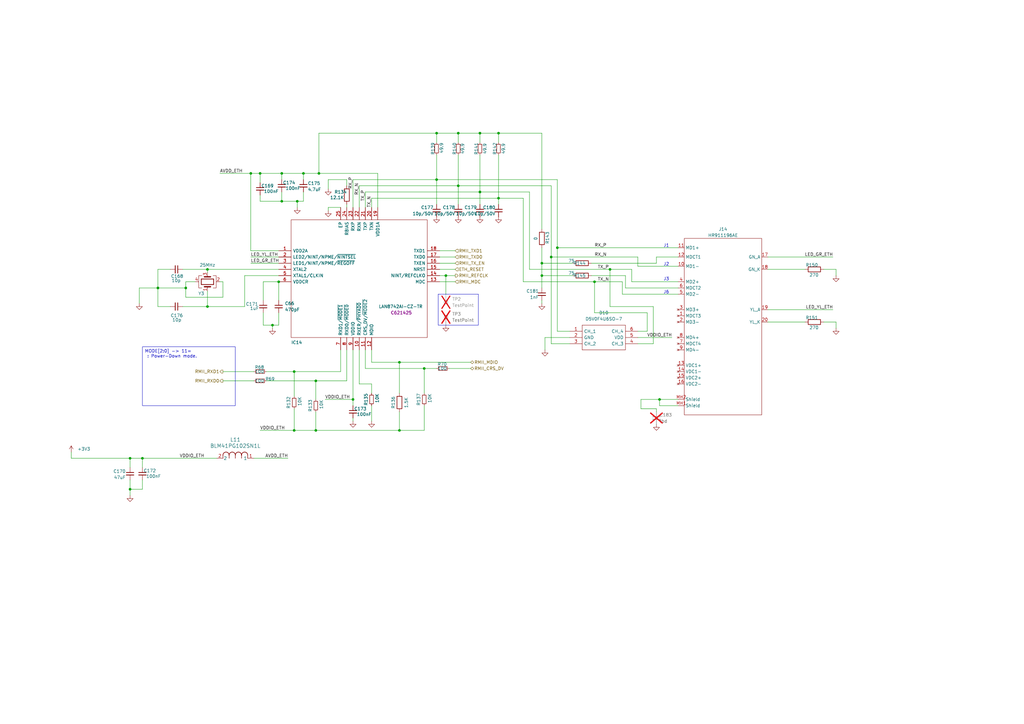
<source format=kicad_sch>
(kicad_sch
	(version 20231120)
	(generator "eeschema")
	(generator_version "8.0")
	(uuid "33e5f973-2d93-40ec-9348-9b91f8e60ce0")
	(paper "A3")
	(title_block
		(title "RASBB")
		(date "2025-04-06")
		(rev "B")
		(company "Mina Daneshpajouh")
	)
	(lib_symbols
		(symbol "Connector:TestPoint"
			(pin_numbers hide)
			(pin_names
				(offset 0.762) hide)
			(exclude_from_sim no)
			(in_bom yes)
			(on_board yes)
			(property "Reference" "TP"
				(at 0 6.858 0)
				(effects
					(font
						(size 1.27 1.27)
					)
				)
			)
			(property "Value" "TestPoint"
				(at 0 5.08 0)
				(effects
					(font
						(size 1.27 1.27)
					)
				)
			)
			(property "Footprint" ""
				(at 5.08 0 0)
				(effects
					(font
						(size 1.27 1.27)
					)
					(hide yes)
				)
			)
			(property "Datasheet" "~"
				(at 5.08 0 0)
				(effects
					(font
						(size 1.27 1.27)
					)
					(hide yes)
				)
			)
			(property "Description" "test point"
				(at 0 0 0)
				(effects
					(font
						(size 1.27 1.27)
					)
					(hide yes)
				)
			)
			(property "ki_keywords" "test point tp"
				(at 0 0 0)
				(effects
					(font
						(size 1.27 1.27)
					)
					(hide yes)
				)
			)
			(property "ki_fp_filters" "Pin* Test*"
				(at 0 0 0)
				(effects
					(font
						(size 1.27 1.27)
					)
					(hide yes)
				)
			)
			(symbol "TestPoint_0_1"
				(circle
					(center 0 3.302)
					(radius 0.762)
					(stroke
						(width 0)
						(type default)
					)
					(fill
						(type none)
					)
				)
			)
			(symbol "TestPoint_1_1"
				(pin passive line
					(at 0 0 90)
					(length 2.54)
					(name "1"
						(effects
							(font
								(size 1.27 1.27)
							)
						)
					)
					(number "1"
						(effects
							(font
								(size 1.27 1.27)
							)
						)
					)
				)
			)
		)
		(symbol "Device:C_Small"
			(pin_numbers hide)
			(pin_names
				(offset 0.254) hide)
			(exclude_from_sim no)
			(in_bom yes)
			(on_board yes)
			(property "Reference" "C"
				(at 0.254 1.778 0)
				(effects
					(font
						(size 1.27 1.27)
					)
					(justify left)
				)
			)
			(property "Value" "C_Small"
				(at 0.254 -2.032 0)
				(effects
					(font
						(size 1.27 1.27)
					)
					(justify left)
				)
			)
			(property "Footprint" ""
				(at 0 0 0)
				(effects
					(font
						(size 1.27 1.27)
					)
					(hide yes)
				)
			)
			(property "Datasheet" "~"
				(at 0 0 0)
				(effects
					(font
						(size 1.27 1.27)
					)
					(hide yes)
				)
			)
			(property "Description" "Unpolarized capacitor, small symbol"
				(at 0 0 0)
				(effects
					(font
						(size 1.27 1.27)
					)
					(hide yes)
				)
			)
			(property "ki_keywords" "capacitor cap"
				(at 0 0 0)
				(effects
					(font
						(size 1.27 1.27)
					)
					(hide yes)
				)
			)
			(property "ki_fp_filters" "C_*"
				(at 0 0 0)
				(effects
					(font
						(size 1.27 1.27)
					)
					(hide yes)
				)
			)
			(symbol "C_Small_0_1"
				(polyline
					(pts
						(xy -1.524 -0.508) (xy 1.524 -0.508)
					)
					(stroke
						(width 0.3302)
						(type default)
					)
					(fill
						(type none)
					)
				)
				(polyline
					(pts
						(xy -1.524 0.508) (xy 1.524 0.508)
					)
					(stroke
						(width 0.3048)
						(type default)
					)
					(fill
						(type none)
					)
				)
			)
			(symbol "C_Small_1_1"
				(pin passive line
					(at 0 2.54 270)
					(length 2.032)
					(name "~"
						(effects
							(font
								(size 1.27 1.27)
							)
						)
					)
					(number "1"
						(effects
							(font
								(size 1.27 1.27)
							)
						)
					)
				)
				(pin passive line
					(at 0 -2.54 90)
					(length 2.032)
					(name "~"
						(effects
							(font
								(size 1.27 1.27)
							)
						)
					)
					(number "2"
						(effects
							(font
								(size 1.27 1.27)
							)
						)
					)
				)
			)
		)
		(symbol "Device:Crystal_GND23"
			(pin_names
				(offset 1.016) hide)
			(exclude_from_sim no)
			(in_bom yes)
			(on_board yes)
			(property "Reference" "Y3"
				(at -4.826 2.54 90)
				(effects
					(font
						(size 1.27 1.27)
					)
				)
			)
			(property "Value" "25MHz"
				(at 6.858 0 90)
				(effects
					(font
						(size 1.27 1.27)
					)
				)
			)
			(property "Footprint" "Crystal:Crystal_SMD_3225-4Pin_3.2x2.5mm"
				(at -0.254 -13.97 0)
				(effects
					(font
						(size 1.27 1.27)
					)
					(hide yes)
				)
			)
			(property "Datasheet" "~"
				(at 0 0 0)
				(effects
					(font
						(size 1.27 1.27)
					)
					(hide yes)
				)
			)
			(property "Description" "Four pin crystal, GND on pins 2 and 3"
				(at 3.81 -13.462 0)
				(effects
					(font
						(size 1.27 1.27)
					)
					(hide yes)
				)
			)
			(property "LCSC Part #" "C5280577"
				(at 0 0 90)
				(effects
					(font
						(size 1.27 1.27)
					)
					(hide yes)
				)
			)
			(property "ki_keywords" "quartz ceramic resonator oscillator"
				(at 0 0 0)
				(effects
					(font
						(size 1.27 1.27)
					)
					(hide yes)
				)
			)
			(property "ki_fp_filters" "Crystal*"
				(at 0 0 0)
				(effects
					(font
						(size 1.27 1.27)
					)
					(hide yes)
				)
			)
			(symbol "Crystal_GND23_0_1"
				(rectangle
					(start -1.143 2.54)
					(end 1.143 -2.54)
					(stroke
						(width 0.3048)
						(type default)
					)
					(fill
						(type none)
					)
				)
				(polyline
					(pts
						(xy -2.54 0) (xy -2.032 0)
					)
					(stroke
						(width 0)
						(type default)
					)
					(fill
						(type none)
					)
				)
				(polyline
					(pts
						(xy -2.032 -1.27) (xy -2.032 1.27)
					)
					(stroke
						(width 0.508)
						(type default)
					)
					(fill
						(type none)
					)
				)
				(polyline
					(pts
						(xy 0 -3.81) (xy 0 -3.556)
					)
					(stroke
						(width 0)
						(type default)
					)
					(fill
						(type none)
					)
				)
				(polyline
					(pts
						(xy 0 3.556) (xy 0 3.81)
					)
					(stroke
						(width 0)
						(type default)
					)
					(fill
						(type none)
					)
				)
				(polyline
					(pts
						(xy 2.032 -1.27) (xy 2.032 1.27)
					)
					(stroke
						(width 0.508)
						(type default)
					)
					(fill
						(type none)
					)
				)
				(polyline
					(pts
						(xy 2.032 0) (xy 2.54 0)
					)
					(stroke
						(width 0)
						(type default)
					)
					(fill
						(type none)
					)
				)
				(polyline
					(pts
						(xy -2.54 -2.286) (xy -2.54 -3.556) (xy 2.54 -3.556) (xy 2.54 -2.286)
					)
					(stroke
						(width 0)
						(type default)
					)
					(fill
						(type none)
					)
				)
				(polyline
					(pts
						(xy -2.54 2.286) (xy -2.54 3.556) (xy 2.54 3.556) (xy 2.54 2.286)
					)
					(stroke
						(width 0)
						(type default)
					)
					(fill
						(type none)
					)
				)
			)
			(symbol "Crystal_GND23_1_1"
				(pin passive line
					(at -3.81 0 0)
					(length 1.27)
					(name "1"
						(effects
							(font
								(size 1.27 1.27)
							)
						)
					)
					(number "1"
						(effects
							(font
								(size 1.27 1.27)
							)
						)
					)
				)
				(pin passive line
					(at 0 -5.08 90)
					(length 1.27)
					(name "2"
						(effects
							(font
								(size 1.27 1.27)
							)
						)
					)
					(number "2"
						(effects
							(font
								(size 1.27 1.27)
							)
						)
					)
				)
				(pin passive line
					(at 3.81 0 180)
					(length 1.27)
					(name "3"
						(effects
							(font
								(size 1.27 1.27)
							)
						)
					)
					(number "3"
						(effects
							(font
								(size 1.27 1.27)
							)
						)
					)
				)
				(pin passive line
					(at 0 5.08 270)
					(length 1.27)
					(name "4"
						(effects
							(font
								(size 1.27 1.27)
							)
						)
					)
					(number "4"
						(effects
							(font
								(size 1.27 1.27)
							)
						)
					)
				)
			)
		)
		(symbol "Device:R"
			(pin_numbers hide)
			(pin_names
				(offset 0)
			)
			(exclude_from_sim no)
			(in_bom yes)
			(on_board yes)
			(property "Reference" "R"
				(at 2.032 0 90)
				(effects
					(font
						(size 1.27 1.27)
					)
				)
			)
			(property "Value" "R"
				(at 0 0 90)
				(effects
					(font
						(size 1.27 1.27)
					)
				)
			)
			(property "Footprint" ""
				(at -1.778 0 90)
				(effects
					(font
						(size 1.27 1.27)
					)
					(hide yes)
				)
			)
			(property "Datasheet" "~"
				(at 0 0 0)
				(effects
					(font
						(size 1.27 1.27)
					)
					(hide yes)
				)
			)
			(property "Description" "Resistor"
				(at 0 0 0)
				(effects
					(font
						(size 1.27 1.27)
					)
					(hide yes)
				)
			)
			(property "ki_keywords" "R res resistor"
				(at 0 0 0)
				(effects
					(font
						(size 1.27 1.27)
					)
					(hide yes)
				)
			)
			(property "ki_fp_filters" "R_*"
				(at 0 0 0)
				(effects
					(font
						(size 1.27 1.27)
					)
					(hide yes)
				)
			)
			(symbol "R_0_1"
				(rectangle
					(start -1.016 -2.54)
					(end 1.016 2.54)
					(stroke
						(width 0.254)
						(type default)
					)
					(fill
						(type none)
					)
				)
			)
			(symbol "R_1_1"
				(pin passive line
					(at 0 3.81 270)
					(length 1.27)
					(name "~"
						(effects
							(font
								(size 1.27 1.27)
							)
						)
					)
					(number "1"
						(effects
							(font
								(size 1.27 1.27)
							)
						)
					)
				)
				(pin passive line
					(at 0 -3.81 90)
					(length 1.27)
					(name "~"
						(effects
							(font
								(size 1.27 1.27)
							)
						)
					)
					(number "2"
						(effects
							(font
								(size 1.27 1.27)
							)
						)
					)
				)
			)
		)
		(symbol "Device:R_Small"
			(pin_numbers hide)
			(pin_names
				(offset 0.254) hide)
			(exclude_from_sim no)
			(in_bom yes)
			(on_board yes)
			(property "Reference" "R"
				(at 0.762 0.508 0)
				(effects
					(font
						(size 1.27 1.27)
					)
					(justify left)
				)
			)
			(property "Value" "R_Small"
				(at 0.762 -1.016 0)
				(effects
					(font
						(size 1.27 1.27)
					)
					(justify left)
				)
			)
			(property "Footprint" ""
				(at 0 0 0)
				(effects
					(font
						(size 1.27 1.27)
					)
					(hide yes)
				)
			)
			(property "Datasheet" "~"
				(at 0 0 0)
				(effects
					(font
						(size 1.27 1.27)
					)
					(hide yes)
				)
			)
			(property "Description" "Resistor, small symbol"
				(at 0 0 0)
				(effects
					(font
						(size 1.27 1.27)
					)
					(hide yes)
				)
			)
			(property "ki_keywords" "R resistor"
				(at 0 0 0)
				(effects
					(font
						(size 1.27 1.27)
					)
					(hide yes)
				)
			)
			(property "ki_fp_filters" "R_*"
				(at 0 0 0)
				(effects
					(font
						(size 1.27 1.27)
					)
					(hide yes)
				)
			)
			(symbol "R_Small_0_1"
				(rectangle
					(start -0.762 1.778)
					(end 0.762 -1.778)
					(stroke
						(width 0.2032)
						(type default)
					)
					(fill
						(type none)
					)
				)
			)
			(symbol "R_Small_1_1"
				(pin passive line
					(at 0 2.54 270)
					(length 0.762)
					(name "~"
						(effects
							(font
								(size 1.27 1.27)
							)
						)
					)
					(number "1"
						(effects
							(font
								(size 1.27 1.27)
							)
						)
					)
				)
				(pin passive line
					(at 0 -2.54 90)
					(length 0.762)
					(name "~"
						(effects
							(font
								(size 1.27 1.27)
							)
						)
					)
					(number "2"
						(effects
							(font
								(size 1.27 1.27)
							)
						)
					)
				)
			)
		)
		(symbol "RASBB_Library:BLM41PG102SN1L"
			(pin_names
				(offset 0.254)
			)
			(exclude_from_sim no)
			(in_bom yes)
			(on_board yes)
			(property "Reference" "L"
				(at 6.985 5.08 0)
				(effects
					(font
						(size 1.524 1.524)
					)
				)
			)
			(property "Value" "BLM41PG102SN1L"
				(at 6.985 -2.54 0)
				(effects
					(font
						(size 1.524 1.524)
					)
				)
			)
			(property "Footprint" "IND_BLM41_1806_MUR"
				(at 0 0 0)
				(effects
					(font
						(size 1.27 1.27)
						(italic yes)
					)
					(hide yes)
				)
			)
			(property "Datasheet" "BLM41PG102SN1L"
				(at 0 0 0)
				(effects
					(font
						(size 1.27 1.27)
						(italic yes)
					)
					(hide yes)
				)
			)
			(property "Description" ""
				(at 0 0 0)
				(effects
					(font
						(size 1.27 1.27)
					)
					(hide yes)
				)
			)
			(property "ki_locked" ""
				(at 0 0 0)
				(effects
					(font
						(size 1.27 1.27)
					)
				)
			)
			(property "ki_keywords" "BLM41PG102SN1L"
				(at 0 0 0)
				(effects
					(font
						(size 1.27 1.27)
					)
					(hide yes)
				)
			)
			(property "ki_fp_filters" "IND_BLM41_1806_MUR IND_BLM41_1806_MUR-M IND_BLM41_1806_MUR-L"
				(at 0 0 0)
				(effects
					(font
						(size 1.27 1.27)
					)
					(hide yes)
				)
			)
			(symbol "BLM41PG102SN1L_1_1"
				(polyline
					(pts
						(xy 2.54 0) (xy 2.54 1.27)
					)
					(stroke
						(width 0.2032)
						(type default)
					)
					(fill
						(type none)
					)
				)
				(polyline
					(pts
						(xy 5.08 0) (xy 5.08 1.27)
					)
					(stroke
						(width 0.2032)
						(type default)
					)
					(fill
						(type none)
					)
				)
				(polyline
					(pts
						(xy 7.62 0) (xy 7.62 1.27)
					)
					(stroke
						(width 0.2032)
						(type default)
					)
					(fill
						(type none)
					)
				)
				(polyline
					(pts
						(xy 10.16 0) (xy 10.16 1.27)
					)
					(stroke
						(width 0.2032)
						(type default)
					)
					(fill
						(type none)
					)
				)
				(polyline
					(pts
						(xy 12.7 0) (xy 12.7 1.27)
					)
					(stroke
						(width 0.2032)
						(type default)
					)
					(fill
						(type none)
					)
				)
				(arc
					(start 5.08 1.27)
					(mid 3.81 2.5344)
					(end 2.54 1.27)
					(stroke
						(width 0.254)
						(type default)
					)
					(fill
						(type none)
					)
				)
				(arc
					(start 7.62 1.27)
					(mid 6.35 2.5344)
					(end 5.08 1.27)
					(stroke
						(width 0.254)
						(type default)
					)
					(fill
						(type none)
					)
				)
				(arc
					(start 10.16 1.27)
					(mid 8.89 2.5344)
					(end 7.62 1.27)
					(stroke
						(width 0.254)
						(type default)
					)
					(fill
						(type none)
					)
				)
				(arc
					(start 12.7 1.27)
					(mid 11.43 2.5344)
					(end 10.16 1.27)
					(stroke
						(width 0.254)
						(type default)
					)
					(fill
						(type none)
					)
				)
				(pin unspecified line
					(at 15.24 0 180)
					(length 2.54)
					(name "1"
						(effects
							(font
								(size 1.27 1.27)
							)
						)
					)
					(number "1"
						(effects
							(font
								(size 1.27 1.27)
							)
						)
					)
				)
				(pin unspecified line
					(at 0 0 0)
					(length 2.54)
					(name "2"
						(effects
							(font
								(size 1.27 1.27)
							)
						)
					)
					(number "2"
						(effects
							(font
								(size 1.27 1.27)
							)
						)
					)
				)
			)
			(symbol "BLM41PG102SN1L_1_2"
				(arc
					(start -1.27 5.08)
					(mid -2.5344 3.81)
					(end -1.27 2.54)
					(stroke
						(width 0.2032)
						(type default)
					)
					(fill
						(type none)
					)
				)
				(arc
					(start -1.27 7.62)
					(mid -2.5344 6.35)
					(end -1.27 5.08)
					(stroke
						(width 0.2032)
						(type default)
					)
					(fill
						(type none)
					)
				)
				(arc
					(start -1.27 10.16)
					(mid -2.5344 8.89)
					(end -1.27 7.62)
					(stroke
						(width 0.2032)
						(type default)
					)
					(fill
						(type none)
					)
				)
				(arc
					(start -1.27 12.7)
					(mid -2.5344 11.43)
					(end -1.27 10.16)
					(stroke
						(width 0.2032)
						(type default)
					)
					(fill
						(type none)
					)
				)
				(polyline
					(pts
						(xy 0 2.54) (xy -1.27 2.54)
					)
					(stroke
						(width 0.2032)
						(type default)
					)
					(fill
						(type none)
					)
				)
				(polyline
					(pts
						(xy 0 5.08) (xy -1.27 5.08)
					)
					(stroke
						(width 0.2032)
						(type default)
					)
					(fill
						(type none)
					)
				)
				(polyline
					(pts
						(xy 0 7.62) (xy -1.27 7.62)
					)
					(stroke
						(width 0.2032)
						(type default)
					)
					(fill
						(type none)
					)
				)
				(polyline
					(pts
						(xy 0 10.16) (xy -1.27 10.16)
					)
					(stroke
						(width 0.2032)
						(type default)
					)
					(fill
						(type none)
					)
				)
				(polyline
					(pts
						(xy 0 12.7) (xy -1.27 12.7)
					)
					(stroke
						(width 0.2032)
						(type default)
					)
					(fill
						(type none)
					)
				)
				(pin unspecified line
					(at 0 15.24 270)
					(length 2.54)
					(name "1"
						(effects
							(font
								(size 1.27 1.27)
							)
						)
					)
					(number "1"
						(effects
							(font
								(size 1.27 1.27)
							)
						)
					)
				)
				(pin unspecified line
					(at 0 0 90)
					(length 2.54)
					(name "2"
						(effects
							(font
								(size 1.27 1.27)
							)
						)
					)
					(number "2"
						(effects
							(font
								(size 1.27 1.27)
							)
						)
					)
				)
			)
		)
		(symbol "RASBB_Library:D5V0F4U6SO-7"
			(pin_names
				(offset 0.762)
			)
			(exclude_from_sim no)
			(in_bom yes)
			(on_board yes)
			(property "Reference" "D"
				(at 24.13 7.62 0)
				(effects
					(font
						(size 1.27 1.27)
					)
					(justify left)
				)
			)
			(property "Value" "D5V0F4U6SO-7"
				(at 24.13 5.08 0)
				(effects
					(font
						(size 1.27 1.27)
					)
					(justify left)
				)
			)
			(property "Footprint" "SOT95P285X140-6N"
				(at 24.13 2.54 0)
				(effects
					(font
						(size 1.27 1.27)
					)
					(justify left)
					(hide yes)
				)
			)
			(property "Datasheet" "https://www.diodes.com//assets/Datasheets/D5V0F4U6SO.pdf"
				(at 24.13 0 0)
				(effects
					(font
						(size 1.27 1.27)
					)
					(justify left)
					(hide yes)
				)
			)
			(property "Description" "Diodes Inc D5V0F4U6SO-7 Quad Uni-Directional TVS Diode Array, 300mW peak, 6-Pin SOT-26"
				(at 0 0 0)
				(effects
					(font
						(size 1.27 1.27)
					)
					(hide yes)
				)
			)
			(property "Description_1" "Diodes Inc D5V0F4U6SO-7 Quad Uni-Directional TVS Diode Array, 300mW peak, 6-Pin SOT-26"
				(at 24.13 -2.54 0)
				(effects
					(font
						(size 1.27 1.27)
					)
					(justify left)
					(hide yes)
				)
			)
			(property "Height" "1.4"
				(at 24.13 -5.08 0)
				(effects
					(font
						(size 1.27 1.27)
					)
					(justify left)
					(hide yes)
				)
			)
			(property "Mouser Part Number" "621-D5V0F4U6SO-7"
				(at 24.13 -7.62 0)
				(effects
					(font
						(size 1.27 1.27)
					)
					(justify left)
					(hide yes)
				)
			)
			(property "Mouser Price/Stock" "https://www.mouser.co.uk/ProductDetail/Diodes-Incorporated/D5V0F4U6SO-7?qs=eSfX1CQlHqoysBCw30homA%3D%3D"
				(at 24.13 -10.16 0)
				(effects
					(font
						(size 1.27 1.27)
					)
					(justify left)
					(hide yes)
				)
			)
			(property "Manufacturer_Name" "Diodes Incorporated"
				(at 24.13 -12.7 0)
				(effects
					(font
						(size 1.27 1.27)
					)
					(justify left)
					(hide yes)
				)
			)
			(property "Manufacturer_Part_Number" "D5V0F4U6SO-7"
				(at 24.13 -15.24 0)
				(effects
					(font
						(size 1.27 1.27)
					)
					(justify left)
					(hide yes)
				)
			)
			(symbol "D5V0F4U6SO-7_0_0"
				(pin passive line
					(at 0 0 0)
					(length 5.08)
					(name "CH_1"
						(effects
							(font
								(size 1.27 1.27)
							)
						)
					)
					(number "1"
						(effects
							(font
								(size 1.27 1.27)
							)
						)
					)
				)
				(pin passive line
					(at 0 -2.54 0)
					(length 5.08)
					(name "GND"
						(effects
							(font
								(size 1.27 1.27)
							)
						)
					)
					(number "2"
						(effects
							(font
								(size 1.27 1.27)
							)
						)
					)
				)
				(pin passive line
					(at 0 -5.08 0)
					(length 5.08)
					(name "CH_2"
						(effects
							(font
								(size 1.27 1.27)
							)
						)
					)
					(number "3"
						(effects
							(font
								(size 1.27 1.27)
							)
						)
					)
				)
				(pin passive line
					(at 27.94 -5.08 180)
					(length 5.08)
					(name "CH_3"
						(effects
							(font
								(size 1.27 1.27)
							)
						)
					)
					(number "4"
						(effects
							(font
								(size 1.27 1.27)
							)
						)
					)
				)
				(pin passive line
					(at 27.94 -2.54 180)
					(length 5.08)
					(name "VDD"
						(effects
							(font
								(size 1.27 1.27)
							)
						)
					)
					(number "5"
						(effects
							(font
								(size 1.27 1.27)
							)
						)
					)
				)
				(pin passive line
					(at 27.94 0 180)
					(length 5.08)
					(name "CH_4"
						(effects
							(font
								(size 1.27 1.27)
							)
						)
					)
					(number "6"
						(effects
							(font
								(size 1.27 1.27)
							)
						)
					)
				)
			)
			(symbol "D5V0F4U6SO-7_0_1"
				(polyline
					(pts
						(xy 5.08 2.54) (xy 22.86 2.54) (xy 22.86 -7.62) (xy 5.08 -7.62) (xy 5.08 2.54)
					)
					(stroke
						(width 0.1524)
						(type solid)
					)
					(fill
						(type none)
					)
				)
			)
		)
		(symbol "RASBB_Library:HR911196AE"
			(exclude_from_sim no)
			(in_bom yes)
			(on_board yes)
			(property "Reference" "J14"
				(at 9.525 27.94 0)
				(effects
					(font
						(size 1.27 1.27)
					)
				)
			)
			(property "Value" "HR911196AE"
				(at 9.525 25.4 0)
				(effects
					(font
						(size 1.27 1.27)
					)
				)
			)
			(property "Footprint" "RASBB:JK00229NL"
				(at 0 0 0)
				(effects
					(font
						(size 1.27 1.27)
					)
					(hide yes)
				)
			)
			(property "Datasheet" "https://www.lcsc.com/datasheet/lcsc_datasheet_2407021511_HANRUN-Zhongshan-HanRun-Elec-HR911196AE_C5149194.pdf"
				(at 0 0 0)
				(effects
					(font
						(size 1.27 1.27)
					)
					(hide yes)
				)
			)
			(property "Description" "Plugin Ethernet Connectors / Modular Connectors (RJ45 RJ11) ROHS"
				(at 0 0 0)
				(effects
					(font
						(size 1.27 1.27)
					)
					(hide yes)
				)
			)
			(property "Mfr. Part #  " "HR911196AE"
				(at 0 0 0)
				(effects
					(font
						(size 1.27 1.27)
					)
					(hide yes)
				)
			)
			(property "LCSC Part #  " "C5149194"
				(at 0 0 0)
				(effects
					(font
						(size 1.27 1.27)
					)
					(hide yes)
				)
			)
			(symbol "HR911196AE_0_1"
				(rectangle
					(start -6.35 -5.08)
					(end -6.35 -5.08)
					(stroke
						(width 0)
						(type default)
					)
					(fill
						(type none)
					)
				)
				(rectangle
					(start -6.35 24.13)
					(end 25.4 -48.26)
					(stroke
						(width 0)
						(type default)
					)
					(fill
						(type none)
					)
				)
			)
			(symbol "HR911196AE_1_1"
				(pin no_connect line
					(at -8.89 -7.62 0)
					(length 2.54)
					(name "MDCT3"
						(effects
							(font
								(size 1.27 1.27)
							)
						)
					)
					(number "1"
						(effects
							(font
								(size 1.27 1.27)
							)
						)
					)
				)
				(pin input line
					(at -8.89 12.7 0)
					(length 2.54)
					(name "MD1-"
						(effects
							(font
								(size 1.27 1.27)
							)
						)
					)
					(number "10"
						(effects
							(font
								(size 1.27 1.27)
							)
						)
					)
				)
				(pin input line
					(at -8.89 20.32 0)
					(length 2.54)
					(name "MD1+"
						(effects
							(font
								(size 1.27 1.27)
							)
						)
					)
					(number "11"
						(effects
							(font
								(size 1.27 1.27)
							)
						)
					)
				)
				(pin input line
					(at -8.89 16.51 0)
					(length 2.54)
					(name "MDCT1"
						(effects
							(font
								(size 1.27 1.27)
							)
						)
					)
					(number "12"
						(effects
							(font
								(size 1.27 1.27)
							)
						)
					)
				)
				(pin no_connect line
					(at -8.89 -27.94 0)
					(length 2.54)
					(name "VDC1+"
						(effects
							(font
								(size 1.27 1.27)
							)
						)
					)
					(number "13"
						(effects
							(font
								(size 1.27 1.27)
							)
						)
					)
				)
				(pin no_connect line
					(at -8.89 -30.48 0)
					(length 2.54)
					(name "VDC1-"
						(effects
							(font
								(size 1.27 1.27)
							)
						)
					)
					(number "14"
						(effects
							(font
								(size 1.27 1.27)
							)
						)
					)
				)
				(pin no_connect line
					(at -8.89 -33.02 0)
					(length 2.54)
					(name "VDC2+"
						(effects
							(font
								(size 1.27 1.27)
							)
						)
					)
					(number "15"
						(effects
							(font
								(size 1.27 1.27)
							)
						)
					)
				)
				(pin no_connect line
					(at -8.89 -35.56 0)
					(length 2.54)
					(name "VDC2-"
						(effects
							(font
								(size 1.27 1.27)
							)
						)
					)
					(number "16"
						(effects
							(font
								(size 1.27 1.27)
							)
						)
					)
				)
				(pin power_in line
					(at 27.94 16.51 180)
					(length 2.54)
					(name "GN_A"
						(effects
							(font
								(size 1.27 1.27)
							)
						)
					)
					(number "17"
						(effects
							(font
								(size 1.27 1.27)
							)
						)
					)
				)
				(pin passive line
					(at 27.94 11.43 180)
					(length 2.54)
					(name "GN_K"
						(effects
							(font
								(size 1.27 1.27)
							)
						)
					)
					(number "18"
						(effects
							(font
								(size 1.27 1.27)
							)
						)
					)
				)
				(pin power_in line
					(at 27.94 -5.08 180)
					(length 2.54)
					(name "YL_A"
						(effects
							(font
								(size 1.27 1.27)
							)
						)
					)
					(number "19"
						(effects
							(font
								(size 1.27 1.27)
							)
						)
					)
				)
				(pin no_connect line
					(at -8.89 -10.16 0)
					(length 2.54)
					(name "MD3-"
						(effects
							(font
								(size 1.27 1.27)
							)
						)
					)
					(number "2"
						(effects
							(font
								(size 1.27 1.27)
							)
						)
					)
				)
				(pin passive line
					(at 27.94 -10.16 180)
					(length 2.54)
					(name "YL_K"
						(effects
							(font
								(size 1.27 1.27)
							)
						)
					)
					(number "20"
						(effects
							(font
								(size 1.27 1.27)
							)
						)
					)
				)
				(pin no_connect line
					(at -8.89 -5.08 0)
					(length 2.54)
					(name "MD3+"
						(effects
							(font
								(size 1.27 1.27)
							)
						)
					)
					(number "3"
						(effects
							(font
								(size 1.27 1.27)
							)
						)
					)
				)
				(pin output line
					(at -8.89 6.35 0)
					(length 2.54)
					(name "MD2+"
						(effects
							(font
								(size 1.27 1.27)
							)
						)
					)
					(number "4"
						(effects
							(font
								(size 1.27 1.27)
							)
						)
					)
				)
				(pin output line
					(at -8.89 1.27 0)
					(length 2.54)
					(name "MD2-"
						(effects
							(font
								(size 1.27 1.27)
							)
						)
					)
					(number "5"
						(effects
							(font
								(size 1.27 1.27)
							)
						)
					)
				)
				(pin output line
					(at -8.89 3.81 0)
					(length 2.54)
					(name "MDCT2"
						(effects
							(font
								(size 1.27 1.27)
							)
						)
					)
					(number "6"
						(effects
							(font
								(size 1.27 1.27)
							)
						)
					)
				)
				(pin no_connect line
					(at -8.89 -19.05 0)
					(length 2.54)
					(name "MDCT4"
						(effects
							(font
								(size 1.27 1.27)
							)
						)
					)
					(number "7"
						(effects
							(font
								(size 1.27 1.27)
							)
						)
					)
				)
				(pin no_connect line
					(at -8.89 -16.51 0)
					(length 2.54)
					(name "MD4+"
						(effects
							(font
								(size 1.27 1.27)
							)
						)
					)
					(number "8"
						(effects
							(font
								(size 1.27 1.27)
							)
						)
					)
				)
				(pin no_connect line
					(at -8.89 -21.59 0)
					(length 2.54)
					(name "MD4-"
						(effects
							(font
								(size 1.27 1.27)
							)
						)
					)
					(number "9"
						(effects
							(font
								(size 1.27 1.27)
							)
						)
					)
				)
				(pin passive line
					(at -8.89 -44.45 0)
					(length 2.54)
					(name "Shield"
						(effects
							(font
								(size 1.27 1.27)
							)
						)
					)
					(number "MH1"
						(effects
							(font
								(size 1.27 1.27)
							)
						)
					)
				)
				(pin passive line
					(at -8.89 -41.91 0)
					(length 2.54)
					(name "Shield"
						(effects
							(font
								(size 1.27 1.27)
							)
						)
					)
					(number "MH2"
						(effects
							(font
								(size 1.27 1.27)
							)
						)
					)
				)
			)
		)
		(symbol "RASBB_Library:LAN8742AI-CZ"
			(pin_names
				(offset 0.762)
			)
			(exclude_from_sim no)
			(in_bom yes)
			(on_board yes)
			(property "Reference" "IC14"
				(at 7.366 -37.592 0)
				(effects
					(font
						(size 1.27 1.27)
					)
				)
			)
			(property "Value" "LAN8742AI-CZ-TR"
				(at 50.038 -22.86 0)
				(effects
					(font
						(size 1.27 1.27)
					)
				)
			)
			(property "Footprint" "RASBB:QFN50P400X400X100-25N-D"
				(at 62.23 12.7 0)
				(effects
					(font
						(size 1.27 1.27)
					)
					(justify left)
					(hide yes)
				)
			)
			(property "Datasheet" "https://www.lcsc.com/datasheet/lcsc_datasheet_2410010203_Microchip-Tech-LAN8742AI-CZ-TR_C621425.pdf"
				(at 62.23 10.16 0)
				(effects
					(font
						(size 1.27 1.27)
					)
					(justify left)
					(hide yes)
				)
			)
			(property "Description" "VQFN-24-EP(4x4) Buffers, Drivers, Receivers, Transceivers ROHS"
				(at -1.27 17.018 0)
				(effects
					(font
						(size 1.27 1.27)
					)
					(hide yes)
				)
			)
			(property "Height" "1"
				(at 62.23 5.08 0)
				(effects
					(font
						(size 1.27 1.27)
					)
					(justify left)
					(hide yes)
				)
			)
			(property "Manufacturer_Name" "Microchip"
				(at 85.344 19.812 0)
				(effects
					(font
						(size 1.27 1.27)
					)
					(justify left)
					(hide yes)
				)
			)
			(property "Mfr. Part #  " "LAN8742AI-CZ-TR"
				(at 76.454 -38.608 0)
				(effects
					(font
						(size 1.27 1.27)
					)
					(justify left)
					(hide yes)
				)
			)
			(property "LCSC Part #  " "C621425"
				(at 50.292 -25.4 0)
				(effects
					(font
						(size 1.27 1.27)
					)
				)
			)
			(symbol "LAN8742AI-CZ_0_0"
				(pin passive line
					(at 38.1 -40.64 90)
					(length 5.08)
					(name "MDIO"
						(effects
							(font
								(size 1.27 1.27)
							)
						)
					)
					(number "12"
						(effects
							(font
								(size 1.27 1.27)
							)
						)
					)
				)
				(pin passive line
					(at 66.04 -12.7 180)
					(length 5.08)
					(name "MDC"
						(effects
							(font
								(size 1.27 1.27)
							)
						)
					)
					(number "13"
						(effects
							(font
								(size 1.27 1.27)
							)
						)
					)
				)
				(pin passive line
					(at 66.04 -10.16 180)
					(length 5.08)
					(name "NINT/REFCLKO"
						(effects
							(font
								(size 1.27 1.27)
							)
						)
					)
					(number "14"
						(effects
							(font
								(size 1.27 1.27)
							)
						)
					)
				)
				(pin input line
					(at 66.04 -5.08 180)
					(length 5.08)
					(name "TXEN"
						(effects
							(font
								(size 1.27 1.27)
							)
						)
					)
					(number "16"
						(effects
							(font
								(size 1.27 1.27)
							)
						)
					)
				)
				(pin input line
					(at 66.04 -2.54 180)
					(length 5.08)
					(name "TXD0"
						(effects
							(font
								(size 1.27 1.27)
							)
						)
					)
					(number "17"
						(effects
							(font
								(size 1.27 1.27)
							)
						)
					)
				)
				(pin input line
					(at 66.04 0 180)
					(length 5.08)
					(name "TXD1"
						(effects
							(font
								(size 1.27 1.27)
							)
						)
					)
					(number "18"
						(effects
							(font
								(size 1.27 1.27)
							)
						)
					)
				)
				(pin passive line
					(at 27.94 17.78 270)
					(length 5.08)
					(name "RBIAS"
						(effects
							(font
								(size 1.27 1.27)
							)
						)
					)
					(number "24"
						(effects
							(font
								(size 1.27 1.27)
							)
						)
					)
				)
				(pin passive line
					(at 25.4 17.78 270)
					(length 5.08)
					(name "EP"
						(effects
							(font
								(size 1.27 1.27)
							)
						)
					)
					(number "25"
						(effects
							(font
								(size 1.27 1.27)
							)
						)
					)
				)
			)
			(symbol "LAN8742AI-CZ_0_1"
				(polyline
					(pts
						(xy 5.08 12.7) (xy 60.96 12.7) (xy 60.96 -35.56) (xy 5.08 -35.56) (xy 5.08 12.7)
					)
					(stroke
						(width 0.1524)
						(type solid)
					)
					(fill
						(type none)
					)
				)
			)
			(symbol "LAN8742AI-CZ_1_0"
				(pin power_in line
					(at 0 0 0)
					(length 5.08)
					(name "VDD2A"
						(effects
							(font
								(size 1.27 1.27)
							)
						)
					)
					(number "1"
						(effects
							(font
								(size 1.27 1.27)
							)
						)
					)
				)
				(pin input line
					(at 33.02 -40.64 90)
					(length 5.08)
					(name "RXER/~{PHYAD0}"
						(effects
							(font
								(size 1.27 1.27)
							)
						)
					)
					(number "10"
						(effects
							(font
								(size 1.27 1.27)
							)
						)
					)
				)
				(pin output line
					(at 35.56 -40.64 90)
					(length 5.08)
					(name "CRS_DV/~{MODE2}"
						(effects
							(font
								(size 1.27 1.27)
							)
						)
					)
					(number "11"
						(effects
							(font
								(size 1.27 1.27)
							)
						)
					)
				)
				(pin input line
					(at 66.04 -7.62 180)
					(length 5.08)
					(name "NRST"
						(effects
							(font
								(size 1.27 1.27)
							)
						)
					)
					(number "15"
						(effects
							(font
								(size 1.27 1.27)
							)
						)
					)
				)
				(pin power_in line
					(at 40.64 17.78 270)
					(length 5.08)
					(name "VDD1A"
						(effects
							(font
								(size 1.27 1.27)
							)
						)
					)
					(number "19"
						(effects
							(font
								(size 1.27 1.27)
							)
						)
					)
				)
				(pin output line
					(at 0 -2.54 0)
					(length 5.08)
					(name "LED2/NINT/NPME/~{NINTSEL}"
						(effects
							(font
								(size 1.27 1.27)
							)
						)
					)
					(number "2"
						(effects
							(font
								(size 1.27 1.27)
							)
						)
					)
				)
				(pin bidirectional line
					(at 38.1 17.78 270)
					(length 5.08)
					(name "TXN"
						(effects
							(font
								(size 1.27 1.27)
							)
						)
					)
					(number "20"
						(effects
							(font
								(size 1.27 1.27)
							)
						)
					)
				)
				(pin bidirectional line
					(at 35.56 17.78 270)
					(length 5.08)
					(name "TXP"
						(effects
							(font
								(size 1.27 1.27)
							)
						)
					)
					(number "21"
						(effects
							(font
								(size 1.27 1.27)
							)
						)
					)
				)
				(pin bidirectional line
					(at 33.02 17.78 270)
					(length 5.08)
					(name "RXN"
						(effects
							(font
								(size 1.27 1.27)
							)
						)
					)
					(number "22"
						(effects
							(font
								(size 1.27 1.27)
							)
						)
					)
				)
				(pin bidirectional line
					(at 30.48 17.78 270)
					(length 5.08)
					(name "RXP"
						(effects
							(font
								(size 1.27 1.27)
							)
						)
					)
					(number "23"
						(effects
							(font
								(size 1.27 1.27)
							)
						)
					)
				)
				(pin output line
					(at 0 -5.08 0)
					(length 5.08)
					(name "LED1/NINT/NPME/~{REGOFF}"
						(effects
							(font
								(size 1.27 1.27)
							)
						)
					)
					(number "3"
						(effects
							(font
								(size 1.27 1.27)
							)
						)
					)
				)
				(pin output line
					(at 0 -7.62 0)
					(length 5.08)
					(name "XTAL2"
						(effects
							(font
								(size 1.27 1.27)
							)
						)
					)
					(number "4"
						(effects
							(font
								(size 1.27 1.27)
							)
						)
					)
				)
				(pin input line
					(at 0 -10.16 0)
					(length 5.08)
					(name "XTAL1/CLKIN"
						(effects
							(font
								(size 1.27 1.27)
							)
						)
					)
					(number "5"
						(effects
							(font
								(size 1.27 1.27)
							)
						)
					)
				)
				(pin power_in line
					(at 0 -12.7 0)
					(length 5.08)
					(name "VDDCR"
						(effects
							(font
								(size 1.27 1.27)
							)
						)
					)
					(number "6"
						(effects
							(font
								(size 1.27 1.27)
							)
						)
					)
				)
				(pin output line
					(at 25.4 -40.64 90)
					(length 5.08)
					(name "RXD1/~{MODE1}"
						(effects
							(font
								(size 1.27 1.27)
							)
						)
					)
					(number "7"
						(effects
							(font
								(size 1.27 1.27)
							)
						)
					)
				)
				(pin input line
					(at 27.94 -40.64 90)
					(length 5.08)
					(name "RXD0/~{MODE0}"
						(effects
							(font
								(size 1.27 1.27)
							)
						)
					)
					(number "8"
						(effects
							(font
								(size 1.27 1.27)
							)
						)
					)
				)
				(pin power_in line
					(at 30.48 -40.64 90)
					(length 5.08)
					(name "VDDIO"
						(effects
							(font
								(size 1.27 1.27)
							)
						)
					)
					(number "9"
						(effects
							(font
								(size 1.27 1.27)
							)
						)
					)
				)
			)
		)
		(symbol "power:+3.3V"
			(power)
			(pin_numbers hide)
			(pin_names
				(offset 0) hide)
			(exclude_from_sim no)
			(in_bom yes)
			(on_board yes)
			(property "Reference" "#PWR"
				(at 0 -3.81 0)
				(effects
					(font
						(size 1.27 1.27)
					)
					(hide yes)
				)
			)
			(property "Value" "+3.3V"
				(at 0 3.556 0)
				(effects
					(font
						(size 1.27 1.27)
					)
				)
			)
			(property "Footprint" ""
				(at 0 0 0)
				(effects
					(font
						(size 1.27 1.27)
					)
					(hide yes)
				)
			)
			(property "Datasheet" ""
				(at 0 0 0)
				(effects
					(font
						(size 1.27 1.27)
					)
					(hide yes)
				)
			)
			(property "Description" "Power symbol creates a global label with name \"+3.3V\""
				(at 0 0 0)
				(effects
					(font
						(size 1.27 1.27)
					)
					(hide yes)
				)
			)
			(property "ki_keywords" "global power"
				(at 0 0 0)
				(effects
					(font
						(size 1.27 1.27)
					)
					(hide yes)
				)
			)
			(symbol "+3.3V_0_1"
				(polyline
					(pts
						(xy -0.762 1.27) (xy 0 2.54)
					)
					(stroke
						(width 0)
						(type default)
					)
					(fill
						(type none)
					)
				)
				(polyline
					(pts
						(xy 0 0) (xy 0 2.54)
					)
					(stroke
						(width 0)
						(type default)
					)
					(fill
						(type none)
					)
				)
				(polyline
					(pts
						(xy 0 2.54) (xy 0.762 1.27)
					)
					(stroke
						(width 0)
						(type default)
					)
					(fill
						(type none)
					)
				)
			)
			(symbol "+3.3V_1_1"
				(pin power_in line
					(at 0 0 90)
					(length 0)
					(name "~"
						(effects
							(font
								(size 1.27 1.27)
							)
						)
					)
					(number "1"
						(effects
							(font
								(size 1.27 1.27)
							)
						)
					)
				)
			)
		)
		(symbol "power:GND"
			(power)
			(pin_numbers hide)
			(pin_names
				(offset 0) hide)
			(exclude_from_sim no)
			(in_bom yes)
			(on_board yes)
			(property "Reference" "#PWR"
				(at 0 -6.35 0)
				(effects
					(font
						(size 1.27 1.27)
					)
					(hide yes)
				)
			)
			(property "Value" "GND"
				(at 0 -3.81 0)
				(effects
					(font
						(size 1.27 1.27)
					)
				)
			)
			(property "Footprint" ""
				(at 0 0 0)
				(effects
					(font
						(size 1.27 1.27)
					)
					(hide yes)
				)
			)
			(property "Datasheet" ""
				(at 0 0 0)
				(effects
					(font
						(size 1.27 1.27)
					)
					(hide yes)
				)
			)
			(property "Description" "Power symbol creates a global label with name \"GND\" , ground"
				(at 0 0 0)
				(effects
					(font
						(size 1.27 1.27)
					)
					(hide yes)
				)
			)
			(property "ki_keywords" "global power"
				(at 0 0 0)
				(effects
					(font
						(size 1.27 1.27)
					)
					(hide yes)
				)
			)
			(symbol "GND_0_1"
				(polyline
					(pts
						(xy 0 0) (xy 0 -1.27) (xy 1.27 -1.27) (xy 0 -2.54) (xy -1.27 -1.27) (xy 0 -1.27)
					)
					(stroke
						(width 0)
						(type default)
					)
					(fill
						(type none)
					)
				)
			)
			(symbol "GND_1_1"
				(pin power_in line
					(at 0 0 270)
					(length 0) hide
					(name "GND"
						(effects
							(font
								(size 1.27 1.27)
							)
						)
					)
					(number "1"
						(effects
							(font
								(size 1.27 1.27)
							)
						)
					)
				)
			)
		)
	)
	(junction
		(at 115.57 82.55)
		(diameter 0)
		(color 0 0 0 0)
		(uuid "079d6b8c-1f3c-4851-9539-0456d79295c5")
	)
	(junction
		(at 222.25 113.03)
		(diameter 0)
		(color 0 0 0 0)
		(uuid "156a46ff-3eea-4ffc-8171-c307045d69a3")
	)
	(junction
		(at 182.88 113.03)
		(diameter 0)
		(color 0 0 0 0)
		(uuid "2814c99a-ef3d-4bdc-aec9-d5e8dda7eda7")
	)
	(junction
		(at 196.85 54.61)
		(diameter 0)
		(color 0 0 0 0)
		(uuid "2f02eb6a-ae4a-4cb3-89ea-66f67149559c")
	)
	(junction
		(at 187.96 54.61)
		(diameter 0)
		(color 0 0 0 0)
		(uuid "3b31f67a-d296-4c67-abbf-65ac17bc7dc3")
	)
	(junction
		(at 270.51 163.83)
		(diameter 0)
		(color 0 0 0 0)
		(uuid "3ffafff2-35d8-4c9c-923a-2419130dfb94")
	)
	(junction
		(at 243.84 115.57)
		(diameter 0)
		(color 0 0 0 0)
		(uuid "43d470f5-81c6-4c9b-8073-7be7792567b6")
	)
	(junction
		(at 76.2 118.11)
		(diameter 0)
		(color 0 0 0 0)
		(uuid "5057018c-40af-470e-bb9f-5cc4d5552abc")
	)
	(junction
		(at 102.87 71.12)
		(diameter 0)
		(color 0 0 0 0)
		(uuid "5bdb6fd4-cd0e-458a-9c51-a8230539f97c")
	)
	(junction
		(at 111.76 133.35)
		(diameter 0)
		(color 0 0 0 0)
		(uuid "68241aba-ea79-44e8-9fbe-6268801348ab")
	)
	(junction
		(at 58.42 187.96)
		(diameter 0)
		(color 0 0 0 0)
		(uuid "69ecb0a7-3b7f-4e3b-8012-8c17f612ab9c")
	)
	(junction
		(at 85.09 125.73)
		(diameter 0)
		(color 0 0 0 0)
		(uuid "7019b4c3-017c-463a-9261-d4f29010260a")
	)
	(junction
		(at 144.78 163.83)
		(diameter 0)
		(color 0 0 0 0)
		(uuid "713a4786-2f03-4b29-b7f4-fc95c85b1a6d")
	)
	(junction
		(at 106.68 71.12)
		(diameter 0)
		(color 0 0 0 0)
		(uuid "772ce4d3-ef20-4898-a9e3-31cb5459e595")
	)
	(junction
		(at 173.99 151.13)
		(diameter 0)
		(color 0 0 0 0)
		(uuid "781fb8ca-3d48-4013-bded-8aaa6dbfa4df")
	)
	(junction
		(at 64.77 118.11)
		(diameter 0)
		(color 0 0 0 0)
		(uuid "795ebdea-2e1d-44b3-a260-c5245362f667")
	)
	(junction
		(at 129.54 156.21)
		(diameter 0)
		(color 0 0 0 0)
		(uuid "7989c161-d0db-4a81-8abf-07d313f54221")
	)
	(junction
		(at 163.83 176.53)
		(diameter 0)
		(color 0 0 0 0)
		(uuid "897e8bb2-878f-47b1-97b5-0a06b8b50342")
	)
	(junction
		(at 53.34 187.96)
		(diameter 0)
		(color 0 0 0 0)
		(uuid "8f5e331c-a5fa-4fc8-8a8a-98755bd8775f")
	)
	(junction
		(at 226.06 105.41)
		(diameter 0)
		(color 0 0 0 0)
		(uuid "9311f165-a9db-4d8b-8f3f-520d9913ded5")
	)
	(junction
		(at 114.3 115.57)
		(diameter 0)
		(color 0 0 0 0)
		(uuid "93183f1d-b56a-492e-8f12-64cf5b5486f8")
	)
	(junction
		(at 187.96 76.2)
		(diameter 0)
		(color 0 0 0 0)
		(uuid "946a4411-70a2-4b30-9c4b-d7bd4ae53c54")
	)
	(junction
		(at 124.46 71.12)
		(diameter 0)
		(color 0 0 0 0)
		(uuid "9756ba5a-7bf7-45b7-8e2e-8b400b7da2f8")
	)
	(junction
		(at 120.65 176.53)
		(diameter 0)
		(color 0 0 0 0)
		(uuid "9b385dc1-6eac-437e-99cf-063e13997b2b")
	)
	(junction
		(at 179.07 73.66)
		(diameter 0)
		(color 0 0 0 0)
		(uuid "9b3f5dd7-32cf-4ddc-81e4-8fb3e64c74c8")
	)
	(junction
		(at 228.6 101.6)
		(diameter 0)
		(color 0 0 0 0)
		(uuid "aa25b08c-a4bf-4352-ac49-82ec6eedcad8")
	)
	(junction
		(at 129.54 176.53)
		(diameter 0)
		(color 0 0 0 0)
		(uuid "aabf5b68-ff01-4438-99b9-f861fc039d88")
	)
	(junction
		(at 222.25 107.95)
		(diameter 0)
		(color 0 0 0 0)
		(uuid "b9b7d223-2599-4de8-9ae9-c31fb19aef02")
	)
	(junction
		(at 121.92 82.55)
		(diameter 0)
		(color 0 0 0 0)
		(uuid "c2a7fbad-b4b2-4802-9ce4-e41cfec07307")
	)
	(junction
		(at 53.34 200.66)
		(diameter 0)
		(color 0 0 0 0)
		(uuid "cadab6aa-c786-417d-99f6-6f41a20ebfaa")
	)
	(junction
		(at 196.85 78.74)
		(diameter 0)
		(color 0 0 0 0)
		(uuid "cae60fa2-6b58-4775-9d5f-28399a5b0b0e")
	)
	(junction
		(at 250.19 110.49)
		(diameter 0)
		(color 0 0 0 0)
		(uuid "d8c51790-ca9e-4204-9c93-3665366443df")
	)
	(junction
		(at 204.47 81.28)
		(diameter 0)
		(color 0 0 0 0)
		(uuid "df5b4a52-cf6a-4a29-a6a4-daa9efb98e7b")
	)
	(junction
		(at 85.09 110.49)
		(diameter 0)
		(color 0 0 0 0)
		(uuid "ec6799c1-67ec-40d4-ade3-b871b9fdf46e")
	)
	(junction
		(at 204.47 54.61)
		(diameter 0)
		(color 0 0 0 0)
		(uuid "f0600c77-f682-4cbf-9d09-5e3579834cd6")
	)
	(junction
		(at 163.83 148.59)
		(diameter 0)
		(color 0 0 0 0)
		(uuid "f0fa09f3-5826-424a-aeab-d66c1872f9b1")
	)
	(junction
		(at 115.57 71.12)
		(diameter 0)
		(color 0 0 0 0)
		(uuid "f81be208-7053-462d-9911-e89b4c11f57d")
	)
	(junction
		(at 130.81 71.12)
		(diameter 0)
		(color 0 0 0 0)
		(uuid "f861e660-afe5-41f4-9da9-7b6426ac3f19")
	)
	(junction
		(at 120.65 152.4)
		(diameter 0)
		(color 0 0 0 0)
		(uuid "fdf0a62e-55b2-4dac-af50-8f9534e0eff0")
	)
	(junction
		(at 179.07 54.61)
		(diameter 0)
		(color 0 0 0 0)
		(uuid "ff882cd3-07ac-456a-a8df-6cf0f7fe7302")
	)
	(wire
		(pts
			(xy 139.7 152.4) (xy 139.7 143.51)
		)
		(stroke
			(width 0)
			(type default)
		)
		(uuid "007d718a-0687-4590-a3e1-5f582b63903e")
	)
	(wire
		(pts
			(xy 147.32 85.09) (xy 147.32 76.2)
		)
		(stroke
			(width 0)
			(type default)
		)
		(uuid "02d91477-5db2-4926-883b-f4ed2d3ec05d")
	)
	(wire
		(pts
			(xy 269.24 167.64) (xy 262.89 167.64)
		)
		(stroke
			(width 0)
			(type default)
		)
		(uuid "04425ace-b1bb-458c-8aa1-b39ef3fd9b51")
	)
	(wire
		(pts
			(xy 182.88 113.03) (xy 186.69 113.03)
		)
		(stroke
			(width 0)
			(type default)
		)
		(uuid "06416cf7-7d12-40e6-9b57-aaefb96d5d4b")
	)
	(wire
		(pts
			(xy 256.54 118.11) (xy 256.54 113.03)
		)
		(stroke
			(width 0)
			(type default)
		)
		(uuid "06bde5f9-836e-42c6-96ba-61a35de557ee")
	)
	(wire
		(pts
			(xy 64.77 118.11) (xy 57.15 118.11)
		)
		(stroke
			(width 0)
			(type default)
		)
		(uuid "0816bb51-7148-4d9e-bbc5-47cd08f09807")
	)
	(wire
		(pts
			(xy 337.82 132.08) (xy 342.9 132.08)
		)
		(stroke
			(width 0)
			(type default)
		)
		(uuid "09d32a74-886e-4776-bef1-8ee39e48f67c")
	)
	(wire
		(pts
			(xy 85.09 110.49) (xy 114.3 110.49)
		)
		(stroke
			(width 0)
			(type default)
		)
		(uuid "09ef8436-3f1f-4d75-81dc-f0379f353447")
	)
	(wire
		(pts
			(xy 228.6 101.6) (xy 278.13 101.6)
		)
		(stroke
			(width 0)
			(type default)
		)
		(uuid "0a80f9da-812e-4823-89e2-a701f9d42371")
	)
	(wire
		(pts
			(xy 120.65 176.53) (xy 129.54 176.53)
		)
		(stroke
			(width 0)
			(type default)
		)
		(uuid "0d19a853-d33a-4b55-94bb-5ef1849aa50b")
	)
	(wire
		(pts
			(xy 147.32 157.48) (xy 152.4 157.48)
		)
		(stroke
			(width 0)
			(type default)
		)
		(uuid "0f8e8b0c-76cc-48f7-a325-db5351e39e8d")
	)
	(wire
		(pts
			(xy 222.25 107.95) (xy 222.25 113.03)
		)
		(stroke
			(width 0)
			(type default)
		)
		(uuid "12213800-81bb-4843-a585-d21586c97dd0")
	)
	(wire
		(pts
			(xy 226.06 105.41) (xy 261.62 105.41)
		)
		(stroke
			(width 0)
			(type default)
		)
		(uuid "128d8dc7-32a2-4785-8e95-39e6867c9647")
	)
	(wire
		(pts
			(xy 124.46 71.12) (xy 124.46 73.66)
		)
		(stroke
			(width 0)
			(type default)
		)
		(uuid "129dd5b0-8371-44df-b200-795994bbf5f1")
	)
	(wire
		(pts
			(xy 262.89 163.83) (xy 262.89 167.64)
		)
		(stroke
			(width 0)
			(type default)
		)
		(uuid "136559f9-1b28-4157-8d8d-ced3d83fc933")
	)
	(wire
		(pts
			(xy 111.76 133.35) (xy 111.76 134.62)
		)
		(stroke
			(width 0)
			(type default)
		)
		(uuid "151046ad-8861-407c-bfe1-6fd3321947b9")
	)
	(wire
		(pts
			(xy 163.83 168.91) (xy 163.83 176.53)
		)
		(stroke
			(width 0)
			(type default)
		)
		(uuid "1592709b-b652-4faa-a9df-16703786e2ef")
	)
	(wire
		(pts
			(xy 179.07 73.66) (xy 179.07 83.82)
		)
		(stroke
			(width 0)
			(type default)
		)
		(uuid "1657991d-768c-4651-84c5-0cd8fed21ea8")
	)
	(wire
		(pts
			(xy 196.85 63.5) (xy 196.85 78.74)
		)
		(stroke
			(width 0)
			(type default)
		)
		(uuid "1714b98d-0df6-4614-88bd-cd7f31cf533f")
	)
	(wire
		(pts
			(xy 152.4 143.51) (xy 152.4 148.59)
		)
		(stroke
			(width 0)
			(type default)
		)
		(uuid "1814e752-7a87-47e0-bacf-258fd3b68c4e")
	)
	(wire
		(pts
			(xy 228.6 135.89) (xy 233.68 135.89)
		)
		(stroke
			(width 0)
			(type default)
		)
		(uuid "1a4c6572-ee24-49d9-8c6b-0932d813aef0")
	)
	(wire
		(pts
			(xy 134.62 85.09) (xy 134.62 86.36)
		)
		(stroke
			(width 0)
			(type default)
		)
		(uuid "1c7aaa23-1ccd-4129-b49a-5560a838e325")
	)
	(wire
		(pts
			(xy 53.34 187.96) (xy 58.42 187.96)
		)
		(stroke
			(width 0)
			(type default)
		)
		(uuid "1ea5094a-2dca-4130-8d0c-498bc75567c4")
	)
	(wire
		(pts
			(xy 29.21 187.96) (xy 53.34 187.96)
		)
		(stroke
			(width 0)
			(type default)
		)
		(uuid "1fac106b-d2d7-4aee-a978-8872d07af95f")
	)
	(wire
		(pts
			(xy 204.47 63.5) (xy 204.47 81.28)
		)
		(stroke
			(width 0)
			(type default)
		)
		(uuid "201d7f95-30bd-4a3c-a7cc-925c6c6bacc3")
	)
	(wire
		(pts
			(xy 278.13 115.57) (xy 259.08 115.57)
		)
		(stroke
			(width 0)
			(type default)
		)
		(uuid "20cb5c8e-131c-40b2-8180-4db0a0c57822")
	)
	(wire
		(pts
			(xy 100.33 125.73) (xy 100.33 113.03)
		)
		(stroke
			(width 0)
			(type default)
		)
		(uuid "228adc2a-c10d-4bd9-8842-14e5c186306f")
	)
	(wire
		(pts
			(xy 261.62 109.22) (xy 261.62 105.41)
		)
		(stroke
			(width 0)
			(type default)
		)
		(uuid "2393288f-9098-42b6-b145-13178177394d")
	)
	(wire
		(pts
			(xy 242.57 107.95) (xy 269.24 107.95)
		)
		(stroke
			(width 0)
			(type default)
		)
		(uuid "2484b98d-943b-45da-98d1-ba7351ea0f18")
	)
	(wire
		(pts
			(xy 226.06 105.41) (xy 226.06 140.97)
		)
		(stroke
			(width 0)
			(type default)
		)
		(uuid "24a2c533-e54c-45a1-849c-e79c2ae3e849")
	)
	(wire
		(pts
			(xy 261.62 138.43) (xy 275.59 138.43)
		)
		(stroke
			(width 0)
			(type default)
		)
		(uuid "2890031e-b704-46a3-ada5-c89285a22cb8")
	)
	(wire
		(pts
			(xy 76.2 115.57) (xy 80.01 115.57)
		)
		(stroke
			(width 0)
			(type default)
		)
		(uuid "29a1c9d3-2cd1-42fe-8c37-5db6b07986b4")
	)
	(wire
		(pts
			(xy 109.22 152.4) (xy 120.65 152.4)
		)
		(stroke
			(width 0)
			(type default)
		)
		(uuid "319aba43-f549-4b15-aa0f-61cbc95c49b2")
	)
	(wire
		(pts
			(xy 154.94 85.09) (xy 154.94 71.12)
		)
		(stroke
			(width 0)
			(type default)
		)
		(uuid "34f7727d-e040-4d47-8fa6-690b599e43da")
	)
	(wire
		(pts
			(xy 226.06 76.2) (xy 226.06 105.41)
		)
		(stroke
			(width 0)
			(type default)
		)
		(uuid "3779aa6d-152d-4d4a-86a4-c0989c8d79f4")
	)
	(wire
		(pts
			(xy 149.86 78.74) (xy 196.85 78.74)
		)
		(stroke
			(width 0)
			(type default)
		)
		(uuid "38433604-0b51-452d-b202-5d4f2c5677a8")
	)
	(wire
		(pts
			(xy 139.7 85.09) (xy 134.62 85.09)
		)
		(stroke
			(width 0)
			(type default)
		)
		(uuid "3bc2f775-4ccb-4d42-bc7b-3e35bf97d35f")
	)
	(wire
		(pts
			(xy 106.68 176.53) (xy 120.65 176.53)
		)
		(stroke
			(width 0)
			(type default)
		)
		(uuid "3d0467d1-257d-4ab8-93dd-d43f66fba284")
	)
	(wire
		(pts
			(xy 102.87 102.87) (xy 114.3 102.87)
		)
		(stroke
			(width 0)
			(type default)
		)
		(uuid "3d656261-8975-4f55-b970-acb7467d379d")
	)
	(wire
		(pts
			(xy 120.65 152.4) (xy 120.65 162.56)
		)
		(stroke
			(width 0)
			(type default)
		)
		(uuid "3d8416fc-8636-42a6-9a05-029affc278ae")
	)
	(wire
		(pts
			(xy 58.42 196.85) (xy 58.42 200.66)
		)
		(stroke
			(width 0)
			(type default)
		)
		(uuid "3da963b9-3569-4e63-b845-5e55c3b20606")
	)
	(wire
		(pts
			(xy 217.17 78.74) (xy 196.85 78.74)
		)
		(stroke
			(width 0)
			(type default)
		)
		(uuid "3ed2d590-ef43-4654-8c82-73ab437cb6b0")
	)
	(wire
		(pts
			(xy 120.65 167.64) (xy 120.65 176.53)
		)
		(stroke
			(width 0)
			(type default)
		)
		(uuid "3f7d3203-3257-45e4-a5f3-bad519be136f")
	)
	(wire
		(pts
			(xy 180.34 102.87) (xy 186.69 102.87)
		)
		(stroke
			(width 0)
			(type default)
		)
		(uuid "40f872a6-c277-4c0d-9f9a-0c34ccd7d786")
	)
	(wire
		(pts
			(xy 106.68 82.55) (xy 106.68 80.01)
		)
		(stroke
			(width 0)
			(type default)
		)
		(uuid "426e8430-d4dd-4ce5-979d-ccb3d4fbbc1a")
	)
	(wire
		(pts
			(xy 179.07 151.13) (xy 173.99 151.13)
		)
		(stroke
			(width 0)
			(type default)
		)
		(uuid "44aa749d-85a1-4cfa-add8-cec623711662")
	)
	(wire
		(pts
			(xy 152.4 148.59) (xy 163.83 148.59)
		)
		(stroke
			(width 0)
			(type default)
		)
		(uuid "4648731c-7541-4ed2-82c8-92b322de375f")
	)
	(wire
		(pts
			(xy 64.77 118.11) (xy 76.2 118.11)
		)
		(stroke
			(width 0)
			(type default)
		)
		(uuid "47ba4f22-942b-4308-9992-050c2646a21d")
	)
	(wire
		(pts
			(xy 90.17 115.57) (xy 91.44 115.57)
		)
		(stroke
			(width 0)
			(type default)
		)
		(uuid "48532d34-dd8f-453f-b995-b93d8f2cbfc2")
	)
	(wire
		(pts
			(xy 107.95 133.35) (xy 111.76 133.35)
		)
		(stroke
			(width 0)
			(type default)
		)
		(uuid "4b96491a-31b3-480d-bc61-01a7a413a45a")
	)
	(wire
		(pts
			(xy 120.65 152.4) (xy 139.7 152.4)
		)
		(stroke
			(width 0)
			(type default)
		)
		(uuid "4c4ff44a-5827-4934-a244-31b603f694ad")
	)
	(wire
		(pts
			(xy 129.54 168.91) (xy 129.54 176.53)
		)
		(stroke
			(width 0)
			(type default)
		)
		(uuid "4ce481b5-8ff5-4e56-a268-2fd07d41f298")
	)
	(wire
		(pts
			(xy 196.85 54.61) (xy 196.85 58.42)
		)
		(stroke
			(width 0)
			(type default)
		)
		(uuid "4ce72f2d-fd5c-45ef-8c68-ac9105f6e986")
	)
	(wire
		(pts
			(xy 180.34 110.49) (xy 186.69 110.49)
		)
		(stroke
			(width 0)
			(type default)
		)
		(uuid "50b264d5-96a2-4d55-9655-36828abb4f9a")
	)
	(wire
		(pts
			(xy 121.92 82.55) (xy 121.92 85.09)
		)
		(stroke
			(width 0)
			(type default)
		)
		(uuid "51b2667e-fde6-4ebd-b970-752600ceda31")
	)
	(wire
		(pts
			(xy 204.47 54.61) (xy 222.25 54.61)
		)
		(stroke
			(width 0)
			(type default)
		)
		(uuid "533b55eb-51fc-424a-8c5f-b7b03c4530ff")
	)
	(wire
		(pts
			(xy 243.84 115.57) (xy 255.27 115.57)
		)
		(stroke
			(width 0)
			(type default)
		)
		(uuid "537840c9-7b75-4968-8853-48e0a7167d12")
	)
	(wire
		(pts
			(xy 130.81 71.12) (xy 154.94 71.12)
		)
		(stroke
			(width 0)
			(type default)
		)
		(uuid "55475715-4485-4fde-bef8-59808bbc2889")
	)
	(wire
		(pts
			(xy 144.78 143.51) (xy 144.78 163.83)
		)
		(stroke
			(width 0)
			(type default)
		)
		(uuid "56bf89c7-b2ec-48a9-bd95-921c0d4ca12d")
	)
	(wire
		(pts
			(xy 267.97 140.97) (xy 261.62 140.97)
		)
		(stroke
			(width 0)
			(type default)
		)
		(uuid "57458a1f-b99a-4f78-976b-fb4623634e30")
	)
	(wire
		(pts
			(xy 91.44 156.21) (xy 104.14 156.21)
		)
		(stroke
			(width 0)
			(type default)
		)
		(uuid "5aa98533-3c2b-41ac-9712-25587d73aa17")
	)
	(wire
		(pts
			(xy 142.24 76.2) (xy 142.24 73.66)
		)
		(stroke
			(width 0)
			(type default)
		)
		(uuid "5ae7a70e-6908-4ff1-9052-1a564d49a025")
	)
	(wire
		(pts
			(xy 278.13 109.22) (xy 261.62 109.22)
		)
		(stroke
			(width 0)
			(type default)
		)
		(uuid "5b0a90b3-a4ec-4680-b180-1289ce26a5c4")
	)
	(wire
		(pts
			(xy 74.93 110.49) (xy 85.09 110.49)
		)
		(stroke
			(width 0)
			(type default)
		)
		(uuid "5be2f478-fedb-4f92-b1d1-070368b07cee")
	)
	(wire
		(pts
			(xy 187.96 76.2) (xy 187.96 83.82)
		)
		(stroke
			(width 0)
			(type default)
		)
		(uuid "5dfddb33-8639-4bcc-bc51-17082267db84")
	)
	(wire
		(pts
			(xy 130.81 54.61) (xy 130.81 71.12)
		)
		(stroke
			(width 0)
			(type default)
		)
		(uuid "5e5c905d-3dd2-49db-bbea-adae67187d02")
	)
	(wire
		(pts
			(xy 243.84 128.27) (xy 265.43 128.27)
		)
		(stroke
			(width 0)
			(type default)
		)
		(uuid "5e7454be-056d-427e-b41e-f3544b8ecf61")
	)
	(wire
		(pts
			(xy 76.2 118.11) (xy 76.2 115.57)
		)
		(stroke
			(width 0)
			(type default)
		)
		(uuid "5fc633b4-535c-48b6-8dc7-4eba37abda86")
	)
	(wire
		(pts
			(xy 85.09 125.73) (xy 100.33 125.73)
		)
		(stroke
			(width 0)
			(type default)
		)
		(uuid "5fe9a31d-915f-4884-b8ff-b8d9e31a3686")
	)
	(wire
		(pts
			(xy 144.78 172.72) (xy 144.78 171.45)
		)
		(stroke
			(width 0)
			(type default)
		)
		(uuid "61b4a864-2ae7-4b0e-a144-cd74aa3d27d8")
	)
	(wire
		(pts
			(xy 109.22 156.21) (xy 129.54 156.21)
		)
		(stroke
			(width 0)
			(type default)
		)
		(uuid "61d21ca4-2b72-406f-a5c3-49062bdd3b58")
	)
	(wire
		(pts
			(xy 69.85 125.73) (xy 64.77 125.73)
		)
		(stroke
			(width 0)
			(type default)
		)
		(uuid "6219e124-efbe-4cd6-8091-b3d059ed0d25")
	)
	(wire
		(pts
			(xy 106.68 71.12) (xy 106.68 74.93)
		)
		(stroke
			(width 0)
			(type default)
		)
		(uuid "64a2b4d9-81bd-4764-98a7-5e923d01f5d6")
	)
	(wire
		(pts
			(xy 222.25 113.03) (xy 234.95 113.03)
		)
		(stroke
			(width 0)
			(type default)
		)
		(uuid "67697f0e-1154-4e25-93a5-67f6e51c70cc")
	)
	(wire
		(pts
			(xy 106.68 71.12) (xy 115.57 71.12)
		)
		(stroke
			(width 0)
			(type default)
		)
		(uuid "69925986-dfd2-49ea-98e6-7280a4c3c18f")
	)
	(wire
		(pts
			(xy 57.15 118.11) (xy 57.15 124.46)
		)
		(stroke
			(width 0)
			(type default)
		)
		(uuid "69cb9e4b-19c6-4d4a-a2c2-5995038ef895")
	)
	(wire
		(pts
			(xy 250.19 110.49) (xy 250.19 125.73)
		)
		(stroke
			(width 0)
			(type default)
		)
		(uuid "6a4eba0e-e145-43cb-b262-00112ae78bbd")
	)
	(wire
		(pts
			(xy 74.93 125.73) (xy 85.09 125.73)
		)
		(stroke
			(width 0)
			(type default)
		)
		(uuid "6a8d3a79-b344-43cb-b69f-1a55bbeece8d")
	)
	(wire
		(pts
			(xy 85.09 119.38) (xy 85.09 125.73)
		)
		(stroke
			(width 0)
			(type default)
		)
		(uuid "6e2602fb-8837-4191-bbe2-db841a1c1311")
	)
	(wire
		(pts
			(xy 115.57 82.55) (xy 106.68 82.55)
		)
		(stroke
			(width 0)
			(type default)
		)
		(uuid "6e7075ab-3871-4b4a-a905-e44bfa5b9475")
	)
	(wire
		(pts
			(xy 90.17 71.12) (xy 102.87 71.12)
		)
		(stroke
			(width 0)
			(type default)
		)
		(uuid "6e8e201f-0983-4ab1-a9ad-45bd4c766e3d")
	)
	(wire
		(pts
			(xy 179.07 54.61) (xy 179.07 58.42)
		)
		(stroke
			(width 0)
			(type default)
		)
		(uuid "6f391968-f51f-43bf-8ead-ece963c392b0")
	)
	(wire
		(pts
			(xy 102.87 71.12) (xy 102.87 102.87)
		)
		(stroke
			(width 0)
			(type default)
		)
		(uuid "7076990e-a497-4d59-9ffa-791970cee3b2")
	)
	(wire
		(pts
			(xy 100.33 113.03) (xy 114.3 113.03)
		)
		(stroke
			(width 0)
			(type default)
		)
		(uuid "712428e4-a338-4951-a699-2549afff0951")
	)
	(wire
		(pts
			(xy 124.46 78.74) (xy 124.46 82.55)
		)
		(stroke
			(width 0)
			(type default)
		)
		(uuid "72682e17-5939-46dc-959b-37a7ed9341a0")
	)
	(wire
		(pts
			(xy 250.19 125.73) (xy 267.97 125.73)
		)
		(stroke
			(width 0)
			(type default)
		)
		(uuid "729169f4-91a0-4baa-b849-cf1a83cbcf28")
	)
	(wire
		(pts
			(xy 144.78 163.83) (xy 144.78 166.37)
		)
		(stroke
			(width 0)
			(type default)
		)
		(uuid "72cb92b2-20e0-4f8a-8adb-afb0f7695235")
	)
	(wire
		(pts
			(xy 265.43 128.27) (xy 265.43 135.89)
		)
		(stroke
			(width 0)
			(type default)
		)
		(uuid "72d4eaff-e980-4454-8a10-e5e1a97b2f47")
	)
	(wire
		(pts
			(xy 233.68 140.97) (xy 226.06 140.97)
		)
		(stroke
			(width 0)
			(type default)
		)
		(uuid "7308cb2f-a2fe-4075-8594-8bb0e19c0383")
	)
	(wire
		(pts
			(xy 142.24 83.82) (xy 142.24 85.09)
		)
		(stroke
			(width 0)
			(type default)
		)
		(uuid "73c27f5c-700b-4f21-99cb-95c0684f7cd4")
	)
	(wire
		(pts
			(xy 152.4 157.48) (xy 152.4 161.29)
		)
		(stroke
			(width 0)
			(type default)
		)
		(uuid "75673f2f-38d3-451d-a6b4-39b20597fe2a")
	)
	(wire
		(pts
			(xy 58.42 187.96) (xy 58.42 191.77)
		)
		(stroke
			(width 0)
			(type default)
		)
		(uuid "75f5cd04-f31f-4c97-822e-aadf6894f43c")
	)
	(wire
		(pts
			(xy 142.24 156.21) (xy 142.24 143.51)
		)
		(stroke
			(width 0)
			(type default)
		)
		(uuid "76200d95-61e3-4a73-877f-5a29897cc0f3")
	)
	(wire
		(pts
			(xy 115.57 82.55) (xy 121.92 82.55)
		)
		(stroke
			(width 0)
			(type default)
		)
		(uuid "77e7c4d2-40e4-4d81-8d80-0c36cf3f89ab")
	)
	(wire
		(pts
			(xy 129.54 156.21) (xy 142.24 156.21)
		)
		(stroke
			(width 0)
			(type default)
		)
		(uuid "79292270-0a34-41a9-aa7a-2b6a1d5320a0")
	)
	(wire
		(pts
			(xy 269.24 105.41) (xy 278.13 105.41)
		)
		(stroke
			(width 0)
			(type default)
		)
		(uuid "7a08ec8a-4167-479e-9b52-0ab30cb4ddb3")
	)
	(wire
		(pts
			(xy 214.63 81.28) (xy 214.63 115.57)
		)
		(stroke
			(width 0)
			(type default)
		)
		(uuid "7b0fbdb5-1c8f-4ac7-bb0d-b4c3027e322c")
	)
	(wire
		(pts
			(xy 91.44 152.4) (xy 104.14 152.4)
		)
		(stroke
			(width 0)
			(type default)
		)
		(uuid "7b285116-cbbd-439d-95d8-5a15f8d3fa33")
	)
	(wire
		(pts
			(xy 255.27 120.65) (xy 278.13 120.65)
		)
		(stroke
			(width 0)
			(type default)
		)
		(uuid "7b2a6752-cbaf-45ff-ade0-38741d569547")
	)
	(wire
		(pts
			(xy 58.42 187.96) (xy 88.9 187.96)
		)
		(stroke
			(width 0)
			(type default)
		)
		(uuid "7b2dd5e1-8814-4206-9efc-3219e77716a8")
	)
	(wire
		(pts
			(xy 149.86 143.51) (xy 149.86 151.13)
		)
		(stroke
			(width 0)
			(type default)
		)
		(uuid "7d8ad367-2a09-43c0-8091-7cd5244de1bc")
	)
	(wire
		(pts
			(xy 228.6 101.6) (xy 228.6 73.66)
		)
		(stroke
			(width 0)
			(type default)
		)
		(uuid "8156b09b-3158-4cca-9143-eefdaf3a2896")
	)
	(wire
		(pts
			(xy 180.34 107.95) (xy 186.69 107.95)
		)
		(stroke
			(width 0)
			(type default)
		)
		(uuid "81f94131-f171-4c09-b522-4e655bb404ae")
	)
	(wire
		(pts
			(xy 269.24 167.64) (xy 269.24 168.91)
		)
		(stroke
			(width 0)
			(type default)
		)
		(uuid "8386ce55-bbe3-41c9-824f-707b97ba00d9")
	)
	(wire
		(pts
			(xy 58.42 200.66) (xy 53.34 200.66)
		)
		(stroke
			(width 0)
			(type default)
		)
		(uuid "83c01533-e7af-4ffb-bf88-5f9557a47615")
	)
	(wire
		(pts
			(xy 102.87 107.95) (xy 114.3 107.95)
		)
		(stroke
			(width 0)
			(type default)
		)
		(uuid "8419b227-6065-4d9c-9b08-d6b0d9321acc")
	)
	(wire
		(pts
			(xy 222.25 107.95) (xy 234.95 107.95)
		)
		(stroke
			(width 0)
			(type default)
		)
		(uuid "8887957e-483d-4810-acee-0e612e7e4127")
	)
	(wire
		(pts
			(xy 179.07 54.61) (xy 187.96 54.61)
		)
		(stroke
			(width 0)
			(type default)
		)
		(uuid "888f16ca-a3a3-4f4d-9d4b-48a2052057a0")
	)
	(wire
		(pts
			(xy 187.96 54.61) (xy 187.96 58.42)
		)
		(stroke
			(width 0)
			(type default)
		)
		(uuid "8a060c65-e946-47e6-8c86-6ef33e1f7963")
	)
	(wire
		(pts
			(xy 223.52 143.51) (xy 223.52 138.43)
		)
		(stroke
			(width 0)
			(type default)
		)
		(uuid "8a0655db-ff3c-4631-a7fd-c4217d94b1ab")
	)
	(wire
		(pts
			(xy 134.62 73.66) (xy 134.62 77.47)
		)
		(stroke
			(width 0)
			(type default)
		)
		(uuid "8b77472a-0d2a-4d02-a7b8-18df91ca703e")
	)
	(wire
		(pts
			(xy 187.96 63.5) (xy 187.96 76.2)
		)
		(stroke
			(width 0)
			(type default)
		)
		(uuid "8bf56d23-7bee-4e80-9392-fb561390e3a6")
	)
	(wire
		(pts
			(xy 29.21 185.42) (xy 29.21 187.96)
		)
		(stroke
			(width 0)
			(type default)
		)
		(uuid "8c5ed0eb-33d7-4fd1-865d-180f0e1ba280")
	)
	(wire
		(pts
			(xy 223.52 138.43) (xy 233.68 138.43)
		)
		(stroke
			(width 0)
			(type default)
		)
		(uuid "8df1bcce-9211-41e8-b361-82e13a4345f8")
	)
	(wire
		(pts
			(xy 147.32 76.2) (xy 187.96 76.2)
		)
		(stroke
			(width 0)
			(type default)
		)
		(uuid "91675553-9ea2-4aef-9672-41d8436a416b")
	)
	(wire
		(pts
			(xy 104.14 187.96) (xy 118.11 187.96)
		)
		(stroke
			(width 0)
			(type default)
		)
		(uuid "9340c22f-c02a-408e-8461-d7fd388a7975")
	)
	(wire
		(pts
			(xy 182.88 113.03) (xy 182.88 120.65)
		)
		(stroke
			(width 0)
			(type default)
		)
		(uuid "949fb450-9c79-48df-89d6-86752b2ed5c1")
	)
	(wire
		(pts
			(xy 196.85 54.61) (xy 204.47 54.61)
		)
		(stroke
			(width 0)
			(type default)
		)
		(uuid "96a103f5-8fc5-4beb-bd51-826441a9f1e4")
	)
	(wire
		(pts
			(xy 217.17 110.49) (xy 250.19 110.49)
		)
		(stroke
			(width 0)
			(type default)
		)
		(uuid "983ab699-d5cf-4b08-8e33-5daf9f634b1d")
	)
	(wire
		(pts
			(xy 142.24 73.66) (xy 134.62 73.66)
		)
		(stroke
			(width 0)
			(type default)
		)
		(uuid "986fa138-0129-44d0-b597-fbda628a1712")
	)
	(wire
		(pts
			(xy 204.47 81.28) (xy 214.63 81.28)
		)
		(stroke
			(width 0)
			(type default)
		)
		(uuid "9b4fdcf2-492c-461f-a897-c32b57355675")
	)
	(wire
		(pts
			(xy 107.95 115.57) (xy 114.3 115.57)
		)
		(stroke
			(width 0)
			(type default)
		)
		(uuid "9cad5b86-33c1-403d-8c8d-96b05bab4f72")
	)
	(wire
		(pts
			(xy 314.96 110.49) (xy 330.2 110.49)
		)
		(stroke
			(width 0)
			(type default)
		)
		(uuid "9d09dec1-270c-4540-89da-6ec0303e1f2f")
	)
	(wire
		(pts
			(xy 222.25 123.19) (xy 222.25 124.46)
		)
		(stroke
			(width 0)
			(type default)
		)
		(uuid "a00a3235-c8f5-429c-b590-78eb7d57fef5")
	)
	(wire
		(pts
			(xy 187.96 76.2) (xy 226.06 76.2)
		)
		(stroke
			(width 0)
			(type default)
		)
		(uuid "a0bf742b-f21f-48d8-bf68-b5eb3712fa10")
	)
	(wire
		(pts
			(xy 76.2 121.92) (xy 76.2 118.11)
		)
		(stroke
			(width 0)
			(type default)
		)
		(uuid "a0f1feea-4e3c-484c-bea1-8ecae4dd3db6")
	)
	(wire
		(pts
			(xy 133.35 163.83) (xy 144.78 163.83)
		)
		(stroke
			(width 0)
			(type default)
		)
		(uuid "a1e68752-420f-4e80-8dfd-415da9434d57")
	)
	(wire
		(pts
			(xy 115.57 71.12) (xy 124.46 71.12)
		)
		(stroke
			(width 0)
			(type default)
		)
		(uuid "a1fbe1c5-c260-4f95-b463-b96d93914b55")
	)
	(wire
		(pts
			(xy 163.83 148.59) (xy 193.04 148.59)
		)
		(stroke
			(width 0)
			(type default)
		)
		(uuid "a35d01f8-9fee-4664-a529-1c4572406d08")
	)
	(wire
		(pts
			(xy 314.96 132.08) (xy 330.2 132.08)
		)
		(stroke
			(width 0)
			(type default)
		)
		(uuid "a3862af2-646a-4221-84ec-5a1fd6ed7e82")
	)
	(wire
		(pts
			(xy 187.96 54.61) (xy 196.85 54.61)
		)
		(stroke
			(width 0)
			(type default)
		)
		(uuid "a46f6cdd-f218-4b36-9cb3-10d23ec6d8d2")
	)
	(wire
		(pts
			(xy 114.3 115.57) (xy 114.3 123.19)
		)
		(stroke
			(width 0)
			(type default)
		)
		(uuid "a55e4ed5-1436-4e79-b2f3-66add12f8348")
	)
	(wire
		(pts
			(xy 85.09 111.76) (xy 85.09 110.49)
		)
		(stroke
			(width 0)
			(type default)
		)
		(uuid "a5b03ec2-c642-426e-b521-ccffc6b971ff")
	)
	(wire
		(pts
			(xy 64.77 118.11) (xy 64.77 125.73)
		)
		(stroke
			(width 0)
			(type default)
		)
		(uuid "a635770f-b7d5-4312-88af-528a24239aaf")
	)
	(wire
		(pts
			(xy 163.83 148.59) (xy 163.83 161.29)
		)
		(stroke
			(width 0)
			(type default)
		)
		(uuid "a808e1ba-c2a3-4413-a352-1b4d18831794")
	)
	(wire
		(pts
			(xy 278.13 166.37) (xy 270.51 166.37)
		)
		(stroke
			(width 0)
			(type default)
		)
		(uuid "aad06249-c5c0-4b69-b18b-aeccc8c4b369")
	)
	(wire
		(pts
			(xy 152.4 81.28) (xy 204.47 81.28)
		)
		(stroke
			(width 0)
			(type default)
		)
		(uuid "ac9f5658-0ef4-4fd0-9a38-fd7bb6392acc")
	)
	(wire
		(pts
			(xy 243.84 115.57) (xy 243.84 128.27)
		)
		(stroke
			(width 0)
			(type default)
		)
		(uuid "acf8d183-19d5-4dc1-a98e-86272106fd26")
	)
	(wire
		(pts
			(xy 114.3 128.27) (xy 114.3 133.35)
		)
		(stroke
			(width 0)
			(type default)
		)
		(uuid "afecb4b6-df27-431a-9bcc-55503962e15a")
	)
	(wire
		(pts
			(xy 222.25 113.03) (xy 222.25 118.11)
		)
		(stroke
			(width 0)
			(type default)
		)
		(uuid "b02044b5-fa6f-48b7-a506-103841b4f000")
	)
	(wire
		(pts
			(xy 270.51 166.37) (xy 270.51 163.83)
		)
		(stroke
			(width 0)
			(type default)
		)
		(uuid "b1815576-2c4f-4e71-ae04-b81aa16ff26a")
	)
	(wire
		(pts
			(xy 250.19 110.49) (xy 259.08 110.49)
		)
		(stroke
			(width 0)
			(type default)
		)
		(uuid "b1c35a00-c5bb-4921-aae9-5c16ed4adec9")
	)
	(wire
		(pts
			(xy 265.43 135.89) (xy 261.62 135.89)
		)
		(stroke
			(width 0)
			(type default)
		)
		(uuid "b4ab14c7-0ffd-40ae-af23-d8391d9ff8fc")
	)
	(wire
		(pts
			(xy 242.57 113.03) (xy 256.54 113.03)
		)
		(stroke
			(width 0)
			(type default)
		)
		(uuid "b5bdb151-f3df-4cc2-aebb-2328afdeb809")
	)
	(wire
		(pts
			(xy 107.95 133.35) (xy 107.95 128.27)
		)
		(stroke
			(width 0)
			(type default)
		)
		(uuid "ba5d1b95-c78b-4af0-95fd-1c685785bcc8")
	)
	(wire
		(pts
			(xy 129.54 156.21) (xy 129.54 163.83)
		)
		(stroke
			(width 0)
			(type default)
		)
		(uuid "bafae5c7-1fc8-4def-ba1d-fd799054c6e1")
	)
	(wire
		(pts
			(xy 163.83 176.53) (xy 173.99 176.53)
		)
		(stroke
			(width 0)
			(type default)
		)
		(uuid "bb9ccbdc-60a9-42ae-8cc1-338c2424eb2a")
	)
	(wire
		(pts
			(xy 53.34 187.96) (xy 53.34 191.77)
		)
		(stroke
			(width 0)
			(type default)
		)
		(uuid "bc703352-8a36-4f5f-ad6d-5ba5efb4a159")
	)
	(wire
		(pts
			(xy 107.95 115.57) (xy 107.95 123.19)
		)
		(stroke
			(width 0)
			(type default)
		)
		(uuid "bd0c1610-eebc-4d24-a669-bb536204d805")
	)
	(wire
		(pts
			(xy 121.92 82.55) (xy 124.46 82.55)
		)
		(stroke
			(width 0)
			(type default)
		)
		(uuid "bd38f6e2-d832-43d0-b623-dc427933773a")
	)
	(wire
		(pts
			(xy 53.34 196.85) (xy 53.34 200.66)
		)
		(stroke
			(width 0)
			(type default)
		)
		(uuid "bd6f759c-c34a-4d52-b4fe-4144482f3908")
	)
	(wire
		(pts
			(xy 204.47 54.61) (xy 204.47 58.42)
		)
		(stroke
			(width 0)
			(type default)
		)
		(uuid "bdb55394-6bba-4031-ae1f-8889b67880f3")
	)
	(wire
		(pts
			(xy 147.32 143.51) (xy 147.32 157.48)
		)
		(stroke
			(width 0)
			(type default)
		)
		(uuid "c2b16d07-3fe0-4d4d-b4f7-761715108470")
	)
	(wire
		(pts
			(xy 180.34 105.41) (xy 186.69 105.41)
		)
		(stroke
			(width 0)
			(type default)
		)
		(uuid "c344ef3b-ccbe-4c60-b13b-e7f0742257c5")
	)
	(wire
		(pts
			(xy 228.6 73.66) (xy 179.07 73.66)
		)
		(stroke
			(width 0)
			(type default)
		)
		(uuid "c4d35766-5db9-4aab-93f5-77ec2356b835")
	)
	(wire
		(pts
			(xy 222.25 54.61) (xy 222.25 93.98)
		)
		(stroke
			(width 0)
			(type default)
		)
		(uuid "c5740f0e-20e4-4c8f-aefb-e0bba7e123df")
	)
	(wire
		(pts
			(xy 255.27 115.57) (xy 255.27 120.65)
		)
		(stroke
			(width 0)
			(type default)
		)
		(uuid "c6878192-51fd-4097-9302-c7f0288fcd3a")
	)
	(wire
		(pts
			(xy 64.77 110.49) (xy 64.77 118.11)
		)
		(stroke
			(width 0)
			(type default)
		)
		(uuid "c6f56c36-b2d8-4992-a465-ea6013c939e4")
	)
	(wire
		(pts
			(xy 149.86 151.13) (xy 173.99 151.13)
		)
		(stroke
			(width 0)
			(type default)
		)
		(uuid "c77542d5-0de2-4ccd-af66-639aabbfbcdd")
	)
	(wire
		(pts
			(xy 53.34 200.66) (xy 53.34 203.2)
		)
		(stroke
			(width 0)
			(type default)
		)
		(uuid "cdbe118b-00a3-4ee8-9918-0d48e42a09c1")
	)
	(wire
		(pts
			(xy 124.46 71.12) (xy 130.81 71.12)
		)
		(stroke
			(width 0)
			(type default)
		)
		(uuid "ce76f805-cc5a-4943-a2cd-6a1c4f8d1537")
	)
	(wire
		(pts
			(xy 111.76 133.35) (xy 114.3 133.35)
		)
		(stroke
			(width 0)
			(type default)
		)
		(uuid "cef64bbb-ac69-4492-a8ef-f354e6ebc3b5")
	)
	(wire
		(pts
			(xy 173.99 166.37) (xy 173.99 176.53)
		)
		(stroke
			(width 0)
			(type default)
		)
		(uuid "cf6f3212-8aee-41b0-99bb-c7ce51697f53")
	)
	(wire
		(pts
			(xy 222.25 101.6) (xy 222.25 107.95)
		)
		(stroke
			(width 0)
			(type default)
		)
		(uuid "cf9a6b7a-cd18-4e48-8fab-08a485a670b0")
	)
	(wire
		(pts
			(xy 180.34 113.03) (xy 182.88 113.03)
		)
		(stroke
			(width 0)
			(type default)
		)
		(uuid "d1c58188-7ee4-4f6c-87c4-c5784f6b9892")
	)
	(wire
		(pts
			(xy 144.78 73.66) (xy 144.78 85.09)
		)
		(stroke
			(width 0)
			(type default)
		)
		(uuid "d1c70e22-6cea-4044-b657-0ff4906408dc")
	)
	(wire
		(pts
			(xy 152.4 85.09) (xy 152.4 81.28)
		)
		(stroke
			(width 0)
			(type default)
		)
		(uuid "d1e2d436-2eaf-427b-8b99-813ec7247d9f")
	)
	(wire
		(pts
			(xy 144.78 73.66) (xy 179.07 73.66)
		)
		(stroke
			(width 0)
			(type default)
		)
		(uuid "d7281a52-aa20-4fe3-96c2-d48cb32a2393")
	)
	(wire
		(pts
			(xy 179.07 63.5) (xy 179.07 73.66)
		)
		(stroke
			(width 0)
			(type default)
		)
		(uuid "d8625dfd-945a-4c54-83df-29469f942f88")
	)
	(wire
		(pts
			(xy 337.82 110.49) (xy 342.9 110.49)
		)
		(stroke
			(width 0)
			(type default)
		)
		(uuid "d8d177a5-1c8c-446a-8622-07c0919ea00d")
	)
	(wire
		(pts
			(xy 152.4 166.37) (xy 152.4 172.72)
		)
		(stroke
			(width 0)
			(type default)
		)
		(uuid "d93b59ab-9e95-4456-aeb3-5089395219ed")
	)
	(wire
		(pts
			(xy 278.13 118.11) (xy 256.54 118.11)
		)
		(stroke
			(width 0)
			(type default)
		)
		(uuid "d949fcde-d6f5-43d7-85d1-2f4735e4549b")
	)
	(wire
		(pts
			(xy 314.96 105.41) (xy 341.63 105.41)
		)
		(stroke
			(width 0)
			(type default)
		)
		(uuid "dae33d37-ebd8-4598-9f5c-ff107bbecd89")
	)
	(wire
		(pts
			(xy 149.86 78.74) (xy 149.86 85.09)
		)
		(stroke
			(width 0)
			(type default)
		)
		(uuid "daf42062-b8d6-44de-8e66-09bafcd41206")
	)
	(wire
		(pts
			(xy 115.57 71.12) (xy 115.57 73.66)
		)
		(stroke
			(width 0)
			(type default)
		)
		(uuid "e335b103-c942-4237-a2b6-e325ddcd534c")
	)
	(wire
		(pts
			(xy 217.17 78.74) (xy 217.17 110.49)
		)
		(stroke
			(width 0)
			(type default)
		)
		(uuid "e45e5fb3-f344-4893-a9b3-3eca2a6c5dd3")
	)
	(wire
		(pts
			(xy 102.87 105.41) (xy 114.3 105.41)
		)
		(stroke
			(width 0)
			(type default)
		)
		(uuid "e508cf1d-c3f1-418f-ab5e-066bc77e3c5e")
	)
	(wire
		(pts
			(xy 196.85 78.74) (xy 196.85 83.82)
		)
		(stroke
			(width 0)
			(type default)
		)
		(uuid "e6b65e2c-d58f-40b8-99ec-208747bc7f0d")
	)
	(wire
		(pts
			(xy 184.15 151.13) (xy 193.04 151.13)
		)
		(stroke
			(width 0)
			(type default)
		)
		(uuid "e7a59eaf-44ba-4f13-9143-378d7c6090b0")
	)
	(wire
		(pts
			(xy 259.08 115.57) (xy 259.08 110.49)
		)
		(stroke
			(width 0)
			(type default)
		)
		(uuid "e8a1707f-b782-45ac-ae63-6e78a7348e88")
	)
	(wire
		(pts
			(xy 314.96 127) (xy 341.63 127)
		)
		(stroke
			(width 0)
			(type default)
		)
		(uuid "ec52c5ba-55ef-4d2a-a020-9d08df4a4808")
	)
	(wire
		(pts
			(xy 342.9 110.49) (xy 342.9 113.03)
		)
		(stroke
			(width 0)
			(type default)
		)
		(uuid "ec771588-665f-48db-b9e3-568a9d6342f8")
	)
	(wire
		(pts
			(xy 278.13 163.83) (xy 270.51 163.83)
		)
		(stroke
			(width 0)
			(type default)
		)
		(uuid "ed6ba683-9ea5-4c4d-b7a1-1ed3dc41c58d")
	)
	(wire
		(pts
			(xy 228.6 101.6) (xy 228.6 135.89)
		)
		(stroke
			(width 0)
			(type default)
		)
		(uuid "edc83a04-ef2a-4d31-849a-f7c167520139")
	)
	(wire
		(pts
			(xy 129.54 176.53) (xy 163.83 176.53)
		)
		(stroke
			(width 0)
			(type default)
		)
		(uuid "edde5011-e062-4ec7-89c7-ece23dd7bb43")
	)
	(wire
		(pts
			(xy 342.9 132.08) (xy 342.9 134.62)
		)
		(stroke
			(width 0)
			(type default)
		)
		(uuid "f226addb-4895-4bdf-89a1-1e33624e3fbe")
	)
	(wire
		(pts
			(xy 214.63 115.57) (xy 243.84 115.57)
		)
		(stroke
			(width 0)
			(type default)
		)
		(uuid "f24e50e1-a2ad-47fe-9ee6-badcf0557061")
	)
	(wire
		(pts
			(xy 115.57 78.74) (xy 115.57 82.55)
		)
		(stroke
			(width 0)
			(type default)
		)
		(uuid "f32fc15a-a756-4fc5-9163-64402ad24576")
	)
	(wire
		(pts
			(xy 267.97 125.73) (xy 267.97 140.97)
		)
		(stroke
			(width 0)
			(type default)
		)
		(uuid "f4053667-9641-47bc-8459-10bbe99f9179")
	)
	(wire
		(pts
			(xy 102.87 71.12) (xy 106.68 71.12)
		)
		(stroke
			(width 0)
			(type default)
		)
		(uuid "f47c7110-1ad8-43e5-ac4d-ea6dd3a88829")
	)
	(wire
		(pts
			(xy 204.47 81.28) (xy 204.47 83.82)
		)
		(stroke
			(width 0)
			(type default)
		)
		(uuid "f4ceb383-3ad0-4adf-ac43-aeaa478342fe")
	)
	(wire
		(pts
			(xy 91.44 115.57) (xy 91.44 121.92)
		)
		(stroke
			(width 0)
			(type default)
		)
		(uuid "f61526ed-658e-4807-b87d-b256811598af")
	)
	(wire
		(pts
			(xy 130.81 54.61) (xy 179.07 54.61)
		)
		(stroke
			(width 0)
			(type default)
		)
		(uuid "f687377e-b491-4852-a884-ac7d582b1038")
	)
	(wire
		(pts
			(xy 269.24 107.95) (xy 269.24 105.41)
		)
		(stroke
			(width 0)
			(type default)
		)
		(uuid "f6d8a17e-242a-4371-82c1-a05b62489f2b")
	)
	(wire
		(pts
			(xy 180.34 115.57) (xy 186.69 115.57)
		)
		(stroke
			(width 0)
			(type default)
		)
		(uuid "f8fe49a8-af31-49b3-9036-b6753057e5fa")
	)
	(wire
		(pts
			(xy 270.51 163.83) (xy 262.89 163.83)
		)
		(stroke
			(width 0)
			(type default)
		)
		(uuid "f9549671-5666-4d76-8120-b8add6aa1ce0")
	)
	(wire
		(pts
			(xy 91.44 121.92) (xy 76.2 121.92)
		)
		(stroke
			(width 0)
			(type default)
		)
		(uuid "fc5f9578-6671-4577-a663-9c1373c2dfc5")
	)
	(wire
		(pts
			(xy 173.99 151.13) (xy 173.99 161.29)
		)
		(stroke
			(width 0)
			(type default)
		)
		(uuid "fdc485ab-a571-4f1f-becb-d3eda2b5f56d")
	)
	(wire
		(pts
			(xy 64.77 110.49) (xy 69.85 110.49)
		)
		(stroke
			(width 0)
			(type default)
		)
		(uuid "fdfacd5d-86ae-4881-b571-0089ed853514")
	)
	(rectangle
		(start 179.705 120.65)
		(end 196.215 133.35)
		(stroke
			(width 0)
			(type default)
		)
		(fill
			(type none)
		)
		(uuid 2e674c91-81de-4738-b154-25855e054932)
	)
	(text_box "MODE[2:0] -> 11=\n : Power-Down mode."
		(exclude_from_sim no)
		(at 58.42 142.24 0)
		(size 38.1 24.13)
		(stroke
			(width 0)
			(type default)
		)
		(fill
			(type none)
		)
		(effects
			(font
				(size 1.27 1.27)
			)
			(justify left top)
		)
		(uuid "6a01238c-0247-4987-a017-d0d4cf1c3b15")
	)
	(text "J1"
		(exclude_from_sim no)
		(at 273.304 100.838 0)
		(effects
			(font
				(size 1.27 1.27)
			)
		)
		(uuid "0914c262-489a-4d82-b528-931d46ee096d")
	)
	(text "J2"
		(exclude_from_sim no)
		(at 273.304 108.458 0)
		(effects
			(font
				(size 1.27 1.27)
			)
		)
		(uuid "1da9f802-6303-4065-93d1-b6875c94ed43")
	)
	(text "J3"
		(exclude_from_sim no)
		(at 273.304 114.554 0)
		(effects
			(font
				(size 1.27 1.27)
			)
		)
		(uuid "1e239ab9-4996-4121-882c-fff8ef483409")
	)
	(text "J6"
		(exclude_from_sim no)
		(at 273.304 119.888 0)
		(effects
			(font
				(size 1.27 1.27)
			)
		)
		(uuid "d77ca052-2edf-4950-9bbe-ab6b09d20985")
	)
	(label "RX_N"
		(at 243.84 105.41 0)
		(fields_autoplaced yes)
		(effects
			(font
				(size 1.27 1.27)
			)
			(justify left bottom)
		)
		(uuid "04d941d0-0fa3-4621-b3f1-4d7f2e93e5f3")
	)
	(label "AVDD_ETH"
		(at 90.17 71.12 0)
		(fields_autoplaced yes)
		(effects
			(font
				(size 1.27 1.27)
			)
			(justify left bottom)
		)
		(uuid "1d996054-c477-4a06-a54f-4b110b76d914")
	)
	(label "VDDIO_ETH"
		(at 73.66 187.96 0)
		(fields_autoplaced yes)
		(effects
			(font
				(size 1.27 1.27)
			)
			(justify left bottom)
		)
		(uuid "2e60be7e-901f-48c6-863d-cdd264033ebe")
	)
	(label "LED_YL_ETH"
		(at 341.63 127 180)
		(fields_autoplaced yes)
		(effects
			(font
				(size 1.27 1.27)
			)
			(justify right bottom)
		)
		(uuid "30c36607-934b-4921-bcb1-2e66260d9f16")
	)
	(label "RX_P"
		(at 243.84 101.6 0)
		(fields_autoplaced yes)
		(effects
			(font
				(size 1.27 1.27)
			)
			(justify left bottom)
		)
		(uuid "3183e250-d1dc-4150-acfe-91bde760b999")
	)
	(label "LED_GR_ETH"
		(at 341.63 105.41 180)
		(fields_autoplaced yes)
		(effects
			(font
				(size 1.27 1.27)
			)
			(justify right bottom)
		)
		(uuid "3fd0bf92-04d4-4ac4-a3e6-67b5fb8f9233")
	)
	(label "AVDD_ETH"
		(at 118.11 187.96 180)
		(fields_autoplaced yes)
		(effects
			(font
				(size 1.27 1.27)
			)
			(justify right bottom)
		)
		(uuid "795a3487-6cb0-4724-adfb-2808c944cad2")
	)
	(label "VDDIO_ETH"
		(at 275.59 138.43 180)
		(fields_autoplaced yes)
		(effects
			(font
				(size 1.27 1.27)
			)
			(justify right bottom)
		)
		(uuid "7cc5f5ad-ff07-4a5f-a745-358d17023487")
	)
	(label "VDDIO_ETH"
		(at 106.68 176.53 0)
		(fields_autoplaced yes)
		(effects
			(font
				(size 1.27 1.27)
			)
			(justify left bottom)
		)
		(uuid "846dd5d4-ef49-4a50-a8cd-2b88333504da")
	)
	(label "TX_N"
		(at 245.11 115.57 0)
		(fields_autoplaced yes)
		(effects
			(font
				(size 1.27 1.27)
			)
			(justify left bottom)
		)
		(uuid "89ac3602-0908-47b5-a737-c2f6e220230b")
	)
	(label "RX_P"
		(at 144.78 77.47 90)
		(fields_autoplaced yes)
		(effects
			(font
				(size 1.27 1.27)
			)
			(justify left bottom)
		)
		(uuid "aafbcef9-1d8b-44d6-9b26-926b21161399")
	)
	(label "RX_N"
		(at 147.32 80.01 90)
		(fields_autoplaced yes)
		(effects
			(font
				(size 1.27 1.27)
			)
			(justify left bottom)
		)
		(uuid "b587fde5-3aff-475f-85b4-0234b1c24798")
	)
	(label "TX_P"
		(at 245.11 110.49 0)
		(fields_autoplaced yes)
		(effects
			(font
				(size 1.27 1.27)
			)
			(justify left bottom)
		)
		(uuid "ca5e4327-0594-468e-a170-d84f9a71dc14")
	)
	(label "VDDIO_ETH"
		(at 133.35 163.83 0)
		(fields_autoplaced yes)
		(effects
			(font
				(size 1.27 1.27)
			)
			(justify left bottom)
		)
		(uuid "cd2c056d-8059-48dd-937e-5849df89d679")
	)
	(label "TX_P"
		(at 149.86 82.55 90)
		(fields_autoplaced yes)
		(effects
			(font
				(size 1.27 1.27)
			)
			(justify left bottom)
		)
		(uuid "ddaea128-c0d4-43e0-9777-dfd3b4fa23ef")
	)
	(label "LED_YL_ETH"
		(at 102.87 105.41 0)
		(fields_autoplaced yes)
		(effects
			(font
				(size 1.27 1.27)
			)
			(justify left bottom)
		)
		(uuid "e575cdac-87d8-4f0d-b225-d3c00dbc771e")
	)
	(label "LED_GR_ETH"
		(at 102.87 107.95 0)
		(fields_autoplaced yes)
		(effects
			(font
				(size 1.27 1.27)
			)
			(justify left bottom)
		)
		(uuid "f3dfe236-f383-47a0-b90b-1642a680c2e4")
	)
	(label "TX_N"
		(at 152.4 85.09 90)
		(fields_autoplaced yes)
		(effects
			(font
				(size 1.27 1.27)
			)
			(justify left bottom)
		)
		(uuid "ff6ba7e4-6e34-4052-8be1-1266e3d84a70")
	)
	(hierarchical_label "RMII_CRS_DV"
		(shape bidirectional)
		(at 193.04 151.13 0)
		(fields_autoplaced yes)
		(effects
			(font
				(size 1.27 1.27)
			)
			(justify left)
		)
		(uuid "13ee0341-ecd7-4d19-b671-962ff71e892d")
	)
	(hierarchical_label "RMII_MDC"
		(shape input)
		(at 186.69 115.57 0)
		(fields_autoplaced yes)
		(effects
			(font
				(size 1.27 1.27)
			)
			(justify left)
		)
		(uuid "405c242e-2e76-4f31-932d-b3a459af06ad")
	)
	(hierarchical_label "RMII_RXD1"
		(shape output)
		(at 91.44 152.4 180)
		(fields_autoplaced yes)
		(effects
			(font
				(size 1.27 1.27)
			)
			(justify right)
		)
		(uuid "474904c3-6958-4167-a59b-15abf80f4506")
	)
	(hierarchical_label "RMII_REFCLK"
		(shape output)
		(at 186.69 113.03 0)
		(fields_autoplaced yes)
		(effects
			(font
				(size 1.27 1.27)
			)
			(justify left)
		)
		(uuid "4eda2a17-4155-4454-98b6-e67482e3ab7b")
	)
	(hierarchical_label "ETH_RESET"
		(shape input)
		(at 186.69 110.49 0)
		(fields_autoplaced yes)
		(effects
			(font
				(size 1.27 1.27)
			)
			(justify left)
		)
		(uuid "6932563e-4c52-41c2-93e2-a982b04c2bee")
	)
	(hierarchical_label "RMII_MDIO"
		(shape bidirectional)
		(at 193.04 148.59 0)
		(fields_autoplaced yes)
		(effects
			(font
				(size 1.27 1.27)
			)
			(justify left)
		)
		(uuid "76db79d4-869e-4a7b-8bf8-e6a738919512")
	)
	(hierarchical_label "RMII_TX_EN"
		(shape input)
		(at 186.69 107.95 0)
		(fields_autoplaced yes)
		(effects
			(font
				(size 1.27 1.27)
			)
			(justify left)
		)
		(uuid "8cc73b65-f6c0-41aa-ba44-c86620717455")
	)
	(hierarchical_label "RMII_TXD1"
		(shape input)
		(at 186.69 102.87 0)
		(fields_autoplaced yes)
		(effects
			(font
				(size 1.27 1.27)
			)
			(justify left)
		)
		(uuid "98941599-ffc9-4f0a-be2d-a354d45acf8a")
	)
	(hierarchical_label "RMII_RXD0"
		(shape output)
		(at 91.44 156.21 180)
		(fields_autoplaced yes)
		(effects
			(font
				(size 1.27 1.27)
			)
			(justify right)
		)
		(uuid "b368850a-999e-44de-b0c4-0e621c1d0062")
	)
	(hierarchical_label "RMII_TXD0"
		(shape input)
		(at 186.69 105.41 0)
		(fields_autoplaced yes)
		(effects
			(font
				(size 1.27 1.27)
			)
			(justify left)
		)
		(uuid "cf6664e7-f2c6-4e54-b040-155eaa3b64fe")
	)
	(symbol
		(lib_id "Device:C_Small")
		(at 222.25 120.65 0)
		(mirror y)
		(unit 1)
		(exclude_from_sim no)
		(in_bom yes)
		(on_board yes)
		(dnp no)
		(uuid "02997bd4-3f85-4cf4-904b-bd9898dbb185")
		(property "Reference" "C181"
			(at 220.98 119.38 0)
			(effects
				(font
					(size 1.27 1.27)
				)
				(justify left)
			)
		)
		(property "Value" "1nF"
			(at 220.98 121.92 0)
			(effects
				(font
					(size 1.27 1.27)
				)
				(justify left)
			)
		)
		(property "Footprint" "Capacitor_SMD:C_1206_3216Metric"
			(at 222.25 120.65 0)
			(effects
				(font
					(size 1.27 1.27)
				)
				(hide yes)
			)
		)
		(property "Datasheet" "~"
			(at 222.25 120.65 0)
			(effects
				(font
					(size 1.27 1.27)
				)
				(hide yes)
			)
		)
		(property "Description" "2kV 1nF X7R ±10% 1206 Multilayer Ceramic Capacitors MLCC - SMD/SMT ROHS"
			(at 222.25 120.65 0)
			(effects
				(font
					(size 1.27 1.27)
				)
				(hide yes)
			)
		)
		(property "Mfr. Part #  " "1206B102K202CT"
			(at 222.25 120.65 0)
			(effects
				(font
					(size 1.27 1.27)
				)
				(hide yes)
			)
		)
		(property "LCSC Part #  " "C303946"
			(at 222.25 120.65 0)
			(effects
				(font
					(size 1.27 1.27)
				)
				(hide yes)
			)
		)
		(property "LCSC Part #" "C303946"
			(at 222.25 120.65 0)
			(effects
				(font
					(size 1.27 1.27)
				)
				(hide yes)
			)
		)
		(property "Mfr. Part #" "1206B102K202CT"
			(at 222.25 120.65 0)
			(effects
				(font
					(size 1.27 1.27)
				)
				(hide yes)
			)
		)
		(pin "1"
			(uuid "499a926b-96fe-4c6d-ab09-4030d62191e9")
		)
		(pin "2"
			(uuid "7cb35b71-34a3-4169-972b-036ee877d6ff")
		)
		(instances
			(project "RASBB"
				(path "/f6a5c334-5ee5-4dc9-84f1-7866383a3347/1cb570e6-5b4c-4568-b1cb-9ef0ed6103b4"
					(reference "C181")
					(unit 1)
				)
			)
		)
	)
	(symbol
		(lib_id "Device:C_Small")
		(at 107.95 125.73 0)
		(mirror y)
		(unit 1)
		(exclude_from_sim no)
		(in_bom yes)
		(on_board yes)
		(dnp no)
		(uuid "03d8e962-8dab-466f-a842-cf8561700988")
		(property "Reference" "C171"
			(at 105.918 124.714 0)
			(effects
				(font
					(size 1.27 1.27)
				)
				(justify left)
			)
		)
		(property "Value" "1uF"
			(at 106.172 126.492 0)
			(effects
				(font
					(size 1.27 1.27)
				)
				(justify left)
			)
		)
		(property "Footprint" "Capacitor_SMD:C_0402_1005Metric"
			(at 107.95 125.73 0)
			(effects
				(font
					(size 1.27 1.27)
				)
				(hide yes)
			)
		)
		(property "Datasheet" "https://www.lcsc.com/datasheet/lcsc_datasheet_2304140030_Samsung-Electro-Mechanics-CL05A105KP5NNNC_C14445.pdf"
			(at 107.95 125.73 0)
			(effects
				(font
					(size 1.27 1.27)
				)
				(hide yes)
			)
		)
		(property "Description" "10V 1uF X5R ±10% 0402 Multilayer Ceramic Capacitors MLCC - SMD/SMT ROHS"
			(at 107.95 125.73 0)
			(effects
				(font
					(size 1.27 1.27)
				)
				(hide yes)
			)
		)
		(property "Mfr. Part #" "0402X105M160CT"
			(at 107.95 125.73 0)
			(effects
				(font
					(size 1.27 1.27)
				)
				(hide yes)
			)
		)
		(property "LCSC Part #" "C3889771"
			(at 107.95 125.73 0)
			(effects
				(font
					(size 1.27 1.27)
				)
				(hide yes)
			)
		)
		(pin "1"
			(uuid "d1a1b3fc-57b3-42fc-b0c2-8fa9ad01c331")
		)
		(pin "2"
			(uuid "b71b8236-f80a-4b54-965a-463bd15ec743")
		)
		(instances
			(project "RASBB"
				(path "/f6a5c334-5ee5-4dc9-84f1-7866383a3347/1cb570e6-5b4c-4568-b1cb-9ef0ed6103b4"
					(reference "C171")
					(unit 1)
				)
			)
		)
	)
	(symbol
		(lib_id "power:GND")
		(at 196.85 88.9 0)
		(unit 1)
		(exclude_from_sim no)
		(in_bom yes)
		(on_board yes)
		(dnp no)
		(fields_autoplaced yes)
		(uuid "0b72db06-f53b-470e-9f7b-b5dcf414c659")
		(property "Reference" "#PWR0183"
			(at 196.85 95.25 0)
			(effects
				(font
					(size 1.27 1.27)
				)
				(hide yes)
			)
		)
		(property "Value" "GND"
			(at 196.85 93.98 0)
			(effects
				(font
					(size 1.27 1.27)
				)
				(hide yes)
			)
		)
		(property "Footprint" ""
			(at 196.85 88.9 0)
			(effects
				(font
					(size 1.27 1.27)
				)
				(hide yes)
			)
		)
		(property "Datasheet" ""
			(at 196.85 88.9 0)
			(effects
				(font
					(size 1.27 1.27)
				)
				(hide yes)
			)
		)
		(property "Description" ""
			(at 196.85 88.9 0)
			(effects
				(font
					(size 1.27 1.27)
				)
				(hide yes)
			)
		)
		(pin "1"
			(uuid "cf9c35be-83d9-472b-9b43-2a5daa4a0654")
		)
		(instances
			(project "RASBB"
				(path "/f6a5c334-5ee5-4dc9-84f1-7866383a3347/1cb570e6-5b4c-4568-b1cb-9ef0ed6103b4"
					(reference "#PWR0183")
					(unit 1)
				)
			)
		)
	)
	(symbol
		(lib_id "Device:R")
		(at 163.83 165.1 0)
		(unit 1)
		(exclude_from_sim no)
		(in_bom yes)
		(on_board yes)
		(dnp no)
		(uuid "0d9d44ef-30d7-4f07-a3d8-f805977cc26a")
		(property "Reference" "R136"
			(at 161.29 167.64 90)
			(effects
				(font
					(size 1.27 1.27)
				)
				(justify left)
			)
		)
		(property "Value" "1.5K"
			(at 166.624 167.386 90)
			(effects
				(font
					(size 1.27 1.27)
				)
				(justify left)
			)
		)
		(property "Footprint" "Resistor_SMD:R_0402_1005Metric"
			(at 162.052 165.1 90)
			(effects
				(font
					(size 1.27 1.27)
				)
				(hide yes)
			)
		)
		(property "Datasheet" "https://www.lcsc.com/datasheet/lcsc_datasheet_2304140030_Walsin-Tech-Corp-WR04X152JTL_C384376.pdf"
			(at 163.83 165.1 0)
			(effects
				(font
					(size 1.27 1.27)
				)
				(hide yes)
			)
		)
		(property "Description" "62.5mW Thick Film Resistors 50V ±100ppm/℃ ±5% 1.5kΩ 0402 Chip Resistor - Surface Mount ROHS"
			(at 163.83 165.1 0)
			(effects
				(font
					(size 1.27 1.27)
				)
				(hide yes)
			)
		)
		(property "Mfr. Part #" "WR04X152JTL"
			(at 163.83 165.1 0)
			(effects
				(font
					(size 1.27 1.27)
				)
				(hide yes)
			)
		)
		(property "LCSC Part #" "C384376"
			(at 163.83 165.1 0)
			(effects
				(font
					(size 1.27 1.27)
				)
				(hide yes)
			)
		)
		(pin "1"
			(uuid "b99a06fa-74f7-4ffc-9b56-9601e351a9fe")
		)
		(pin "2"
			(uuid "886214e4-756b-451d-86ef-51ba8fd1a3e9")
		)
		(instances
			(project "RASBB"
				(path "/f6a5c334-5ee5-4dc9-84f1-7866383a3347/1cb570e6-5b4c-4568-b1cb-9ef0ed6103b4"
					(reference "R136")
					(unit 1)
				)
			)
		)
	)
	(symbol
		(lib_id "Device:Crystal_GND23")
		(at 85.09 115.57 90)
		(unit 1)
		(exclude_from_sim no)
		(in_bom yes)
		(on_board yes)
		(dnp no)
		(uuid "0e2040a1-e97c-40ff-940c-41bea0e50a05")
		(property "Reference" "Y3"
			(at 82.55 120.396 90)
			(effects
				(font
					(size 1.27 1.27)
				)
			)
		)
		(property "Value" "25MHz"
			(at 85.09 108.712 90)
			(effects
				(font
					(size 1.27 1.27)
				)
			)
		)
		(property "Footprint" "Crystal:Crystal_SMD_3225-4Pin_3.2x2.5mm"
			(at 99.06 115.824 0)
			(effects
				(font
					(size 1.27 1.27)
				)
				(hide yes)
			)
		)
		(property "Datasheet" "~"
			(at 85.09 115.57 0)
			(effects
				(font
					(size 1.27 1.27)
				)
				(hide yes)
			)
		)
		(property "Description" "Four pin crystal, GND on pins 2 and 3"
			(at 98.552 111.76 0)
			(effects
				(font
					(size 1.27 1.27)
				)
				(hide yes)
			)
		)
		(property "LCSC Part #" "C5280577"
			(at 85.09 115.57 90)
			(effects
				(font
					(size 1.27 1.27)
				)
				(hide yes)
			)
		)
		(pin "2"
			(uuid "5b2be2f5-2866-4627-a6b0-d6f4b4db096c")
		)
		(pin "3"
			(uuid "ad510e59-959b-4e77-8897-366e8b8231a1")
		)
		(pin "1"
			(uuid "2409378f-f58c-475c-aace-542515c50158")
		)
		(pin "4"
			(uuid "500b9405-56c9-41ee-a081-4c992d65ba32")
		)
		(instances
			(project "RASBB"
				(path "/f6a5c334-5ee5-4dc9-84f1-7866383a3347/1cb570e6-5b4c-4568-b1cb-9ef0ed6103b4"
					(reference "Y3")
					(unit 1)
				)
			)
		)
	)
	(symbol
		(lib_id "Device:R_Small")
		(at 106.68 152.4 90)
		(unit 1)
		(exclude_from_sim no)
		(in_bom yes)
		(on_board yes)
		(dnp no)
		(uuid "0e47433b-a3e3-4027-804c-8553aaf947f4")
		(property "Reference" "R68"
			(at 106.426 150.622 90)
			(effects
				(font
					(size 1.27 1.27)
				)
			)
		)
		(property "Value" "100"
			(at 106.426 152.4 90)
			(effects
				(font
					(size 1.27 1.27)
				)
			)
		)
		(property "Footprint" "Resistor_SMD:R_0402_1005Metric"
			(at 106.68 152.4 0)
			(effects
				(font
					(size 1.27 1.27)
				)
				(hide yes)
			)
		)
		(property "Datasheet" "~"
			(at 106.68 152.4 0)
			(effects
				(font
					(size 1.27 1.27)
				)
				(hide yes)
			)
		)
		(property "Description" "62.5mW Thick Film Resistors 50V ±100ppm/℃ ±1% 100Ω 0402 Chip Resistor - Surface Mount ROHS"
			(at 106.68 152.4 0)
			(effects
				(font
					(size 1.27 1.27)
				)
				(hide yes)
			)
		)
		(property "Mfr. Part #" "WR04X1000FTL"
			(at 106.68 152.4 0)
			(effects
				(font
					(size 1.27 1.27)
				)
				(hide yes)
			)
		)
		(property "LCSC Part #" "C163808"
			(at 106.68 152.4 0)
			(effects
				(font
					(size 1.27 1.27)
				)
				(hide yes)
			)
		)
		(pin "2"
			(uuid "af54366d-04de-4575-afea-a2b08891450a")
		)
		(pin "1"
			(uuid "81541027-8599-4b1f-8ed4-6810831c2d62")
		)
		(instances
			(project "RASBB"
				(path "/f6a5c334-5ee5-4dc9-84f1-7866383a3347/1cb570e6-5b4c-4568-b1cb-9ef0ed6103b4"
					(reference "R68")
					(unit 1)
				)
			)
		)
	)
	(symbol
		(lib_id "RASBB_Library:HR911196AE")
		(at 287.02 121.92 0)
		(unit 1)
		(exclude_from_sim no)
		(in_bom yes)
		(on_board yes)
		(dnp no)
		(fields_autoplaced yes)
		(uuid "12e76b42-6471-4b75-b90b-50e91f92fd17")
		(property "Reference" "J14"
			(at 296.545 93.98 0)
			(effects
				(font
					(size 1.27 1.27)
				)
			)
		)
		(property "Value" "HR911196AE"
			(at 296.545 96.52 0)
			(effects
				(font
					(size 1.27 1.27)
				)
			)
		)
		(property "Footprint" "RASBB:JK00229NL"
			(at 287.02 121.92 0)
			(effects
				(font
					(size 1.27 1.27)
				)
				(hide yes)
			)
		)
		(property "Datasheet" "https://www.lcsc.com/datasheet/lcsc_datasheet_2407021511_HANRUN-Zhongshan-HanRun-Elec-HR911196AE_C5149194.pdf"
			(at 287.02 121.92 0)
			(effects
				(font
					(size 1.27 1.27)
				)
				(hide yes)
			)
		)
		(property "Description" "Plugin Ethernet Connectors / Modular Connectors (RJ45 RJ11) ROHS"
			(at 287.02 121.92 0)
			(effects
				(font
					(size 1.27 1.27)
				)
				(hide yes)
			)
		)
		(property "Mfr. Part #  " "HR911196AE"
			(at 287.02 121.92 0)
			(effects
				(font
					(size 1.27 1.27)
				)
				(hide yes)
			)
		)
		(property "LCSC Part #  " "C5149194"
			(at 287.02 121.92 0)
			(effects
				(font
					(size 1.27 1.27)
				)
				(hide yes)
			)
		)
		(property "LCSC Part #" "C5149194"
			(at 287.02 121.92 0)
			(effects
				(font
					(size 1.27 1.27)
				)
				(hide yes)
			)
		)
		(pin "17"
			(uuid "c507a1cb-8f10-4a0c-bc48-dcae2ab00d50")
		)
		(pin "20"
			(uuid "af08b958-8368-41f3-9faf-a2e66a10ec7e")
		)
		(pin "13"
			(uuid "d807d72c-8853-47b0-ac3f-5c4a8ebcd2bf")
		)
		(pin "10"
			(uuid "4cada205-3303-48a6-8cb6-5849dfaee010")
		)
		(pin "14"
			(uuid "3f380934-d7da-4c71-8273-640c9d834522")
		)
		(pin "1"
			(uuid "fd7eda59-ba8f-4cf9-86b7-0962ce7476bc")
		)
		(pin "7"
			(uuid "e1fb62e6-4d9e-4a06-a087-4042242b463c")
		)
		(pin "16"
			(uuid "dd7d2345-a7f6-4173-b42b-01c05d3797f9")
		)
		(pin "19"
			(uuid "95dbf11f-67df-45ca-8e9e-0c5ac58cc1f8")
		)
		(pin "6"
			(uuid "8e6897c8-202a-427c-bc8f-27a0221c0ae0")
		)
		(pin "12"
			(uuid "69f9c8ac-168f-408a-9180-a64419b20297")
		)
		(pin "8"
			(uuid "52e22ded-255d-4519-9b1a-2bf46a158e5b")
		)
		(pin "4"
			(uuid "0f4f2693-dc43-404c-8aeb-c4fac49273a0")
		)
		(pin "18"
			(uuid "f8f7bc73-c209-4120-b71f-e9fe015a8075")
		)
		(pin "5"
			(uuid "887fdbc9-3e80-494f-8e96-d0c5d06ef439")
		)
		(pin "15"
			(uuid "cbbc4376-6de2-4a66-9e18-84ec70f3b0d0")
		)
		(pin "MH1"
			(uuid "c297135b-27fe-4866-9a8c-b1a7d9323ff0")
		)
		(pin "3"
			(uuid "dc73f5c7-ca19-4408-88a7-528887038e1d")
		)
		(pin "11"
			(uuid "cbf833fd-9fae-4f08-b176-71ebf26a941c")
		)
		(pin "9"
			(uuid "77908239-8167-4375-9d0f-60d44606e408")
		)
		(pin "2"
			(uuid "cc9e8c1a-f4af-4395-8240-4d1fe8a55aa3")
		)
		(pin "MH2"
			(uuid "4a3257ef-0741-400f-a4ab-6c4231c949e1")
		)
		(instances
			(project "RASBB"
				(path "/f6a5c334-5ee5-4dc9-84f1-7866383a3347/1cb570e6-5b4c-4568-b1cb-9ef0ed6103b4"
					(reference "J14")
					(unit 1)
				)
			)
		)
	)
	(symbol
		(lib_id "Device:C_Small")
		(at 106.68 77.47 0)
		(unit 1)
		(exclude_from_sim no)
		(in_bom yes)
		(on_board yes)
		(dnp no)
		(uuid "1988bc39-ff0f-44bc-a3e0-b65593416f7b")
		(property "Reference" "C169"
			(at 112.268 76.2 0)
			(effects
				(font
					(size 1.27 1.27)
				)
				(justify right)
			)
		)
		(property "Value" "100nF"
			(at 114.3 78.486 0)
			(effects
				(font
					(size 1.27 1.27)
				)
				(justify right)
			)
		)
		(property "Footprint" "Capacitor_SMD:C_0402_1005Metric"
			(at 106.68 77.47 0)
			(effects
				(font
					(size 1.27 1.27)
				)
				(hide yes)
			)
		)
		(property "Datasheet" "https://www.lcsc.com/datasheet/lcsc_datasheet_2309201533_Walsin-Tech-Corp-0402B103K100CT_C3840241.pdf"
			(at 106.68 77.47 0)
			(effects
				(font
					(size 1.27 1.27)
				)
				(hide yes)
			)
		)
		(property "Description" "10V 100nF X7R ±10% 0402 Multilayer Ceramic Capacitors MLCC - SMD/SMT ROHS"
			(at 106.68 77.47 0)
			(effects
				(font
					(size 1.27 1.27)
				)
				(hide yes)
			)
		)
		(property "Mfr. Part #" "0402B104K500CT"
			(at 106.68 77.47 0)
			(effects
				(font
					(size 1.27 1.27)
				)
				(hide yes)
			)
		)
		(property "LCSC Part #" "C152814"
			(at 106.68 77.47 0)
			(effects
				(font
					(size 1.27 1.27)
				)
				(hide yes)
			)
		)
		(pin "1"
			(uuid "b26a7cb5-530f-4131-a0ff-fde5040890d7")
		)
		(pin "2"
			(uuid "a84cf989-2cc6-4d15-9f3c-354777d0ad5f")
		)
		(instances
			(project "RASBB"
				(path "/f6a5c334-5ee5-4dc9-84f1-7866383a3347/1cb570e6-5b4c-4568-b1cb-9ef0ed6103b4"
					(reference "C169")
					(unit 1)
				)
			)
		)
	)
	(symbol
		(lib_id "power:+3.3V")
		(at 29.21 185.42 0)
		(unit 1)
		(exclude_from_sim no)
		(in_bom yes)
		(on_board yes)
		(dnp no)
		(fields_autoplaced yes)
		(uuid "265b125a-7e69-44ce-a8ba-980119f66648")
		(property "Reference" "#PWR0170"
			(at 29.21 189.23 0)
			(effects
				(font
					(size 1.27 1.27)
				)
				(hide yes)
			)
		)
		(property "Value" "+3V3"
			(at 31.75 184.1499 0)
			(effects
				(font
					(size 1.27 1.27)
				)
				(justify left)
			)
		)
		(property "Footprint" ""
			(at 29.21 185.42 0)
			(effects
				(font
					(size 1.27 1.27)
				)
				(hide yes)
			)
		)
		(property "Datasheet" ""
			(at 29.21 185.42 0)
			(effects
				(font
					(size 1.27 1.27)
				)
				(hide yes)
			)
		)
		(property "Description" "Power symbol creates a global label with name \"+3.3V\""
			(at 29.21 185.42 0)
			(effects
				(font
					(size 1.27 1.27)
				)
				(hide yes)
			)
		)
		(pin "1"
			(uuid "a1514eb4-5809-4d07-a8c7-09912a766731")
		)
		(instances
			(project "RASBB"
				(path "/f6a5c334-5ee5-4dc9-84f1-7866383a3347/1cb570e6-5b4c-4568-b1cb-9ef0ed6103b4"
					(reference "#PWR0170")
					(unit 1)
				)
			)
		)
	)
	(symbol
		(lib_id "RASBB_Library:D5V0F4U6SO-7")
		(at 233.68 135.89 0)
		(unit 1)
		(exclude_from_sim no)
		(in_bom yes)
		(on_board yes)
		(dnp no)
		(fields_autoplaced yes)
		(uuid "281c47cf-7f27-43c5-9da9-9f4baea8327d")
		(property "Reference" "D10"
			(at 247.65 128.27 0)
			(effects
				(font
					(size 1.27 1.27)
				)
			)
		)
		(property "Value" "D5V0F4U6SO-7"
			(at 247.65 130.81 0)
			(effects
				(font
					(size 1.27 1.27)
				)
			)
		)
		(property "Footprint" "RASBB:SOT95P285X140-6N"
			(at 257.81 133.35 0)
			(effects
				(font
					(size 1.27 1.27)
				)
				(justify left)
				(hide yes)
			)
		)
		(property "Datasheet" "https://www.diodes.com//assets/Datasheets/D5V0F4U6SO.pdf"
			(at 257.81 135.89 0)
			(effects
				(font
					(size 1.27 1.27)
				)
				(justify left)
				(hide yes)
			)
		)
		(property "Description" "3A@8/20us 12V 6V Unidirectional 5.5V SOT-26 ESD and Surge Protection (TVS/ESD) ROHS"
			(at 233.68 135.89 0)
			(effects
				(font
					(size 1.27 1.27)
				)
				(hide yes)
			)
		)
		(property "Height" "1.4"
			(at 257.81 140.97 0)
			(effects
				(font
					(size 1.27 1.27)
				)
				(justify left)
				(hide yes)
			)
		)
		(property "Manufacturer_Name" "Diodes Incorporated"
			(at 257.81 148.59 0)
			(effects
				(font
					(size 1.27 1.27)
				)
				(justify left)
				(hide yes)
			)
		)
		(property "Mfr. Part #" "D5V0F4U6SO-7"
			(at 257.81 151.13 0)
			(effects
				(font
					(size 1.27 1.27)
				)
				(justify left)
				(hide yes)
			)
		)
		(property "LCSC Part #  " "C445539 "
			(at 233.68 135.89 0)
			(effects
				(font
					(size 1.27 1.27)
				)
				(hide yes)
			)
		)
		(property "LCSC Part #" "C445539"
			(at 233.68 135.89 0)
			(effects
				(font
					(size 1.27 1.27)
				)
				(hide yes)
			)
		)
		(pin "3"
			(uuid "305459e1-4f70-4032-a1fb-ce32d6fa7c22")
		)
		(pin "5"
			(uuid "763cbc2a-5f08-4f29-aa30-a7f2cb59c45b")
		)
		(pin "4"
			(uuid "b7c7c366-9f7c-4a69-bdc0-5921565e70dd")
		)
		(pin "6"
			(uuid "8f9aba55-8bd4-47a6-8933-3e51625b3146")
		)
		(pin "1"
			(uuid "de0cbeec-be04-4dd8-b63e-37979b4169eb")
		)
		(pin "2"
			(uuid "fe70458a-5245-487d-a0c8-447f0dc03b86")
		)
		(instances
			(project "RASBB"
				(path "/f6a5c334-5ee5-4dc9-84f1-7866383a3347/1cb570e6-5b4c-4568-b1cb-9ef0ed6103b4"
					(reference "D10")
					(unit 1)
				)
			)
		)
	)
	(symbol
		(lib_id "Connector:TestPoint")
		(at 182.88 120.65 180)
		(unit 1)
		(exclude_from_sim no)
		(in_bom yes)
		(on_board yes)
		(dnp yes)
		(fields_autoplaced yes)
		(uuid "2a7681fa-328b-4e2e-a747-565e7e9c251c")
		(property "Reference" "TP2"
			(at 185.42 122.6819 0)
			(effects
				(font
					(size 1.27 1.27)
				)
				(justify right)
			)
		)
		(property "Value" "TestPoint"
			(at 185.42 125.2219 0)
			(effects
				(font
					(size 1.27 1.27)
				)
				(justify right)
			)
		)
		(property "Footprint" "TestPoint:TestPoint_Pad_D1.0mm"
			(at 177.8 120.65 0)
			(effects
				(font
					(size 1.27 1.27)
				)
				(hide yes)
			)
		)
		(property "Datasheet" "~"
			(at 177.8 120.65 0)
			(effects
				(font
					(size 1.27 1.27)
				)
				(hide yes)
			)
		)
		(property "Description" "test point"
			(at 182.88 120.65 0)
			(effects
				(font
					(size 1.27 1.27)
				)
				(hide yes)
			)
		)
		(pin "1"
			(uuid "51a05e9a-9fc3-4f50-9c32-5bbb31d5c28f")
		)
		(instances
			(project "RASBB"
				(path "/f6a5c334-5ee5-4dc9-84f1-7866383a3347/1cb570e6-5b4c-4568-b1cb-9ef0ed6103b4"
					(reference "TP2")
					(unit 1)
				)
			)
		)
	)
	(symbol
		(lib_id "Device:R")
		(at 238.76 113.03 90)
		(unit 1)
		(exclude_from_sim no)
		(in_bom yes)
		(on_board yes)
		(dnp no)
		(uuid "31f639d1-aced-4042-a5f1-2a66bfd7227a")
		(property "Reference" "R145"
			(at 240.284 113.03 90)
			(effects
				(font
					(size 1.27 1.27)
				)
				(justify left)
			)
		)
		(property "Value" "75"
			(at 235.712 112.014 90)
			(effects
				(font
					(size 1.27 1.27)
				)
				(justify left)
			)
		)
		(property "Footprint" "Resistor_SMD:R_0603_1608Metric"
			(at 238.76 114.808 90)
			(effects
				(font
					(size 1.27 1.27)
				)
				(hide yes)
			)
		)
		(property "Datasheet" "~"
			(at 238.76 113.03 0)
			(effects
				(font
					(size 1.27 1.27)
				)
				(hide yes)
			)
		)
		(property "Description" "250mW Thick Film Resistors 150V ±100ppm/℃ ±1% 75Ω 0603 Chip Resistor - Surface Mount ROHS"
			(at 238.76 113.03 0)
			(effects
				(font
					(size 1.27 1.27)
				)
				(hide yes)
			)
		)
		(property "Mfr. Part #  " "ESR03EZPF75R0"
			(at 238.76 113.03 90)
			(effects
				(font
					(size 1.27 1.27)
				)
				(hide yes)
			)
		)
		(property "LCSC Part #  " "C2074227"
			(at 238.76 113.03 90)
			(effects
				(font
					(size 1.27 1.27)
				)
				(hide yes)
			)
		)
		(property "LCSC Part #" "C2074227"
			(at 238.76 113.03 0)
			(effects
				(font
					(size 1.27 1.27)
				)
				(hide yes)
			)
		)
		(property "Mfr. Part #" "ESR03EZPF75R0"
			(at 238.76 113.03 0)
			(effects
				(font
					(size 1.27 1.27)
				)
				(hide yes)
			)
		)
		(pin "1"
			(uuid "2975a578-21fc-4cd9-aaab-2872ab092c67")
		)
		(pin "2"
			(uuid "75fd3d49-5e4d-45fb-a3f4-d131025e11d0")
		)
		(instances
			(project "RASBB"
				(path "/f6a5c334-5ee5-4dc9-84f1-7866383a3347/1cb570e6-5b4c-4568-b1cb-9ef0ed6103b4"
					(reference "R145")
					(unit 1)
				)
			)
		)
	)
	(symbol
		(lib_id "Device:R_Small")
		(at 204.47 60.96 180)
		(unit 1)
		(exclude_from_sim no)
		(in_bom yes)
		(on_board yes)
		(dnp no)
		(uuid "373a9a08-5787-481e-a545-6573a6d0cef3")
		(property "Reference" "R142"
			(at 202.946 60.96 90)
			(effects
				(font
					(size 1.27 1.27)
				)
			)
		)
		(property "Value" "49.9"
			(at 206.502 60.96 90)
			(effects
				(font
					(size 1.27 1.27)
				)
			)
		)
		(property "Footprint" "Resistor_SMD:R_0402_1005Metric"
			(at 204.47 60.96 0)
			(effects
				(font
					(size 1.27 1.27)
				)
				(hide yes)
			)
		)
		(property "Datasheet" "~"
			(at 204.47 60.96 0)
			(effects
				(font
					(size 1.27 1.27)
				)
				(hide yes)
			)
		)
		(property "Description" "62.5mW Thick Film Resistors ±100ppm/℃ ±1% 49.9Ω 0402 Chip Resistor - Surface Mount ROHS"
			(at 204.47 60.96 0)
			(effects
				(font
					(size 1.27 1.27)
				)
				(hide yes)
			)
		)
		(property "Mfr. Part #" "RMCF0402FT49R9"
			(at 204.47 60.96 0)
			(effects
				(font
					(size 1.27 1.27)
				)
				(hide yes)
			)
		)
		(property "LCSC Part #" "C4229190"
			(at 204.47 60.96 0)
			(effects
				(font
					(size 1.27 1.27)
				)
				(hide yes)
			)
		)
		(pin "2"
			(uuid "50be9f41-64eb-4daf-b298-92aca2cb6fa2")
		)
		(pin "1"
			(uuid "fa0520c1-0942-454f-934f-76bc15d16a8c")
		)
		(instances
			(project "RASBB"
				(path "/f6a5c334-5ee5-4dc9-84f1-7866383a3347/1cb570e6-5b4c-4568-b1cb-9ef0ed6103b4"
					(reference "R142")
					(unit 1)
				)
			)
		)
	)
	(symbol
		(lib_id "power:GND")
		(at 144.78 172.72 0)
		(unit 1)
		(exclude_from_sim no)
		(in_bom yes)
		(on_board yes)
		(dnp no)
		(fields_autoplaced yes)
		(uuid "3d873996-ee32-427a-83a1-5e8d4171548a")
		(property "Reference" "#PWR0179"
			(at 144.78 179.07 0)
			(effects
				(font
					(size 1.27 1.27)
				)
				(hide yes)
			)
		)
		(property "Value" "GND"
			(at 144.78 177.8 0)
			(effects
				(font
					(size 1.27 1.27)
				)
				(hide yes)
			)
		)
		(property "Footprint" ""
			(at 144.78 172.72 0)
			(effects
				(font
					(size 1.27 1.27)
				)
				(hide yes)
			)
		)
		(property "Datasheet" ""
			(at 144.78 172.72 0)
			(effects
				(font
					(size 1.27 1.27)
				)
				(hide yes)
			)
		)
		(property "Description" ""
			(at 144.78 172.72 0)
			(effects
				(font
					(size 1.27 1.27)
				)
				(hide yes)
			)
		)
		(pin "1"
			(uuid "d1574c63-e7df-49c4-84c6-46ec95fa71cc")
		)
		(instances
			(project "RASBB"
				(path "/f6a5c334-5ee5-4dc9-84f1-7866383a3347/1cb570e6-5b4c-4568-b1cb-9ef0ed6103b4"
					(reference "#PWR0179")
					(unit 1)
				)
			)
		)
	)
	(symbol
		(lib_id "Device:R_Small")
		(at 120.65 165.1 0)
		(unit 1)
		(exclude_from_sim no)
		(in_bom yes)
		(on_board yes)
		(dnp no)
		(uuid "41ad058f-3b7c-4fa3-b2b4-8a4cce5d1b89")
		(property "Reference" "R132"
			(at 118.364 165.1 90)
			(effects
				(font
					(size 1.27 1.27)
				)
			)
		)
		(property "Value" "10K"
			(at 122.936 164.592 90)
			(effects
				(font
					(size 1.27 1.27)
				)
			)
		)
		(property "Footprint" "Resistor_SMD:R_0402_1005Metric"
			(at 120.65 165.1 0)
			(effects
				(font
					(size 1.27 1.27)
				)
				(hide yes)
			)
		)
		(property "Datasheet" "https://www.lcsc.com/datasheet/lcsc_datasheet_2304140030_Walsin-Tech-Corp-WR04X1002FTL_C163810.pdf"
			(at 120.65 165.1 0)
			(effects
				(font
					(size 1.27 1.27)
				)
				(hide yes)
			)
		)
		(property "Description" "62.5mW Thick Film Resistors 50V ±100ppm/℃ ±1% 10kΩ 0402 Chip Resistor - Surface Mount ROHS"
			(at 120.65 165.1 0)
			(effects
				(font
					(size 1.27 1.27)
				)
				(hide yes)
			)
		)
		(property "Mfr. Part #" "WR04X1002FTL "
			(at 120.65 165.1 0)
			(effects
				(font
					(size 1.27 1.27)
				)
				(hide yes)
			)
		)
		(property "LCSC Part #" "C163810"
			(at 120.65 165.1 0)
			(effects
				(font
					(size 1.27 1.27)
				)
				(hide yes)
			)
		)
		(pin "2"
			(uuid "fd7636a0-073d-4bb8-9182-39350462b407")
		)
		(pin "1"
			(uuid "83b952fa-9fcc-4656-8c4d-a8ee1781efa3")
		)
		(instances
			(project "RASBB"
				(path "/f6a5c334-5ee5-4dc9-84f1-7866383a3347/1cb570e6-5b4c-4568-b1cb-9ef0ed6103b4"
					(reference "R132")
					(unit 1)
				)
			)
		)
	)
	(symbol
		(lib_id "Device:C_Small")
		(at 144.78 168.91 0)
		(unit 1)
		(exclude_from_sim no)
		(in_bom yes)
		(on_board yes)
		(dnp no)
		(uuid "46a706fd-059e-424e-b95a-7f2d215f381b")
		(property "Reference" "C173"
			(at 150.368 167.64 0)
			(effects
				(font
					(size 1.27 1.27)
				)
				(justify right)
			)
		)
		(property "Value" "100nF"
			(at 152.4 169.926 0)
			(effects
				(font
					(size 1.27 1.27)
				)
				(justify right)
			)
		)
		(property "Footprint" "Capacitor_SMD:C_0402_1005Metric"
			(at 144.78 168.91 0)
			(effects
				(font
					(size 1.27 1.27)
				)
				(hide yes)
			)
		)
		(property "Datasheet" "https://www.lcsc.com/datasheet/lcsc_datasheet_2309201533_Walsin-Tech-Corp-0402B103K100CT_C3840241.pdf"
			(at 144.78 168.91 0)
			(effects
				(font
					(size 1.27 1.27)
				)
				(hide yes)
			)
		)
		(property "Description" "10V 100nF X7R ±10% 0402 Multilayer Ceramic Capacitors MLCC - SMD/SMT ROHS"
			(at 144.78 168.91 0)
			(effects
				(font
					(size 1.27 1.27)
				)
				(hide yes)
			)
		)
		(property "Mfr. Part #" "0402B104K500CT"
			(at 144.78 168.91 0)
			(effects
				(font
					(size 1.27 1.27)
				)
				(hide yes)
			)
		)
		(property "LCSC Part #" "C152814"
			(at 144.78 168.91 0)
			(effects
				(font
					(size 1.27 1.27)
				)
				(hide yes)
			)
		)
		(pin "1"
			(uuid "dd7dc934-f98b-4284-8a3b-4a6e966044b0")
		)
		(pin "2"
			(uuid "4649ca3e-2490-4960-933f-30596e4a89f0")
		)
		(instances
			(project "RASBB"
				(path "/f6a5c334-5ee5-4dc9-84f1-7866383a3347/1cb570e6-5b4c-4568-b1cb-9ef0ed6103b4"
					(reference "C173")
					(unit 1)
				)
			)
		)
	)
	(symbol
		(lib_id "Device:R_Small")
		(at 173.99 163.83 0)
		(unit 1)
		(exclude_from_sim no)
		(in_bom yes)
		(on_board yes)
		(dnp no)
		(uuid "48a36f2a-a714-4c99-8c11-f7d338d788bf")
		(property "Reference" "R137"
			(at 171.704 163.83 90)
			(effects
				(font
					(size 1.27 1.27)
				)
			)
		)
		(property "Value" "10K"
			(at 176.276 163.322 90)
			(effects
				(font
					(size 1.27 1.27)
				)
			)
		)
		(property "Footprint" "Resistor_SMD:R_0402_1005Metric"
			(at 173.99 163.83 0)
			(effects
				(font
					(size 1.27 1.27)
				)
				(hide yes)
			)
		)
		(property "Datasheet" "https://www.lcsc.com/datasheet/lcsc_datasheet_2304140030_Walsin-Tech-Corp-WR04X1002FTL_C163810.pdf"
			(at 173.99 163.83 0)
			(effects
				(font
					(size 1.27 1.27)
				)
				(hide yes)
			)
		)
		(property "Description" "62.5mW Thick Film Resistors 50V ±100ppm/℃ ±1% 10kΩ 0402 Chip Resistor - Surface Mount ROHS"
			(at 173.99 163.83 0)
			(effects
				(font
					(size 1.27 1.27)
				)
				(hide yes)
			)
		)
		(property "Mfr. Part #" "WR04X1002FTL "
			(at 173.99 163.83 0)
			(effects
				(font
					(size 1.27 1.27)
				)
				(hide yes)
			)
		)
		(property "LCSC Part #" "C163810"
			(at 173.99 163.83 0)
			(effects
				(font
					(size 1.27 1.27)
				)
				(hide yes)
			)
		)
		(pin "2"
			(uuid "e68492a8-0e48-4fc7-8654-8a75e946659e")
		)
		(pin "1"
			(uuid "386f8364-99d0-4ca0-9eb7-64b3f13f2810")
		)
		(instances
			(project "RASBB"
				(path "/f6a5c334-5ee5-4dc9-84f1-7866383a3347/1cb570e6-5b4c-4568-b1cb-9ef0ed6103b4"
					(reference "R137")
					(unit 1)
				)
			)
		)
	)
	(symbol
		(lib_id "RASBB_Library:LAN8742AI-CZ")
		(at 114.3 102.87 0)
		(unit 1)
		(exclude_from_sim no)
		(in_bom yes)
		(on_board yes)
		(dnp no)
		(uuid "4a0bc122-2433-4dff-aa8b-2ce34d4e1c7c")
		(property "Reference" "IC14"
			(at 121.666 140.462 0)
			(effects
				(font
					(size 1.27 1.27)
				)
			)
		)
		(property "Value" "LAN8742AI-CZ-TR"
			(at 164.338 125.73 0)
			(effects
				(font
					(size 1.27 1.27)
				)
			)
		)
		(property "Footprint" "RASBB:QFN50P400X400X100-25N-D"
			(at 176.53 90.17 0)
			(effects
				(font
					(size 1.27 1.27)
				)
				(justify left)
				(hide yes)
			)
		)
		(property "Datasheet" "https://www.lcsc.com/datasheet/lcsc_datasheet_2410010203_Microchip-Tech-LAN8742AI-CZ-TR_C621425.pdf"
			(at 176.53 92.71 0)
			(effects
				(font
					(size 1.27 1.27)
				)
				(justify left)
				(hide yes)
			)
		)
		(property "Description" "VQFN-24-EP(4x4) Buffers, Drivers, Receivers, Transceivers ROHS"
			(at 113.03 85.852 0)
			(effects
				(font
					(size 1.27 1.27)
				)
				(hide yes)
			)
		)
		(property "Height" "1"
			(at 176.53 97.79 0)
			(effects
				(font
					(size 1.27 1.27)
				)
				(justify left)
				(hide yes)
			)
		)
		(property "Manufacturer_Name" "Microchip"
			(at 199.644 83.058 0)
			(effects
				(font
					(size 1.27 1.27)
				)
				(justify left)
				(hide yes)
			)
		)
		(property "Mfr. Part #  " "LAN8742AI-CZ-TR"
			(at 190.754 141.478 0)
			(effects
				(font
					(size 1.27 1.27)
				)
				(justify left)
				(hide yes)
			)
		)
		(property "LCSC Part #  " "C621425"
			(at 164.592 128.27 0)
			(effects
				(font
					(size 1.27 1.27)
				)
			)
		)
		(property "LCSC Part #" "C621425"
			(at 114.3 102.87 0)
			(effects
				(font
					(size 1.27 1.27)
				)
				(hide yes)
			)
		)
		(property "Mfr. Part #" "LAN8742AI-CZ-TR"
			(at 114.3 102.87 0)
			(effects
				(font
					(size 1.27 1.27)
				)
				(hide yes)
			)
		)
		(pin "1"
			(uuid "ae0b8cdc-dcde-45f3-8495-c8a0d21dcafd")
		)
		(pin "19"
			(uuid "40afc82e-5a0a-4d8f-ba8f-b6f874fddf6c")
		)
		(pin "2"
			(uuid "65cfe61f-8a17-495d-b40b-5165db91c98d")
		)
		(pin "9"
			(uuid "48e3c795-e309-48b7-846a-c2c98486e536")
		)
		(pin "6"
			(uuid "e9e2b013-ae62-4796-95fc-aa3b6a2c0208")
		)
		(pin "21"
			(uuid "0310ffda-8b0b-4698-99fc-68674bed0191")
		)
		(pin "4"
			(uuid "cec8ce44-18e0-44b3-a6a3-ddaf1ab8c631")
		)
		(pin "8"
			(uuid "a40d0e18-bc4a-44af-9532-224ce8e98297")
		)
		(pin "12"
			(uuid "0fdb2624-6eca-430b-be73-ee166089b264")
		)
		(pin "10"
			(uuid "a6a49466-e9a3-49c3-b0cd-f5099b56f22b")
		)
		(pin "16"
			(uuid "5ab940c0-1e93-4bff-b1b2-6295610d0053")
		)
		(pin "18"
			(uuid "fab7117a-561f-47c3-b10e-c4d8c7424377")
		)
		(pin "11"
			(uuid "781941d7-f385-4cf2-a90b-b519688bb1a5")
		)
		(pin "24"
			(uuid "22ce1835-aba9-4535-8599-481e287f29e5")
		)
		(pin "5"
			(uuid "27e797f6-3cbe-4873-8bf4-d974341e0a3e")
		)
		(pin "14"
			(uuid "8cd1c4c7-d403-4aec-a4aa-2e040795c8c4")
		)
		(pin "17"
			(uuid "9ac126ff-f80b-4021-806e-0ce75f8b7efb")
		)
		(pin "23"
			(uuid "0720b7d4-4d90-4d2d-81e7-53574d9159a5")
		)
		(pin "7"
			(uuid "0b168526-e015-42a3-91de-160d4465341f")
		)
		(pin "13"
			(uuid "ec77456d-8553-4843-9ffa-9f927ea75e70")
		)
		(pin "22"
			(uuid "782ce399-8f88-4775-ae3e-934b0b610f67")
		)
		(pin "25"
			(uuid "2fc4effb-3dd6-4f49-bf77-839a3db2080b")
		)
		(pin "3"
			(uuid "e6e227c5-a842-402b-9daf-d8386dfaefc6")
		)
		(pin "20"
			(uuid "70476ff4-9b44-4f4f-b7ef-50dcabc1db53")
		)
		(pin "15"
			(uuid "6d6ccd2a-d473-462f-b1d0-79f250ea7e49")
		)
		(instances
			(project "RASBB"
				(path "/f6a5c334-5ee5-4dc9-84f1-7866383a3347/1cb570e6-5b4c-4568-b1cb-9ef0ed6103b4"
					(reference "IC14")
					(unit 1)
				)
			)
		)
	)
	(symbol
		(lib_id "RASBB_Library:BLM41PG102SN1L")
		(at 88.9 187.96 0)
		(unit 1)
		(exclude_from_sim no)
		(in_bom yes)
		(on_board yes)
		(dnp no)
		(fields_autoplaced yes)
		(uuid "4c93a58f-ef67-44bc-82a3-6432e77faf21")
		(property "Reference" "L11"
			(at 96.52 180.34 0)
			(effects
				(font
					(size 1.524 1.524)
				)
			)
		)
		(property "Value" "BLM41PG102SN1L"
			(at 96.52 182.88 0)
			(effects
				(font
					(size 1.524 1.524)
				)
			)
		)
		(property "Footprint" "RASBB:IND_BLM41_1806_MUR-M"
			(at 88.9 187.96 0)
			(effects
				(font
					(size 1.27 1.27)
					(italic yes)
				)
				(hide yes)
			)
		)
		(property "Datasheet" "https://www.lcsc.com/datasheet/lcsc_datasheet_1808132354_Murata-Electronics-BLM41PG102SN1L_C88999.pdf"
			(at 88.9 187.96 0)
			(effects
				(font
					(size 1.27 1.27)
					(italic yes)
				)
				(hide yes)
			)
		)
		(property "Description" "90mΩ ±25% 1kΩ@100MHz 1806 Ferrite Beads ROHS"
			(at 88.9 187.96 0)
			(effects
				(font
					(size 1.27 1.27)
				)
				(hide yes)
			)
		)
		(property "Mfr. Part #  " "BLM41PG102SN1L"
			(at 88.9 187.96 0)
			(effects
				(font
					(size 1.27 1.27)
				)
				(hide yes)
			)
		)
		(property "LCSC Part #  " "C88999"
			(at 88.9 187.96 0)
			(effects
				(font
					(size 1.27 1.27)
				)
				(hide yes)
			)
		)
		(property "LCSC Part #" "C88999"
			(at 88.9 187.96 0)
			(effects
				(font
					(size 1.27 1.27)
				)
				(hide yes)
			)
		)
		(property "Mfr. Part #" "BLM41PG102SN1L"
			(at 88.9 187.96 0)
			(effects
				(font
					(size 1.27 1.27)
				)
				(hide yes)
			)
		)
		(pin "1"
			(uuid "d460b229-21ae-4c16-b424-736acfc81bbb")
		)
		(pin "2"
			(uuid "c6c9475f-79cf-4fe8-8f90-ee6ce107370f")
		)
		(instances
			(project "RASBB"
				(path "/f6a5c334-5ee5-4dc9-84f1-7866383a3347/1cb570e6-5b4c-4568-b1cb-9ef0ed6103b4"
					(reference "L11")
					(unit 1)
				)
			)
		)
	)
	(symbol
		(lib_id "power:GND")
		(at 222.25 124.46 0)
		(unit 1)
		(exclude_from_sim no)
		(in_bom yes)
		(on_board yes)
		(dnp no)
		(fields_autoplaced yes)
		(uuid "4f43a4d0-21d2-4182-bebe-6cf41ebf8a80")
		(property "Reference" "#PWR0185"
			(at 222.25 130.81 0)
			(effects
				(font
					(size 1.27 1.27)
				)
				(hide yes)
			)
		)
		(property "Value" "GND"
			(at 222.25 129.54 0)
			(effects
				(font
					(size 1.27 1.27)
				)
				(hide yes)
			)
		)
		(property "Footprint" ""
			(at 222.25 124.46 0)
			(effects
				(font
					(size 1.27 1.27)
				)
				(hide yes)
			)
		)
		(property "Datasheet" ""
			(at 222.25 124.46 0)
			(effects
				(font
					(size 1.27 1.27)
				)
				(hide yes)
			)
		)
		(property "Description" ""
			(at 222.25 124.46 0)
			(effects
				(font
					(size 1.27 1.27)
				)
				(hide yes)
			)
		)
		(pin "1"
			(uuid "ee15a558-5af8-46d6-8bdb-c0dd60b7dbb0")
		)
		(instances
			(project "RASBB"
				(path "/f6a5c334-5ee5-4dc9-84f1-7866383a3347/1cb570e6-5b4c-4568-b1cb-9ef0ed6103b4"
					(reference "#PWR0185")
					(unit 1)
				)
			)
		)
	)
	(symbol
		(lib_id "Device:R_Small")
		(at 187.96 60.96 180)
		(unit 1)
		(exclude_from_sim no)
		(in_bom yes)
		(on_board yes)
		(dnp no)
		(uuid "4f7b9c9f-963a-4c9a-aa96-3e32fe205bdf")
		(property "Reference" "R140"
			(at 186.436 60.96 90)
			(effects
				(font
					(size 1.27 1.27)
				)
			)
		)
		(property "Value" "49.9"
			(at 189.738 60.96 90)
			(effects
				(font
					(size 1.27 1.27)
				)
			)
		)
		(property "Footprint" "Resistor_SMD:R_0402_1005Metric"
			(at 187.96 60.96 0)
			(effects
				(font
					(size 1.27 1.27)
				)
				(hide yes)
			)
		)
		(property "Datasheet" "~"
			(at 187.96 60.96 0)
			(effects
				(font
					(size 1.27 1.27)
				)
				(hide yes)
			)
		)
		(property "Description" "62.5mW Thick Film Resistors ±100ppm/℃ ±1% 49.9Ω 0402 Chip Resistor - Surface Mount ROHS"
			(at 187.96 60.96 0)
			(effects
				(font
					(size 1.27 1.27)
				)
				(hide yes)
			)
		)
		(property "Mfr. Part #" "RMCF0402FT49R9"
			(at 187.96 60.96 0)
			(effects
				(font
					(size 1.27 1.27)
				)
				(hide yes)
			)
		)
		(property "LCSC Part #" "C4229190"
			(at 187.96 60.96 0)
			(effects
				(font
					(size 1.27 1.27)
				)
				(hide yes)
			)
		)
		(pin "2"
			(uuid "f1beac95-0547-47ba-8192-8a2112967773")
		)
		(pin "1"
			(uuid "6406537d-fe34-4ba7-bba1-14cb88302bdc")
		)
		(instances
			(project "RASBB"
				(path "/f6a5c334-5ee5-4dc9-84f1-7866383a3347/1cb570e6-5b4c-4568-b1cb-9ef0ed6103b4"
					(reference "R140")
					(unit 1)
				)
			)
		)
	)
	(symbol
		(lib_id "power:GND")
		(at 204.47 88.9 0)
		(unit 1)
		(exclude_from_sim no)
		(in_bom yes)
		(on_board yes)
		(dnp no)
		(fields_autoplaced yes)
		(uuid "4fd78330-fa3c-4722-9713-332c560f3b34")
		(property "Reference" "#PWR0184"
			(at 204.47 95.25 0)
			(effects
				(font
					(size 1.27 1.27)
				)
				(hide yes)
			)
		)
		(property "Value" "GND"
			(at 204.47 93.98 0)
			(effects
				(font
					(size 1.27 1.27)
				)
				(hide yes)
			)
		)
		(property "Footprint" ""
			(at 204.47 88.9 0)
			(effects
				(font
					(size 1.27 1.27)
				)
				(hide yes)
			)
		)
		(property "Datasheet" ""
			(at 204.47 88.9 0)
			(effects
				(font
					(size 1.27 1.27)
				)
				(hide yes)
			)
		)
		(property "Description" ""
			(at 204.47 88.9 0)
			(effects
				(font
					(size 1.27 1.27)
				)
				(hide yes)
			)
		)
		(pin "1"
			(uuid "23b65dcf-4d40-4295-825c-2b7b62a67e57")
		)
		(instances
			(project "RASBB"
				(path "/f6a5c334-5ee5-4dc9-84f1-7866383a3347/1cb570e6-5b4c-4568-b1cb-9ef0ed6103b4"
					(reference "#PWR0184")
					(unit 1)
				)
			)
		)
	)
	(symbol
		(lib_id "Device:R_Small")
		(at 179.07 60.96 180)
		(unit 1)
		(exclude_from_sim no)
		(in_bom yes)
		(on_board yes)
		(dnp no)
		(uuid "506f96fa-c5b3-45a4-ab45-fa9c0d9c3782")
		(property "Reference" "R139"
			(at 177.546 60.96 90)
			(effects
				(font
					(size 1.27 1.27)
				)
			)
		)
		(property "Value" "49.9"
			(at 181.102 60.706 90)
			(effects
				(font
					(size 1.27 1.27)
				)
			)
		)
		(property "Footprint" "Resistor_SMD:R_0402_1005Metric"
			(at 179.07 60.96 0)
			(effects
				(font
					(size 1.27 1.27)
				)
				(hide yes)
			)
		)
		(property "Datasheet" "~"
			(at 179.07 60.96 0)
			(effects
				(font
					(size 1.27 1.27)
				)
				(hide yes)
			)
		)
		(property "Description" "62.5mW Thick Film Resistors ±100ppm/℃ ±1% 49.9Ω 0402 Chip Resistor - Surface Mount ROHS"
			(at 179.07 60.96 0)
			(effects
				(font
					(size 1.27 1.27)
				)
				(hide yes)
			)
		)
		(property "Mfr. Part #" "RMCF0402FT49R9"
			(at 179.07 60.96 0)
			(effects
				(font
					(size 1.27 1.27)
				)
				(hide yes)
			)
		)
		(property "LCSC Part #" "C4229190"
			(at 179.07 60.96 0)
			(effects
				(font
					(size 1.27 1.27)
				)
				(hide yes)
			)
		)
		(pin "2"
			(uuid "cd50ea23-3254-4b51-a863-8e02c442b3da")
		)
		(pin "1"
			(uuid "7de6a968-6602-492b-a5dd-c0db76086a59")
		)
		(instances
			(project "RASBB"
				(path "/f6a5c334-5ee5-4dc9-84f1-7866383a3347/1cb570e6-5b4c-4568-b1cb-9ef0ed6103b4"
					(reference "R139")
					(unit 1)
				)
			)
		)
	)
	(symbol
		(lib_id "power:GND")
		(at 179.07 88.9 0)
		(unit 1)
		(exclude_from_sim no)
		(in_bom yes)
		(on_board yes)
		(dnp no)
		(fields_autoplaced yes)
		(uuid "593e4cf6-dc33-4199-8b97-ff80faecc8de")
		(property "Reference" "#PWR0181"
			(at 179.07 95.25 0)
			(effects
				(font
					(size 1.27 1.27)
				)
				(hide yes)
			)
		)
		(property "Value" "GND"
			(at 179.07 93.98 0)
			(effects
				(font
					(size 1.27 1.27)
				)
				(hide yes)
			)
		)
		(property "Footprint" ""
			(at 179.07 88.9 0)
			(effects
				(font
					(size 1.27 1.27)
				)
				(hide yes)
			)
		)
		(property "Datasheet" ""
			(at 179.07 88.9 0)
			(effects
				(font
					(size 1.27 1.27)
				)
				(hide yes)
			)
		)
		(property "Description" ""
			(at 179.07 88.9 0)
			(effects
				(font
					(size 1.27 1.27)
				)
				(hide yes)
			)
		)
		(pin "1"
			(uuid "8e6725cd-41e7-486c-8867-003d94fd2003")
		)
		(instances
			(project "RASBB"
				(path "/f6a5c334-5ee5-4dc9-84f1-7866383a3347/1cb570e6-5b4c-4568-b1cb-9ef0ed6103b4"
					(reference "#PWR0181")
					(unit 1)
				)
			)
		)
	)
	(symbol
		(lib_id "power:GND")
		(at 342.9 113.03 0)
		(unit 1)
		(exclude_from_sim no)
		(in_bom yes)
		(on_board yes)
		(dnp no)
		(fields_autoplaced yes)
		(uuid "5b5f9202-58da-443f-ab3b-8ee8e7409c2c")
		(property "Reference" "#PWR0198"
			(at 342.9 119.38 0)
			(effects
				(font
					(size 1.27 1.27)
				)
				(hide yes)
			)
		)
		(property "Value" "GND"
			(at 342.9 118.11 0)
			(effects
				(font
					(size 1.27 1.27)
				)
				(hide yes)
			)
		)
		(property "Footprint" ""
			(at 342.9 113.03 0)
			(effects
				(font
					(size 1.27 1.27)
				)
				(hide yes)
			)
		)
		(property "Datasheet" ""
			(at 342.9 113.03 0)
			(effects
				(font
					(size 1.27 1.27)
				)
				(hide yes)
			)
		)
		(property "Description" ""
			(at 342.9 113.03 0)
			(effects
				(font
					(size 1.27 1.27)
				)
				(hide yes)
			)
		)
		(pin "1"
			(uuid "39301bc2-9492-4781-a5b3-bc80c34ca7e8")
		)
		(instances
			(project "RASBB"
				(path "/f6a5c334-5ee5-4dc9-84f1-7866383a3347/1cb570e6-5b4c-4568-b1cb-9ef0ed6103b4"
					(reference "#PWR0198")
					(unit 1)
				)
			)
		)
	)
	(symbol
		(lib_id "Device:C_Small")
		(at 179.07 86.36 0)
		(mirror y)
		(unit 1)
		(exclude_from_sim no)
		(in_bom yes)
		(on_board yes)
		(dnp no)
		(uuid "651ea986-0d95-4dd9-8b16-025fbecc7932")
		(property "Reference" "C177"
			(at 177.8 85.09 0)
			(effects
				(font
					(size 1.27 1.27)
				)
				(justify left)
			)
		)
		(property "Value" "10p/50V"
			(at 177.8 87.63 0)
			(effects
				(font
					(size 1.27 1.27)
				)
				(justify left)
			)
		)
		(property "Footprint" "Capacitor_SMD:C_0603_1608Metric"
			(at 179.07 86.36 0)
			(effects
				(font
					(size 1.27 1.27)
				)
				(hide yes)
			)
		)
		(property "Datasheet" "~"
			(at 179.07 86.36 0)
			(effects
				(font
					(size 1.27 1.27)
				)
				(hide yes)
			)
		)
		(property "Description" ""
			(at 179.07 86.36 0)
			(effects
				(font
					(size 1.27 1.27)
				)
				(hide yes)
			)
		)
		(property "LCSC Part #" "C123155"
			(at 179.07 86.36 0)
			(effects
				(font
					(size 1.27 1.27)
				)
				(hide yes)
			)
		)
		(pin "1"
			(uuid "a76fc186-0a13-42df-9a6c-e6af65aef45a")
		)
		(pin "2"
			(uuid "98949ee0-93a3-460d-b38f-307445bc7503")
		)
		(instances
			(project "RASBB"
				(path "/f6a5c334-5ee5-4dc9-84f1-7866383a3347/1cb570e6-5b4c-4568-b1cb-9ef0ed6103b4"
					(reference "C177")
					(unit 1)
				)
			)
		)
	)
	(symbol
		(lib_id "Device:C_Small")
		(at 72.39 125.73 270)
		(unit 1)
		(exclude_from_sim no)
		(in_bom yes)
		(on_board yes)
		(dnp no)
		(uuid "66da82c3-9d70-4f5e-9a55-e8d46517ceba")
		(property "Reference" "C176"
			(at 72.517 129.413 90)
			(effects
				(font
					(size 1.27 1.27)
				)
			)
		)
		(property "Value" "10p"
			(at 72.517 131.191 90)
			(effects
				(font
					(size 1.27 1.27)
				)
			)
		)
		(property "Footprint" "Capacitor_SMD:C_0402_1005Metric"
			(at 72.39 125.73 0)
			(effects
				(font
					(size 1.27 1.27)
				)
				(hide yes)
			)
		)
		(property "Datasheet" "~"
			(at 72.39 125.73 0)
			(effects
				(font
					(size 1.27 1.27)
				)
				(hide yes)
			)
		)
		(property "Description" "Unpolarized capacitor, small symbol"
			(at 72.39 125.73 0)
			(effects
				(font
					(size 1.27 1.27)
				)
				(hide yes)
			)
		)
		(property "LCSC Part #" " C2178655"
			(at 72.39 125.73 0)
			(effects
				(font
					(size 1.27 1.27)
				)
				(hide yes)
			)
		)
		(pin "1"
			(uuid "69858d18-cf0e-4008-bc22-4c7d647abea9")
		)
		(pin "2"
			(uuid "811e08ac-cbac-4df3-8ef9-32f2eca463e8")
		)
		(instances
			(project "RASBB"
				(path "/f6a5c334-5ee5-4dc9-84f1-7866383a3347/1cb570e6-5b4c-4568-b1cb-9ef0ed6103b4"
					(reference "C176")
					(unit 1)
				)
			)
		)
	)
	(symbol
		(lib_id "power:GND")
		(at 57.15 124.46 0)
		(unit 1)
		(exclude_from_sim no)
		(in_bom yes)
		(on_board yes)
		(dnp no)
		(fields_autoplaced yes)
		(uuid "6d227857-7618-449e-9d38-48362b7f7823")
		(property "Reference" "#PWR051"
			(at 57.15 130.81 0)
			(effects
				(font
					(size 1.27 1.27)
				)
				(hide yes)
			)
		)
		(property "Value" "GND"
			(at 57.15 129.54 0)
			(effects
				(font
					(size 1.27 1.27)
				)
				(hide yes)
			)
		)
		(property "Footprint" ""
			(at 57.15 124.46 0)
			(effects
				(font
					(size 1.27 1.27)
				)
				(hide yes)
			)
		)
		(property "Datasheet" ""
			(at 57.15 124.46 0)
			(effects
				(font
					(size 1.27 1.27)
				)
				(hide yes)
			)
		)
		(property "Description" ""
			(at 57.15 124.46 0)
			(effects
				(font
					(size 1.27 1.27)
				)
				(hide yes)
			)
		)
		(pin "1"
			(uuid "5daf483a-1cbf-4f0d-b0e4-bd5633407709")
		)
		(instances
			(project "RASBB"
				(path "/f6a5c334-5ee5-4dc9-84f1-7866383a3347/1cb570e6-5b4c-4568-b1cb-9ef0ed6103b4"
					(reference "#PWR051")
					(unit 1)
				)
			)
		)
	)
	(symbol
		(lib_id "power:GND")
		(at 187.96 88.9 0)
		(unit 1)
		(exclude_from_sim no)
		(in_bom yes)
		(on_board yes)
		(dnp no)
		(fields_autoplaced yes)
		(uuid "709cb96a-cd79-41a7-bb4d-6051ccedfddd")
		(property "Reference" "#PWR0182"
			(at 187.96 95.25 0)
			(effects
				(font
					(size 1.27 1.27)
				)
				(hide yes)
			)
		)
		(property "Value" "GND"
			(at 187.96 93.98 0)
			(effects
				(font
					(size 1.27 1.27)
				)
				(hide yes)
			)
		)
		(property "Footprint" ""
			(at 187.96 88.9 0)
			(effects
				(font
					(size 1.27 1.27)
				)
				(hide yes)
			)
		)
		(property "Datasheet" ""
			(at 187.96 88.9 0)
			(effects
				(font
					(size 1.27 1.27)
				)
				(hide yes)
			)
		)
		(property "Description" ""
			(at 187.96 88.9 0)
			(effects
				(font
					(size 1.27 1.27)
				)
				(hide yes)
			)
		)
		(pin "1"
			(uuid "5206d200-9ebc-4823-a925-384bef079580")
		)
		(instances
			(project "RASBB"
				(path "/f6a5c334-5ee5-4dc9-84f1-7866383a3347/1cb570e6-5b4c-4568-b1cb-9ef0ed6103b4"
					(reference "#PWR0182")
					(unit 1)
				)
			)
		)
	)
	(symbol
		(lib_id "Device:C_Small")
		(at 53.34 194.31 0)
		(mirror y)
		(unit 1)
		(exclude_from_sim no)
		(in_bom yes)
		(on_board yes)
		(dnp no)
		(uuid "764db907-c51e-4f19-b315-8ab7757f9916")
		(property "Reference" "C170"
			(at 51.562 193.294 0)
			(effects
				(font
					(size 1.27 1.27)
				)
				(justify left)
			)
		)
		(property "Value" "47uF"
			(at 51.562 195.834 0)
			(effects
				(font
					(size 1.27 1.27)
				)
				(justify left)
			)
		)
		(property "Footprint" "Capacitor_SMD:C_0805_2012Metric"
			(at 53.34 194.31 0)
			(effects
				(font
					(size 1.27 1.27)
				)
				(hide yes)
			)
		)
		(property "Datasheet" "https://www.lcsc.com/datasheet/lcsc_datasheet_1912111437_Murata-Electronics-GRM21BR61A476ME15L_C124129.pdf"
			(at 53.34 194.31 0)
			(effects
				(font
					(size 1.27 1.27)
				)
				(hide yes)
			)
		)
		(property "Description" "10V 47uF X5R ±20% 0805 Multilayer Ceramic Capacitors MLCC - SMD/SMT ROHS"
			(at 53.34 194.31 0)
			(effects
				(font
					(size 1.27 1.27)
				)
				(hide yes)
			)
		)
		(property "Mfr. Part # " "GRM21BR61A476ME15L"
			(at 53.34 194.31 0)
			(effects
				(font
					(size 1.27 1.27)
				)
				(hide yes)
			)
		)
		(property "LCSC Part #" "C124129"
			(at 53.34 194.31 0)
			(effects
				(font
					(size 1.27 1.27)
				)
				(hide yes)
			)
		)
		(property "Mfr. Part #" "GRM21BR61A476ME15L"
			(at 53.34 194.31 0)
			(effects
				(font
					(size 1.27 1.27)
				)
				(hide yes)
			)
		)
		(pin "2"
			(uuid "45961395-1f8c-4f16-812e-51d860f0a2c9")
		)
		(pin "1"
			(uuid "2e5af21d-31c3-4642-aed9-c0291fe8e25e")
		)
		(instances
			(project "RASBB"
				(path "/f6a5c334-5ee5-4dc9-84f1-7866383a3347/1cb570e6-5b4c-4568-b1cb-9ef0ed6103b4"
					(reference "C170")
					(unit 1)
				)
			)
		)
	)
	(symbol
		(lib_id "Device:R_Small")
		(at 152.4 163.83 0)
		(unit 1)
		(exclude_from_sim no)
		(in_bom yes)
		(on_board yes)
		(dnp no)
		(uuid "85c24467-9bd2-45aa-bb9b-99e4b71e609a")
		(property "Reference" "R135"
			(at 150.114 163.83 90)
			(effects
				(font
					(size 1.27 1.27)
				)
			)
		)
		(property "Value" "10K"
			(at 154.686 163.322 90)
			(effects
				(font
					(size 1.27 1.27)
				)
			)
		)
		(property "Footprint" "Resistor_SMD:R_0402_1005Metric"
			(at 152.4 163.83 0)
			(effects
				(font
					(size 1.27 1.27)
				)
				(hide yes)
			)
		)
		(property "Datasheet" "https://www.lcsc.com/datasheet/lcsc_datasheet_2304140030_Walsin-Tech-Corp-WR04X1002FTL_C163810.pdf"
			(at 152.4 163.83 0)
			(effects
				(font
					(size 1.27 1.27)
				)
				(hide yes)
			)
		)
		(property "Description" "62.5mW Thick Film Resistors 50V ±100ppm/℃ ±1% 10kΩ 0402 Chip Resistor - Surface Mount ROHS"
			(at 152.4 163.83 0)
			(effects
				(font
					(size 1.27 1.27)
				)
				(hide yes)
			)
		)
		(property "Mfr. Part #" "WR04X1002FTL "
			(at 152.4 163.83 0)
			(effects
				(font
					(size 1.27 1.27)
				)
				(hide yes)
			)
		)
		(property "LCSC Part #" "C163810"
			(at 152.4 163.83 0)
			(effects
				(font
					(size 1.27 1.27)
				)
				(hide yes)
			)
		)
		(pin "2"
			(uuid "e0cebe16-d24a-4605-a78c-63531589ac0c")
		)
		(pin "1"
			(uuid "d248bb47-d0df-44a3-8bdd-5c3c0974979e")
		)
		(instances
			(project "RASBB"
				(path "/f6a5c334-5ee5-4dc9-84f1-7866383a3347/1cb570e6-5b4c-4568-b1cb-9ef0ed6103b4"
					(reference "R135")
					(unit 1)
				)
			)
		)
	)
	(symbol
		(lib_id "Device:R")
		(at 222.25 97.79 0)
		(unit 1)
		(exclude_from_sim no)
		(in_bom yes)
		(on_board yes)
		(dnp no)
		(uuid "8f448f0b-34cc-4f68-b5c6-decfd7b38a69")
		(property "Reference" "R143"
			(at 224.536 100.076 90)
			(effects
				(font
					(size 1.27 1.27)
				)
				(justify left)
			)
		)
		(property "Value" "0"
			(at 219.71 98.552 90)
			(effects
				(font
					(size 1.27 1.27)
				)
				(justify left)
			)
		)
		(property "Footprint" "Resistor_SMD:R_0603_1608Metric"
			(at 220.472 97.79 90)
			(effects
				(font
					(size 1.27 1.27)
				)
				(hide yes)
			)
		)
		(property "Datasheet" "~"
			(at 222.25 97.79 0)
			(effects
				(font
					(size 1.27 1.27)
				)
				(hide yes)
			)
		)
		(property "Description" "250mW Thick Film Resistors 75V 0Ω 0603 Chip Resistor - Surface Mount ROHS"
			(at 222.25 97.79 0)
			(effects
				(font
					(size 1.27 1.27)
				)
				(hide yes)
			)
		)
		(property "Mfr. Part #  " "RCS06030000Z0EC"
			(at 222.25 97.79 0)
			(effects
				(font
					(size 1.27 1.27)
				)
				(hide yes)
			)
		)
		(property "LCSC Part #" "C2094997"
			(at 222.25 97.79 0)
			(effects
				(font
					(size 1.27 1.27)
				)
				(hide yes)
			)
		)
		(property "Mfr. Part #" "RCS06030000Z0EC"
			(at 222.25 97.79 0)
			(effects
				(font
					(size 1.27 1.27)
				)
				(hide yes)
			)
		)
		(pin "1"
			(uuid "04fdfb3f-c8e2-4b3e-8ba9-681ac84b1e65")
		)
		(pin "2"
			(uuid "5270d261-82fc-4fcc-95a7-664b2e3f98cc")
		)
		(instances
			(project "RASBB"
				(path "/f6a5c334-5ee5-4dc9-84f1-7866383a3347/1cb570e6-5b4c-4568-b1cb-9ef0ed6103b4"
					(reference "R143")
					(unit 1)
				)
			)
		)
	)
	(symbol
		(lib_id "Device:C_Small")
		(at 196.85 86.36 0)
		(mirror y)
		(unit 1)
		(exclude_from_sim no)
		(in_bom yes)
		(on_board yes)
		(dnp no)
		(uuid "91bb8cb4-8d9a-448b-a6bf-7bd5d12c4dcf")
		(property "Reference" "C179"
			(at 195.58 85.09 0)
			(effects
				(font
					(size 1.27 1.27)
				)
				(justify left)
			)
		)
		(property "Value" "10p/50V"
			(at 195.58 87.63 0)
			(effects
				(font
					(size 1.27 1.27)
				)
				(justify left)
			)
		)
		(property "Footprint" "Capacitor_SMD:C_0603_1608Metric"
			(at 196.85 86.36 0)
			(effects
				(font
					(size 1.27 1.27)
				)
				(hide yes)
			)
		)
		(property "Datasheet" "~"
			(at 196.85 86.36 0)
			(effects
				(font
					(size 1.27 1.27)
				)
				(hide yes)
			)
		)
		(property "Description" ""
			(at 196.85 86.36 0)
			(effects
				(font
					(size 1.27 1.27)
				)
				(hide yes)
			)
		)
		(property "LCSC Part #" "C123155"
			(at 196.85 86.36 0)
			(effects
				(font
					(size 1.27 1.27)
				)
				(hide yes)
			)
		)
		(pin "1"
			(uuid "896d6180-fc12-4300-be33-cf9299e64087")
		)
		(pin "2"
			(uuid "922601af-4e9d-4518-bdb9-6cb4fdf07f06")
		)
		(instances
			(project "RASBB"
				(path "/f6a5c334-5ee5-4dc9-84f1-7866383a3347/1cb570e6-5b4c-4568-b1cb-9ef0ed6103b4"
					(reference "C179")
					(unit 1)
				)
			)
		)
	)
	(symbol
		(lib_id "Device:C_Small")
		(at 72.39 110.49 270)
		(unit 1)
		(exclude_from_sim no)
		(in_bom yes)
		(on_board yes)
		(dnp no)
		(uuid "9bd2effb-dfa3-46aa-8ecc-f18bc746a316")
		(property "Reference" "C168"
			(at 70.104 113.284 90)
			(effects
				(font
					(size 1.27 1.27)
				)
				(justify left)
			)
		)
		(property "Value" "10p"
			(at 70.358 115.062 90)
			(effects
				(font
					(size 1.27 1.27)
				)
				(justify left)
			)
		)
		(property "Footprint" "Capacitor_SMD:C_0402_1005Metric"
			(at 72.39 110.49 0)
			(effects
				(font
					(size 1.27 1.27)
				)
				(hide yes)
			)
		)
		(property "Datasheet" "~"
			(at 72.39 110.49 0)
			(effects
				(font
					(size 1.27 1.27)
				)
				(hide yes)
			)
		)
		(property "Description" "Unpolarized capacitor, small symbol"
			(at 72.39 110.49 0)
			(effects
				(font
					(size 1.27 1.27)
				)
				(hide yes)
			)
		)
		(property "LCSC Part #" " C2178655"
			(at 72.39 110.49 0)
			(effects
				(font
					(size 1.27 1.27)
				)
				(hide yes)
			)
		)
		(pin "2"
			(uuid "0a90b57a-77fa-4fc9-8265-f5ddfacc1515")
		)
		(pin "1"
			(uuid "2dac3a08-3cf8-4f44-b85c-7c77fd4d5722")
		)
		(instances
			(project "RASBB"
				(path "/f6a5c334-5ee5-4dc9-84f1-7866383a3347/1cb570e6-5b4c-4568-b1cb-9ef0ed6103b4"
					(reference "C168")
					(unit 1)
				)
			)
		)
	)
	(symbol
		(lib_id "Connector:TestPoint")
		(at 182.88 133.35 0)
		(unit 1)
		(exclude_from_sim no)
		(in_bom yes)
		(on_board yes)
		(dnp yes)
		(fields_autoplaced yes)
		(uuid "9d3fa0ac-8778-410c-ac30-56be5a0cab3f")
		(property "Reference" "TP3"
			(at 185.42 128.7779 0)
			(effects
				(font
					(size 1.27 1.27)
				)
				(justify left)
			)
		)
		(property "Value" "TestPoint"
			(at 185.42 131.3179 0)
			(effects
				(font
					(size 1.27 1.27)
				)
				(justify left)
			)
		)
		(property "Footprint" "TestPoint:TestPoint_Pad_D1.0mm"
			(at 187.96 133.35 0)
			(effects
				(font
					(size 1.27 1.27)
				)
				(hide yes)
			)
		)
		(property "Datasheet" "~"
			(at 187.96 133.35 0)
			(effects
				(font
					(size 1.27 1.27)
				)
				(hide yes)
			)
		)
		(property "Description" "test point"
			(at 182.88 133.35 0)
			(effects
				(font
					(size 1.27 1.27)
				)
				(hide yes)
			)
		)
		(pin "1"
			(uuid "b2cff26d-77d9-4852-8c15-d0e1b4783028")
		)
		(instances
			(project "RASBB"
				(path "/f6a5c334-5ee5-4dc9-84f1-7866383a3347/1cb570e6-5b4c-4568-b1cb-9ef0ed6103b4"
					(reference "TP3")
					(unit 1)
				)
			)
		)
	)
	(symbol
		(lib_id "Device:C_Small")
		(at 114.3 125.73 0)
		(unit 1)
		(exclude_from_sim no)
		(in_bom yes)
		(on_board yes)
		(dnp no)
		(uuid "a0d58732-a7e6-4f2c-bed6-246eb9f1a4be")
		(property "Reference" "C66"
			(at 116.84 124.4662 0)
			(effects
				(font
					(size 1.27 1.27)
				)
				(justify left)
			)
		)
		(property "Value" "470pF"
			(at 116.84 127.0062 0)
			(effects
				(font
					(size 1.27 1.27)
				)
				(justify left)
			)
		)
		(property "Footprint" "Capacitor_SMD:C_0402_1005Metric"
			(at 114.3 125.73 0)
			(effects
				(font
					(size 1.27 1.27)
				)
				(hide yes)
			)
		)
		(property "Datasheet" ""
			(at 114.3 125.73 0)
			(effects
				(font
					(size 1.27 1.27)
				)
				(hide yes)
			)
		)
		(property "Description" "16V 470pF NP0 ±5% 0402 Multilayer Ceramic Capacitors MLCC - SMD/SMT ROHS"
			(at 114.3 125.73 0)
			(effects
				(font
					(size 1.27 1.27)
				)
				(hide yes)
			)
		)
		(property "Mfr. Part #" "C526993"
			(at 114.3 125.73 0)
			(effects
				(font
					(size 1.27 1.27)
				)
				(hide yes)
			)
		)
		(property "LCSC Part #" "C526993"
			(at 114.3 125.73 0)
			(effects
				(font
					(size 1.27 1.27)
				)
				(hide yes)
			)
		)
		(pin "1"
			(uuid "5d1b2abf-f920-412a-a75e-a5ebbd87cbc5")
		)
		(pin "2"
			(uuid "14e54d48-4aea-4339-bdb8-f3a8dda13aeb")
		)
		(instances
			(project "RASBB"
				(path "/f6a5c334-5ee5-4dc9-84f1-7866383a3347/1cb570e6-5b4c-4568-b1cb-9ef0ed6103b4"
					(reference "C66")
					(unit 1)
				)
			)
		)
	)
	(symbol
		(lib_id "power:GND")
		(at 111.76 134.62 0)
		(unit 1)
		(exclude_from_sim no)
		(in_bom yes)
		(on_board yes)
		(dnp no)
		(fields_autoplaced yes)
		(uuid "a3dc4bd2-35ed-49ea-8a46-6f4dbbf6c218")
		(property "Reference" "#PWR0175"
			(at 111.76 140.97 0)
			(effects
				(font
					(size 1.27 1.27)
				)
				(hide yes)
			)
		)
		(property "Value" "GND"
			(at 111.76 139.7 0)
			(effects
				(font
					(size 1.27 1.27)
				)
				(hide yes)
			)
		)
		(property "Footprint" ""
			(at 111.76 134.62 0)
			(effects
				(font
					(size 1.27 1.27)
				)
				(hide yes)
			)
		)
		(property "Datasheet" ""
			(at 111.76 134.62 0)
			(effects
				(font
					(size 1.27 1.27)
				)
				(hide yes)
			)
		)
		(property "Description" ""
			(at 111.76 134.62 0)
			(effects
				(font
					(size 1.27 1.27)
				)
				(hide yes)
			)
		)
		(pin "1"
			(uuid "88e6b040-9c07-417d-afc6-b10919dbbdcf")
		)
		(instances
			(project "RASBB"
				(path "/f6a5c334-5ee5-4dc9-84f1-7866383a3347/1cb570e6-5b4c-4568-b1cb-9ef0ed6103b4"
					(reference "#PWR0175")
					(unit 1)
				)
			)
		)
	)
	(symbol
		(lib_id "power:GND")
		(at 53.34 203.2 0)
		(unit 1)
		(exclude_from_sim no)
		(in_bom yes)
		(on_board yes)
		(dnp no)
		(fields_autoplaced yes)
		(uuid "acf9c470-f3f8-4f6f-832d-abcd08fbf5db")
		(property "Reference" "#PWR0174"
			(at 53.34 209.55 0)
			(effects
				(font
					(size 1.27 1.27)
				)
				(hide yes)
			)
		)
		(property "Value" "GND"
			(at 53.34 208.28 0)
			(effects
				(font
					(size 1.27 1.27)
				)
				(hide yes)
			)
		)
		(property "Footprint" ""
			(at 53.34 203.2 0)
			(effects
				(font
					(size 1.27 1.27)
				)
				(hide yes)
			)
		)
		(property "Datasheet" ""
			(at 53.34 203.2 0)
			(effects
				(font
					(size 1.27 1.27)
				)
				(hide yes)
			)
		)
		(property "Description" ""
			(at 53.34 203.2 0)
			(effects
				(font
					(size 1.27 1.27)
				)
				(hide yes)
			)
		)
		(pin "1"
			(uuid "9ffc0b77-b803-40ed-8a01-3907a049c5e8")
		)
		(instances
			(project "RASBB"
				(path "/f6a5c334-5ee5-4dc9-84f1-7866383a3347/1cb570e6-5b4c-4568-b1cb-9ef0ed6103b4"
					(reference "#PWR0174")
					(unit 1)
				)
			)
		)
	)
	(symbol
		(lib_id "Device:R")
		(at 334.01 110.49 90)
		(unit 1)
		(exclude_from_sim no)
		(in_bom yes)
		(on_board yes)
		(dnp no)
		(uuid "ae7ea276-860f-4fb0-866d-95ba18874b05")
		(property "Reference" "R150"
			(at 335.534 108.712 90)
			(effects
				(font
					(size 1.27 1.27)
				)
				(justify left)
			)
		)
		(property "Value" "270"
			(at 335.788 112.776 90)
			(effects
				(font
					(size 1.27 1.27)
				)
				(justify left)
			)
		)
		(property "Footprint" "Resistor_SMD:R_0402_1005Metric"
			(at 334.01 112.268 90)
			(effects
				(font
					(size 1.27 1.27)
				)
				(hide yes)
			)
		)
		(property "Datasheet" "~"
			(at 334.01 110.49 0)
			(effects
				(font
					(size 1.27 1.27)
				)
				(hide yes)
			)
		)
		(property "Description" "62.5mW ±100ppm/℃ ±5% 270Ω 0402 Chip Resistor - Surface Mount ROHS"
			(at 334.01 110.49 0)
			(effects
				(font
					(size 1.27 1.27)
				)
				(hide yes)
			)
		)
		(property "Mfr. Part #  " "SR04X271JTL"
			(at 334.01 110.49 90)
			(effects
				(font
					(size 1.27 1.27)
				)
				(hide yes)
			)
		)
		(property "LCSC Part #  " "C880838"
			(at 334.01 110.49 90)
			(effects
				(font
					(size 1.27 1.27)
				)
				(hide yes)
			)
		)
		(property "LCSC Part #" "C880838"
			(at 334.01 110.49 0)
			(effects
				(font
					(size 1.27 1.27)
				)
				(hide yes)
			)
		)
		(property "Mfr. Part #" "SR04X271JTL"
			(at 334.01 110.49 0)
			(effects
				(font
					(size 1.27 1.27)
				)
				(hide yes)
			)
		)
		(pin "1"
			(uuid "c8f05b6e-b60f-472e-9d81-3229328bd2a5")
		)
		(pin "2"
			(uuid "18785648-dc2a-4816-86b6-a260bc01b4b8")
		)
		(instances
			(project "RASBB"
				(path "/f6a5c334-5ee5-4dc9-84f1-7866383a3347/1cb570e6-5b4c-4568-b1cb-9ef0ed6103b4"
					(reference "R150")
					(unit 1)
				)
			)
		)
	)
	(symbol
		(lib_id "Device:C_Small")
		(at 204.47 86.36 0)
		(mirror y)
		(unit 1)
		(exclude_from_sim no)
		(in_bom yes)
		(on_board yes)
		(dnp no)
		(uuid "aeb4dd13-d538-49fb-b4a9-0c12a7435ee0")
		(property "Reference" "C180"
			(at 203.2 85.09 0)
			(effects
				(font
					(size 1.27 1.27)
				)
				(justify left)
			)
		)
		(property "Value" "10p/50V"
			(at 203.2 87.63 0)
			(effects
				(font
					(size 1.27 1.27)
				)
				(justify left)
			)
		)
		(property "Footprint" "Capacitor_SMD:C_0603_1608Metric"
			(at 204.47 86.36 0)
			(effects
				(font
					(size 1.27 1.27)
				)
				(hide yes)
			)
		)
		(property "Datasheet" "~"
			(at 204.47 86.36 0)
			(effects
				(font
					(size 1.27 1.27)
				)
				(hide yes)
			)
		)
		(property "Description" ""
			(at 204.47 86.36 0)
			(effects
				(font
					(size 1.27 1.27)
				)
				(hide yes)
			)
		)
		(property "LCSC Part #" "C123155"
			(at 204.47 86.36 0)
			(effects
				(font
					(size 1.27 1.27)
				)
				(hide yes)
			)
		)
		(pin "1"
			(uuid "d6955998-a0b7-48e2-9bbf-018cb8f95041")
		)
		(pin "2"
			(uuid "a3bff3aa-0786-4498-98ac-66795c02f81e")
		)
		(instances
			(project "RASBB"
				(path "/f6a5c334-5ee5-4dc9-84f1-7866383a3347/1cb570e6-5b4c-4568-b1cb-9ef0ed6103b4"
					(reference "C180")
					(unit 1)
				)
			)
		)
	)
	(symbol
		(lib_id "power:GND")
		(at 121.92 85.09 0)
		(unit 1)
		(exclude_from_sim no)
		(in_bom yes)
		(on_board yes)
		(dnp no)
		(fields_autoplaced yes)
		(uuid "b01bde44-2cfc-4b9e-8b18-936d182ecc79")
		(property "Reference" "#PWR0176"
			(at 121.92 91.44 0)
			(effects
				(font
					(size 1.27 1.27)
				)
				(hide yes)
			)
		)
		(property "Value" "GND"
			(at 121.92 90.17 0)
			(effects
				(font
					(size 1.27 1.27)
				)
				(hide yes)
			)
		)
		(property "Footprint" ""
			(at 121.92 85.09 0)
			(effects
				(font
					(size 1.27 1.27)
				)
				(hide yes)
			)
		)
		(property "Datasheet" ""
			(at 121.92 85.09 0)
			(effects
				(font
					(size 1.27 1.27)
				)
				(hide yes)
			)
		)
		(property "Description" ""
			(at 121.92 85.09 0)
			(effects
				(font
					(size 1.27 1.27)
				)
				(hide yes)
			)
		)
		(pin "1"
			(uuid "8bcc8f71-3b24-4e39-ac18-5028229c1292")
		)
		(instances
			(project "RASBB"
				(path "/f6a5c334-5ee5-4dc9-84f1-7866383a3347/1cb570e6-5b4c-4568-b1cb-9ef0ed6103b4"
					(reference "#PWR0176")
					(unit 1)
				)
			)
		)
	)
	(symbol
		(lib_id "Device:C_Small")
		(at 124.46 76.2 0)
		(unit 1)
		(exclude_from_sim no)
		(in_bom yes)
		(on_board yes)
		(dnp no)
		(uuid "b1570f3a-38f9-40f1-a65e-001c056c81c0")
		(property "Reference" "C175"
			(at 126.238 75.184 0)
			(effects
				(font
					(size 1.27 1.27)
				)
				(justify left)
			)
		)
		(property "Value" "4.7uF"
			(at 126.238 77.724 0)
			(effects
				(font
					(size 1.27 1.27)
				)
				(justify left)
			)
		)
		(property "Footprint" "Capacitor_SMD:C_0603_1608Metric"
			(at 124.46 76.2 0)
			(effects
				(font
					(size 1.27 1.27)
				)
				(hide yes)
			)
		)
		(property "Datasheet" "https://www.lcsc.com/datasheet/lcsc_datasheet_2201131300_Murata-Electronics-GRM188Z71A475KE15D_C913474.pdf"
			(at 124.46 76.2 0)
			(effects
				(font
					(size 1.27 1.27)
				)
				(hide yes)
			)
		)
		(property "Description" "10V 4.7uF X7R ±10% 0603 Multilayer Ceramic Capacitors MLCC - SMD/SMT ROHS"
			(at 124.46 76.2 0)
			(effects
				(font
					(size 1.27 1.27)
				)
				(hide yes)
			)
		)
		(property "Mfr. Part #" "GRM188Z71A475KE15D"
			(at 124.46 76.2 0)
			(effects
				(font
					(size 1.27 1.27)
				)
				(hide yes)
			)
		)
		(property "LCSC Part #" "C913474"
			(at 124.46 76.2 0)
			(effects
				(font
					(size 1.27 1.27)
				)
				(hide yes)
			)
		)
		(pin "2"
			(uuid "f49415f8-30b6-4958-b366-8f00ac7c915b")
		)
		(pin "1"
			(uuid "cb0e6ae6-b1a2-46a6-a02d-58044a49ccd7")
		)
		(instances
			(project "RASBB"
				(path "/f6a5c334-5ee5-4dc9-84f1-7866383a3347/1cb570e6-5b4c-4568-b1cb-9ef0ed6103b4"
					(reference "C175")
					(unit 1)
				)
			)
		)
	)
	(symbol
		(lib_id "power:GND")
		(at 152.4 172.72 0)
		(unit 1)
		(exclude_from_sim no)
		(in_bom yes)
		(on_board yes)
		(dnp no)
		(fields_autoplaced yes)
		(uuid "b6160c2e-e49a-49de-be73-2aa95f264c06")
		(property "Reference" "#PWR0180"
			(at 152.4 179.07 0)
			(effects
				(font
					(size 1.27 1.27)
				)
				(hide yes)
			)
		)
		(property "Value" "GND"
			(at 152.4 177.8 0)
			(effects
				(font
					(size 1.27 1.27)
				)
				(hide yes)
			)
		)
		(property "Footprint" ""
			(at 152.4 172.72 0)
			(effects
				(font
					(size 1.27 1.27)
				)
				(hide yes)
			)
		)
		(property "Datasheet" ""
			(at 152.4 172.72 0)
			(effects
				(font
					(size 1.27 1.27)
				)
				(hide yes)
			)
		)
		(property "Description" ""
			(at 152.4 172.72 0)
			(effects
				(font
					(size 1.27 1.27)
				)
				(hide yes)
			)
		)
		(pin "1"
			(uuid "5b5672a5-3c34-499b-af00-8d720434bf11")
		)
		(instances
			(project "RASBB"
				(path "/f6a5c334-5ee5-4dc9-84f1-7866383a3347/1cb570e6-5b4c-4568-b1cb-9ef0ed6103b4"
					(reference "#PWR0180")
					(unit 1)
				)
			)
		)
	)
	(symbol
		(lib_id "Device:R")
		(at 238.76 107.95 90)
		(unit 1)
		(exclude_from_sim no)
		(in_bom yes)
		(on_board yes)
		(dnp no)
		(uuid "b76929aa-bac7-4b10-8292-e69e45f3d85e")
		(property "Reference" "R144"
			(at 240.284 107.95 90)
			(effects
				(font
					(size 1.27 1.27)
				)
				(justify left)
			)
		)
		(property "Value" "75"
			(at 235.712 106.934 90)
			(effects
				(font
					(size 1.27 1.27)
				)
				(justify left)
			)
		)
		(property "Footprint" "Resistor_SMD:R_0603_1608Metric"
			(at 238.76 109.728 90)
			(effects
				(font
					(size 1.27 1.27)
				)
				(hide yes)
			)
		)
		(property "Datasheet" "~"
			(at 238.76 107.95 0)
			(effects
				(font
					(size 1.27 1.27)
				)
				(hide yes)
			)
		)
		(property "Description" "250mW Thick Film Resistors 150V ±100ppm/℃ ±1% 75Ω 0603 Chip Resistor - Surface Mount ROHS"
			(at 238.76 107.95 0)
			(effects
				(font
					(size 1.27 1.27)
				)
				(hide yes)
			)
		)
		(property "Mfr. Part #  " "ESR03EZPF75R0"
			(at 238.76 107.95 90)
			(effects
				(font
					(size 1.27 1.27)
				)
				(hide yes)
			)
		)
		(property "LCSC Part #  " "C2074227"
			(at 238.76 107.95 90)
			(effects
				(font
					(size 1.27 1.27)
				)
				(hide yes)
			)
		)
		(property "LCSC Part #" "C2074227"
			(at 238.76 107.95 0)
			(effects
				(font
					(size 1.27 1.27)
				)
				(hide yes)
			)
		)
		(property "Mfr. Part #" "ESR03EZPF75R0"
			(at 238.76 107.95 0)
			(effects
				(font
					(size 1.27 1.27)
				)
				(hide yes)
			)
		)
		(pin "1"
			(uuid "59286ca0-64b1-435c-8601-15e3328ccab8")
		)
		(pin "2"
			(uuid "32e438a1-795e-4b58-9366-499dbbc1963d")
		)
		(instances
			(project "RASBB"
				(path "/f6a5c334-5ee5-4dc9-84f1-7866383a3347/1cb570e6-5b4c-4568-b1cb-9ef0ed6103b4"
					(reference "R144")
					(unit 1)
				)
			)
		)
	)
	(symbol
		(lib_id "Device:R_Small")
		(at 196.85 60.96 180)
		(unit 1)
		(exclude_from_sim no)
		(in_bom yes)
		(on_board yes)
		(dnp no)
		(uuid "b910c517-578e-4d1e-b416-5fe4e6a406e3")
		(property "Reference" "R141"
			(at 195.326 60.96 90)
			(effects
				(font
					(size 1.27 1.27)
				)
			)
		)
		(property "Value" "49.9"
			(at 198.882 60.96 90)
			(effects
				(font
					(size 1.27 1.27)
				)
			)
		)
		(property "Footprint" "Resistor_SMD:R_0402_1005Metric"
			(at 196.85 60.96 0)
			(effects
				(font
					(size 1.27 1.27)
				)
				(hide yes)
			)
		)
		(property "Datasheet" "~"
			(at 196.85 60.96 0)
			(effects
				(font
					(size 1.27 1.27)
				)
				(hide yes)
			)
		)
		(property "Description" "62.5mW Thick Film Resistors ±100ppm/℃ ±1% 49.9Ω 0402 Chip Resistor - Surface Mount ROHS"
			(at 196.85 60.96 0)
			(effects
				(font
					(size 1.27 1.27)
				)
				(hide yes)
			)
		)
		(property "Mfr. Part #" "RMCF0402FT49R9"
			(at 196.85 60.96 0)
			(effects
				(font
					(size 1.27 1.27)
				)
				(hide yes)
			)
		)
		(property "LCSC Part #" "C4229190"
			(at 196.85 60.96 0)
			(effects
				(font
					(size 1.27 1.27)
				)
				(hide yes)
			)
		)
		(pin "2"
			(uuid "9fbab793-2ba9-4e4b-a233-2a81fa45a256")
		)
		(pin "1"
			(uuid "36baff97-bd3f-468b-bbd8-f33c3886950c")
		)
		(instances
			(project "RASBB"
				(path "/f6a5c334-5ee5-4dc9-84f1-7866383a3347/1cb570e6-5b4c-4568-b1cb-9ef0ed6103b4"
					(reference "R141")
					(unit 1)
				)
			)
		)
	)
	(symbol
		(lib_id "Device:C_Small")
		(at 115.57 76.2 0)
		(unit 1)
		(exclude_from_sim no)
		(in_bom yes)
		(on_board yes)
		(dnp no)
		(uuid "bb2d7ab6-dc13-4c71-bab5-a7ac4e40c7a4")
		(property "Reference" "C174"
			(at 121.158 74.93 0)
			(effects
				(font
					(size 1.27 1.27)
				)
				(justify right)
			)
		)
		(property "Value" "100nF"
			(at 123.19 77.216 0)
			(effects
				(font
					(size 1.27 1.27)
				)
				(justify right)
			)
		)
		(property "Footprint" "Capacitor_SMD:C_0402_1005Metric"
			(at 115.57 76.2 0)
			(effects
				(font
					(size 1.27 1.27)
				)
				(hide yes)
			)
		)
		(property "Datasheet" "https://www.lcsc.com/datasheet/lcsc_datasheet_2309201533_Walsin-Tech-Corp-0402B103K100CT_C3840241.pdf"
			(at 115.57 76.2 0)
			(effects
				(font
					(size 1.27 1.27)
				)
				(hide yes)
			)
		)
		(property "Description" "10V 100nF X7R ±10% 0402 Multilayer Ceramic Capacitors MLCC - SMD/SMT ROHS"
			(at 115.57 76.2 0)
			(effects
				(font
					(size 1.27 1.27)
				)
				(hide yes)
			)
		)
		(property "Mfr. Part #" "0402B104K500CT"
			(at 115.57 76.2 0)
			(effects
				(font
					(size 1.27 1.27)
				)
				(hide yes)
			)
		)
		(property "LCSC Part #" "C152814"
			(at 115.57 76.2 0)
			(effects
				(font
					(size 1.27 1.27)
				)
				(hide yes)
			)
		)
		(pin "1"
			(uuid "81ecc8f1-3b72-4f45-9e13-903218dba4e2")
		)
		(pin "2"
			(uuid "2045e1c7-3355-4bfd-ac19-7e3caf7251d1")
		)
		(instances
			(project "RASBB"
				(path "/f6a5c334-5ee5-4dc9-84f1-7866383a3347/1cb570e6-5b4c-4568-b1cb-9ef0ed6103b4"
					(reference "C174")
					(unit 1)
				)
			)
		)
	)
	(symbol
		(lib_id "Device:C_Small")
		(at 187.96 86.36 0)
		(mirror y)
		(unit 1)
		(exclude_from_sim no)
		(in_bom yes)
		(on_board yes)
		(dnp no)
		(uuid "bee64e8d-e072-4dae-9888-ae495c594c45")
		(property "Reference" "C178"
			(at 186.69 85.09 0)
			(effects
				(font
					(size 1.27 1.27)
				)
				(justify left)
			)
		)
		(property "Value" "10p/50V"
			(at 186.69 87.63 0)
			(effects
				(font
					(size 1.27 1.27)
				)
				(justify left)
			)
		)
		(property "Footprint" "Capacitor_SMD:C_0603_1608Metric"
			(at 187.96 86.36 0)
			(effects
				(font
					(size 1.27 1.27)
				)
				(hide yes)
			)
		)
		(property "Datasheet" "~"
			(at 187.96 86.36 0)
			(effects
				(font
					(size 1.27 1.27)
				)
				(hide yes)
			)
		)
		(property "Description" ""
			(at 187.96 86.36 0)
			(effects
				(font
					(size 1.27 1.27)
				)
				(hide yes)
			)
		)
		(property "LCSC Part #" "C123155"
			(at 187.96 86.36 0)
			(effects
				(font
					(size 1.27 1.27)
				)
				(hide yes)
			)
		)
		(pin "1"
			(uuid "f6c5e112-bfa5-4e50-b619-32b33da4c32a")
		)
		(pin "2"
			(uuid "baa3ee5e-0dc4-428f-abb2-4f75de5fe4db")
		)
		(instances
			(project "RASBB"
				(path "/f6a5c334-5ee5-4dc9-84f1-7866383a3347/1cb570e6-5b4c-4568-b1cb-9ef0ed6103b4"
					(reference "C178")
					(unit 1)
				)
			)
		)
	)
	(symbol
		(lib_id "power:GND")
		(at 223.52 143.51 0)
		(unit 1)
		(exclude_from_sim no)
		(in_bom yes)
		(on_board yes)
		(dnp no)
		(fields_autoplaced yes)
		(uuid "c5b9b665-5959-40ae-9173-9374cd4d7024")
		(property "Reference" "#PWR0186"
			(at 223.52 149.86 0)
			(effects
				(font
					(size 1.27 1.27)
				)
				(hide yes)
			)
		)
		(property "Value" "GND"
			(at 223.52 148.59 0)
			(effects
				(font
					(size 1.27 1.27)
				)
				(hide yes)
			)
		)
		(property "Footprint" ""
			(at 223.52 143.51 0)
			(effects
				(font
					(size 1.27 1.27)
				)
				(hide yes)
			)
		)
		(property "Datasheet" ""
			(at 223.52 143.51 0)
			(effects
				(font
					(size 1.27 1.27)
				)
				(hide yes)
			)
		)
		(property "Description" ""
			(at 223.52 143.51 0)
			(effects
				(font
					(size 1.27 1.27)
				)
				(hide yes)
			)
		)
		(pin "1"
			(uuid "4566a40a-2503-477e-832f-78f30c8437a6")
		)
		(instances
			(project "RASBB"
				(path "/f6a5c334-5ee5-4dc9-84f1-7866383a3347/1cb570e6-5b4c-4568-b1cb-9ef0ed6103b4"
					(reference "#PWR0186")
					(unit 1)
				)
			)
		)
	)
	(symbol
		(lib_id "Device:R")
		(at 334.01 132.08 90)
		(unit 1)
		(exclude_from_sim no)
		(in_bom yes)
		(on_board yes)
		(dnp no)
		(uuid "c79bd431-0744-4689-8a22-459c5d908f9f")
		(property "Reference" "R151"
			(at 335.534 130.302 90)
			(effects
				(font
					(size 1.27 1.27)
				)
				(justify left)
			)
		)
		(property "Value" "270"
			(at 335.788 134.366 90)
			(effects
				(font
					(size 1.27 1.27)
				)
				(justify left)
			)
		)
		(property "Footprint" "Resistor_SMD:R_0402_1005Metric"
			(at 334.01 133.858 90)
			(effects
				(font
					(size 1.27 1.27)
				)
				(hide yes)
			)
		)
		(property "Datasheet" "~"
			(at 334.01 132.08 0)
			(effects
				(font
					(size 1.27 1.27)
				)
				(hide yes)
			)
		)
		(property "Description" "62.5mW ±100ppm/℃ ±5% 270Ω 0402 Chip Resistor - Surface Mount ROHS"
			(at 334.01 132.08 0)
			(effects
				(font
					(size 1.27 1.27)
				)
				(hide yes)
			)
		)
		(property "Mfr. Part #  " "SR04X271JTL"
			(at 334.01 132.08 90)
			(effects
				(font
					(size 1.27 1.27)
				)
				(hide yes)
			)
		)
		(property "LCSC Part #  " "C880838"
			(at 334.01 132.08 90)
			(effects
				(font
					(size 1.27 1.27)
				)
				(hide yes)
			)
		)
		(property "LCSC Part #" "C880838"
			(at 334.01 132.08 0)
			(effects
				(font
					(size 1.27 1.27)
				)
				(hide yes)
			)
		)
		(property "Mfr. Part #" "SR04X271JTL"
			(at 334.01 132.08 0)
			(effects
				(font
					(size 1.27 1.27)
				)
				(hide yes)
			)
		)
		(pin "1"
			(uuid "a8a08121-83e8-44fa-8ab6-7b824acec055")
		)
		(pin "2"
			(uuid "fba71160-894c-4954-93af-24a18f36e33c")
		)
		(instances
			(project "RASBB"
				(path "/f6a5c334-5ee5-4dc9-84f1-7866383a3347/1cb570e6-5b4c-4568-b1cb-9ef0ed6103b4"
					(reference "R151")
					(unit 1)
				)
			)
		)
	)
	(symbol
		(lib_id "power:GND")
		(at 134.62 86.36 0)
		(unit 1)
		(exclude_from_sim no)
		(in_bom yes)
		(on_board yes)
		(dnp no)
		(fields_autoplaced yes)
		(uuid "caad65b5-034f-427d-be92-ae8e94d463af")
		(property "Reference" "#PWR0178"
			(at 134.62 92.71 0)
			(effects
				(font
					(size 1.27 1.27)
				)
				(hide yes)
			)
		)
		(property "Value" "GND"
			(at 134.62 91.44 0)
			(effects
				(font
					(size 1.27 1.27)
				)
				(hide yes)
			)
		)
		(property "Footprint" ""
			(at 134.62 86.36 0)
			(effects
				(font
					(size 1.27 1.27)
				)
				(hide yes)
			)
		)
		(property "Datasheet" ""
			(at 134.62 86.36 0)
			(effects
				(font
					(size 1.27 1.27)
				)
				(hide yes)
			)
		)
		(property "Description" ""
			(at 134.62 86.36 0)
			(effects
				(font
					(size 1.27 1.27)
				)
				(hide yes)
			)
		)
		(pin "1"
			(uuid "ff933cde-883e-4a36-8700-eed3ac90c948")
		)
		(instances
			(project "RASBB"
				(path "/f6a5c334-5ee5-4dc9-84f1-7866383a3347/1cb570e6-5b4c-4568-b1cb-9ef0ed6103b4"
					(reference "#PWR0178")
					(unit 1)
				)
			)
		)
	)
	(symbol
		(lib_id "power:GND")
		(at 342.9 134.62 0)
		(unit 1)
		(exclude_from_sim no)
		(in_bom yes)
		(on_board yes)
		(dnp no)
		(fields_autoplaced yes)
		(uuid "cba36bc6-1e82-4630-80b6-ab2c9af96809")
		(property "Reference" "#PWR0199"
			(at 342.9 140.97 0)
			(effects
				(font
					(size 1.27 1.27)
				)
				(hide yes)
			)
		)
		(property "Value" "GND"
			(at 342.9 139.7 0)
			(effects
				(font
					(size 1.27 1.27)
				)
				(hide yes)
			)
		)
		(property "Footprint" ""
			(at 342.9 134.62 0)
			(effects
				(font
					(size 1.27 1.27)
				)
				(hide yes)
			)
		)
		(property "Datasheet" ""
			(at 342.9 134.62 0)
			(effects
				(font
					(size 1.27 1.27)
				)
				(hide yes)
			)
		)
		(property "Description" ""
			(at 342.9 134.62 0)
			(effects
				(font
					(size 1.27 1.27)
				)
				(hide yes)
			)
		)
		(pin "1"
			(uuid "2ce691a1-45dc-4a1b-8a44-f6bfdb9e115a")
		)
		(instances
			(project "RASBB"
				(path "/f6a5c334-5ee5-4dc9-84f1-7866383a3347/1cb570e6-5b4c-4568-b1cb-9ef0ed6103b4"
					(reference "#PWR0199")
					(unit 1)
				)
			)
		)
	)
	(symbol
		(lib_id "Device:C_Small")
		(at 269.24 171.45 0)
		(unit 1)
		(exclude_from_sim no)
		(in_bom yes)
		(on_board yes)
		(dnp yes)
		(uuid "cd7a058f-c1a7-4ab6-ab35-22334a9ba3a9")
		(property "Reference" "C183"
			(at 270.51 170.18 0)
			(effects
				(font
					(size 1.27 1.27)
				)
				(justify left)
			)
		)
		(property "Value" "tbd"
			(at 270.51 172.72 0)
			(effects
				(font
					(size 1.27 1.27)
				)
				(justify left)
			)
		)
		(property "Footprint" "Capacitor_SMD:C_1206_3216Metric"
			(at 269.24 171.45 0)
			(effects
				(font
					(size 1.27 1.27)
				)
				(hide yes)
			)
		)
		(property "Datasheet" "~"
			(at 269.24 171.45 0)
			(effects
				(font
					(size 1.27 1.27)
				)
				(hide yes)
			)
		)
		(property "Description" "CAP, CER, 1nF, 2kV, 10%, X7R, 1210"
			(at 269.24 171.45 0)
			(effects
				(font
					(size 1.27 1.27)
				)
				(hide yes)
			)
		)
		(pin "1"
			(uuid "ef7f4385-a8a0-4c95-a02e-9bb3878f5f03")
		)
		(pin "2"
			(uuid "b90d54fc-68b1-4eb5-a93c-7ff58303f046")
		)
		(instances
			(project "RASBB"
				(path "/f6a5c334-5ee5-4dc9-84f1-7866383a3347/1cb570e6-5b4c-4568-b1cb-9ef0ed6103b4"
					(reference "C183")
					(unit 1)
				)
			)
		)
	)
	(symbol
		(lib_id "power:GND")
		(at 182.88 133.35 0)
		(unit 1)
		(exclude_from_sim no)
		(in_bom yes)
		(on_board yes)
		(dnp no)
		(fields_autoplaced yes)
		(uuid "d0098547-398b-492a-8ab8-99c4e0247341")
		(property "Reference" "#PWR050"
			(at 182.88 139.7 0)
			(effects
				(font
					(size 1.27 1.27)
				)
				(hide yes)
			)
		)
		(property "Value" "GND"
			(at 182.88 138.43 0)
			(effects
				(font
					(size 1.27 1.27)
				)
				(hide yes)
			)
		)
		(property "Footprint" ""
			(at 182.88 133.35 0)
			(effects
				(font
					(size 1.27 1.27)
				)
				(hide yes)
			)
		)
		(property "Datasheet" ""
			(at 182.88 133.35 0)
			(effects
				(font
					(size 1.27 1.27)
				)
				(hide yes)
			)
		)
		(property "Description" ""
			(at 182.88 133.35 0)
			(effects
				(font
					(size 1.27 1.27)
				)
				(hide yes)
			)
		)
		(pin "1"
			(uuid "bd339ecd-6aa6-4553-958e-c7e0a91c9829")
		)
		(instances
			(project "RASBB"
				(path "/f6a5c334-5ee5-4dc9-84f1-7866383a3347/1cb570e6-5b4c-4568-b1cb-9ef0ed6103b4"
					(reference "#PWR050")
					(unit 1)
				)
			)
		)
	)
	(symbol
		(lib_id "power:GND")
		(at 134.62 77.47 0)
		(unit 1)
		(exclude_from_sim no)
		(in_bom yes)
		(on_board yes)
		(dnp no)
		(fields_autoplaced yes)
		(uuid "d100959f-e031-48f4-a26b-1e2ad835a65c")
		(property "Reference" "#PWR0177"
			(at 134.62 83.82 0)
			(effects
				(font
					(size 1.27 1.27)
				)
				(hide yes)
			)
		)
		(property "Value" "GND"
			(at 134.62 82.55 0)
			(effects
				(font
					(size 1.27 1.27)
				)
				(hide yes)
			)
		)
		(property "Footprint" ""
			(at 134.62 77.47 0)
			(effects
				(font
					(size 1.27 1.27)
				)
				(hide yes)
			)
		)
		(property "Datasheet" ""
			(at 134.62 77.47 0)
			(effects
				(font
					(size 1.27 1.27)
				)
				(hide yes)
			)
		)
		(property "Description" ""
			(at 134.62 77.47 0)
			(effects
				(font
					(size 1.27 1.27)
				)
				(hide yes)
			)
		)
		(pin "1"
			(uuid "f39cff4d-1f2a-41b8-93fd-68a257fe2b10")
		)
		(instances
			(project "RASBB"
				(path "/f6a5c334-5ee5-4dc9-84f1-7866383a3347/1cb570e6-5b4c-4568-b1cb-9ef0ed6103b4"
					(reference "#PWR0177")
					(unit 1)
				)
			)
		)
	)
	(symbol
		(lib_id "power:GND")
		(at 269.24 173.99 0)
		(mirror y)
		(unit 1)
		(exclude_from_sim no)
		(in_bom yes)
		(on_board yes)
		(dnp no)
		(fields_autoplaced yes)
		(uuid "e71c496e-8a48-49b6-86ea-3ea7201866a3")
		(property "Reference" "#PWR0189"
			(at 269.24 180.34 0)
			(effects
				(font
					(size 1.27 1.27)
				)
				(hide yes)
			)
		)
		(property "Value" "GND"
			(at 269.24 179.07 0)
			(effects
				(font
					(size 1.27 1.27)
				)
				(hide yes)
			)
		)
		(property "Footprint" ""
			(at 269.24 173.99 0)
			(effects
				(font
					(size 1.27 1.27)
				)
				(hide yes)
			)
		)
		(property "Datasheet" ""
			(at 269.24 173.99 0)
			(effects
				(font
					(size 1.27 1.27)
				)
				(hide yes)
			)
		)
		(property "Description" ""
			(at 269.24 173.99 0)
			(effects
				(font
					(size 1.27 1.27)
				)
				(hide yes)
			)
		)
		(pin "1"
			(uuid "0c345903-d097-4ee2-a74d-7b47c613c5a1")
		)
		(instances
			(project "RASBB"
				(path "/f6a5c334-5ee5-4dc9-84f1-7866383a3347/1cb570e6-5b4c-4568-b1cb-9ef0ed6103b4"
					(reference "#PWR0189")
					(unit 1)
				)
			)
		)
	)
	(symbol
		(lib_id "Device:R_Small")
		(at 129.54 166.37 0)
		(unit 1)
		(exclude_from_sim no)
		(in_bom yes)
		(on_board yes)
		(dnp no)
		(uuid "ef95c991-14d5-4136-a8f6-bf9c00417c6b")
		(property "Reference" "R133"
			(at 127.254 166.37 90)
			(effects
				(font
					(size 1.27 1.27)
				)
			)
		)
		(property "Value" "10K"
			(at 131.826 165.862 90)
			(effects
				(font
					(size 1.27 1.27)
				)
			)
		)
		(property "Footprint" "Resistor_SMD:R_0402_1005Metric"
			(at 129.54 166.37 0)
			(effects
				(font
					(size 1.27 1.27)
				)
				(hide yes)
			)
		)
		(property "Datasheet" "https://www.lcsc.com/datasheet/lcsc_datasheet_2304140030_Walsin-Tech-Corp-WR04X1002FTL_C163810.pdf"
			(at 129.54 166.37 0)
			(effects
				(font
					(size 1.27 1.27)
				)
				(hide yes)
			)
		)
		(property "Description" "62.5mW Thick Film Resistors 50V ±100ppm/℃ ±1% 10kΩ 0402 Chip Resistor - Surface Mount ROHS"
			(at 129.54 166.37 0)
			(effects
				(font
					(size 1.27 1.27)
				)
				(hide yes)
			)
		)
		(property "Mfr. Part #" "WR04X1002FTL "
			(at 129.54 166.37 0)
			(effects
				(font
					(size 1.27 1.27)
				)
				(hide yes)
			)
		)
		(property "LCSC Part #" "C163810"
			(at 129.54 166.37 0)
			(effects
				(font
					(size 1.27 1.27)
				)
				(hide yes)
			)
		)
		(pin "2"
			(uuid "a0b9a9b8-3735-4d78-a2ea-3ccb60a0059a")
		)
		(pin "1"
			(uuid "36564994-8f03-4baa-9269-3dde5eaaefd2")
		)
		(instances
			(project "RASBB"
				(path "/f6a5c334-5ee5-4dc9-84f1-7866383a3347/1cb570e6-5b4c-4568-b1cb-9ef0ed6103b4"
					(reference "R133")
					(unit 1)
				)
			)
		)
	)
	(symbol
		(lib_id "Device:R_Small")
		(at 106.68 156.21 90)
		(unit 1)
		(exclude_from_sim no)
		(in_bom yes)
		(on_board yes)
		(dnp no)
		(uuid "f3b968b5-9f2a-40b4-a678-61764489baa3")
		(property "Reference" "R69"
			(at 110.744 155.448 90)
			(effects
				(font
					(size 1.27 1.27)
				)
			)
		)
		(property "Value" "100"
			(at 106.426 156.21 90)
			(effects
				(font
					(size 1.27 1.27)
				)
			)
		)
		(property "Footprint" "Resistor_SMD:R_0402_1005Metric"
			(at 106.68 156.21 0)
			(effects
				(font
					(size 1.27 1.27)
				)
				(hide yes)
			)
		)
		(property "Datasheet" "~"
			(at 106.68 156.21 0)
			(effects
				(font
					(size 1.27 1.27)
				)
				(hide yes)
			)
		)
		(property "Description" "62.5mW Thick Film Resistors 50V ±100ppm/℃ ±1% 100Ω 0402 Chip Resistor - Surface Mount ROHS"
			(at 106.68 156.21 0)
			(effects
				(font
					(size 1.27 1.27)
				)
				(hide yes)
			)
		)
		(property "Mfr. Part #" "WR04X1000FTL"
			(at 106.68 156.21 0)
			(effects
				(font
					(size 1.27 1.27)
				)
				(hide yes)
			)
		)
		(property "LCSC Part #" "C163808"
			(at 106.68 156.21 0)
			(effects
				(font
					(size 1.27 1.27)
				)
				(hide yes)
			)
		)
		(pin "2"
			(uuid "96ecf7e9-1b33-467a-9c3e-3388321e7c1c")
		)
		(pin "1"
			(uuid "20c2ef51-54cb-4b12-80fe-4a75c9cbb5a4")
		)
		(instances
			(project "RASBB"
				(path "/f6a5c334-5ee5-4dc9-84f1-7866383a3347/1cb570e6-5b4c-4568-b1cb-9ef0ed6103b4"
					(reference "R69")
					(unit 1)
				)
			)
		)
	)
	(symbol
		(lib_id "Device:R_Small")
		(at 181.61 151.13 90)
		(unit 1)
		(exclude_from_sim no)
		(in_bom yes)
		(on_board yes)
		(dnp no)
		(uuid "f3d6f807-30ee-4b2d-bf4a-886fad93cd66")
		(property "Reference" "R70"
			(at 181.356 149.352 90)
			(effects
				(font
					(size 1.27 1.27)
				)
			)
		)
		(property "Value" "100"
			(at 181.356 151.13 90)
			(effects
				(font
					(size 1.27 1.27)
				)
			)
		)
		(property "Footprint" "Resistor_SMD:R_0402_1005Metric"
			(at 181.61 151.13 0)
			(effects
				(font
					(size 1.27 1.27)
				)
				(hide yes)
			)
		)
		(property "Datasheet" "~"
			(at 181.61 151.13 0)
			(effects
				(font
					(size 1.27 1.27)
				)
				(hide yes)
			)
		)
		(property "Description" "62.5mW Thick Film Resistors 50V ±100ppm/℃ ±1% 100Ω 0402 Chip Resistor - Surface Mount ROHS"
			(at 181.61 151.13 0)
			(effects
				(font
					(size 1.27 1.27)
				)
				(hide yes)
			)
		)
		(property "Mfr. Part #" "WR04X1000FTL"
			(at 181.61 151.13 0)
			(effects
				(font
					(size 1.27 1.27)
				)
				(hide yes)
			)
		)
		(property "LCSC Part #" "C163808"
			(at 181.61 151.13 0)
			(effects
				(font
					(size 1.27 1.27)
				)
				(hide yes)
			)
		)
		(pin "2"
			(uuid "8f1a1b8c-a763-4f6b-85f2-5a6fcdb45e04")
		)
		(pin "1"
			(uuid "61e26963-761e-4b86-815b-8cf58511dba0")
		)
		(instances
			(project "RASBB"
				(path "/f6a5c334-5ee5-4dc9-84f1-7866383a3347/1cb570e6-5b4c-4568-b1cb-9ef0ed6103b4"
					(reference "R70")
					(unit 1)
				)
			)
		)
	)
	(symbol
		(lib_id "Device:C_Small")
		(at 58.42 194.31 0)
		(unit 1)
		(exclude_from_sim no)
		(in_bom yes)
		(on_board yes)
		(dnp no)
		(uuid "f59641a8-5e60-43b2-b43a-54c56dae2b07")
		(property "Reference" "C172"
			(at 64.008 193.04 0)
			(effects
				(font
					(size 1.27 1.27)
				)
				(justify right)
			)
		)
		(property "Value" "100nF"
			(at 66.04 195.326 0)
			(effects
				(font
					(size 1.27 1.27)
				)
				(justify right)
			)
		)
		(property "Footprint" "Capacitor_SMD:C_0402_1005Metric"
			(at 58.42 194.31 0)
			(effects
				(font
					(size 1.27 1.27)
				)
				(hide yes)
			)
		)
		(property "Datasheet" "https://www.lcsc.com/datasheet/lcsc_datasheet_2309201533_Walsin-Tech-Corp-0402B103K100CT_C3840241.pdf"
			(at 58.42 194.31 0)
			(effects
				(font
					(size 1.27 1.27)
				)
				(hide yes)
			)
		)
		(property "Description" "10V 100nF X7R ±10% 0402 Multilayer Ceramic Capacitors MLCC - SMD/SMT ROHS"
			(at 58.42 194.31 0)
			(effects
				(font
					(size 1.27 1.27)
				)
				(hide yes)
			)
		)
		(property "Mfr. Part #" "0402B104K500CT"
			(at 58.42 194.31 0)
			(effects
				(font
					(size 1.27 1.27)
				)
				(hide yes)
			)
		)
		(property "LCSC Part #" "C152814"
			(at 58.42 194.31 0)
			(effects
				(font
					(size 1.27 1.27)
				)
				(hide yes)
			)
		)
		(pin "1"
			(uuid "20b14f5e-9eb3-4949-8073-003f347439c9")
		)
		(pin "2"
			(uuid "8074e776-e81c-4118-8a55-3f070dc7f2eb")
		)
		(instances
			(project "RASBB"
				(path "/f6a5c334-5ee5-4dc9-84f1-7866383a3347/1cb570e6-5b4c-4568-b1cb-9ef0ed6103b4"
					(reference "C172")
					(unit 1)
				)
			)
		)
	)
	(symbol
		(lib_id "Device:R")
		(at 142.24 80.01 0)
		(unit 1)
		(exclude_from_sim no)
		(in_bom yes)
		(on_board yes)
		(dnp no)
		(uuid "f7904b31-e205-4db0-9cbf-6dd64f866733")
		(property "Reference" "R134"
			(at 137.16 78.74 0)
			(effects
				(font
					(size 1.27 1.27)
				)
				(justify left)
			)
		)
		(property "Value" "12.1K"
			(at 135.382 81.026 0)
			(effects
				(font
					(size 1.27 1.27)
				)
				(justify left)
			)
		)
		(property "Footprint" "Resistor_SMD:R_0402_1005Metric"
			(at 140.462 80.01 90)
			(effects
				(font
					(size 1.27 1.27)
				)
				(hide yes)
			)
		)
		(property "Datasheet" "~"
			(at 142.24 80.01 0)
			(effects
				(font
					(size 1.27 1.27)
				)
				(hide yes)
			)
		)
		(property "Description" "62.5mW Thick Film Resistors 50V ±100ppm/℃ ±1% 12.1kΩ 0402 Chip Resistor - Surface Mount ROHS"
			(at 142.24 80.01 0)
			(effects
				(font
					(size 1.27 1.27)
				)
				(hide yes)
			)
		)
		(property "Mfr. Part #  " "WR04X1212FTL"
			(at 142.24 80.01 0)
			(effects
				(font
					(size 1.27 1.27)
				)
				(hide yes)
			)
		)
		(property "LCSC Part #  " "C168199"
			(at 142.24 80.01 0)
			(effects
				(font
					(size 1.27 1.27)
				)
				(hide yes)
			)
		)
		(property "LCSC Part #" "C168199"
			(at 142.24 80.01 0)
			(effects
				(font
					(size 1.27 1.27)
				)
				(hide yes)
			)
		)
		(property "Mfr. Part #" "WR04X1212FTL"
			(at 142.24 80.01 0)
			(effects
				(font
					(size 1.27 1.27)
				)
				(hide yes)
			)
		)
		(pin "1"
			(uuid "f0c66266-b656-443c-bb5b-c6394f12b96f")
		)
		(pin "2"
			(uuid "48ead769-27cd-4f61-a5a9-57a7756e3a15")
		)
		(instances
			(project "RASBB"
				(path "/f6a5c334-5ee5-4dc9-84f1-7866383a3347/1cb570e6-5b4c-4568-b1cb-9ef0ed6103b4"
					(reference "R134")
					(unit 1)
				)
			)
		)
	)
)

</source>
